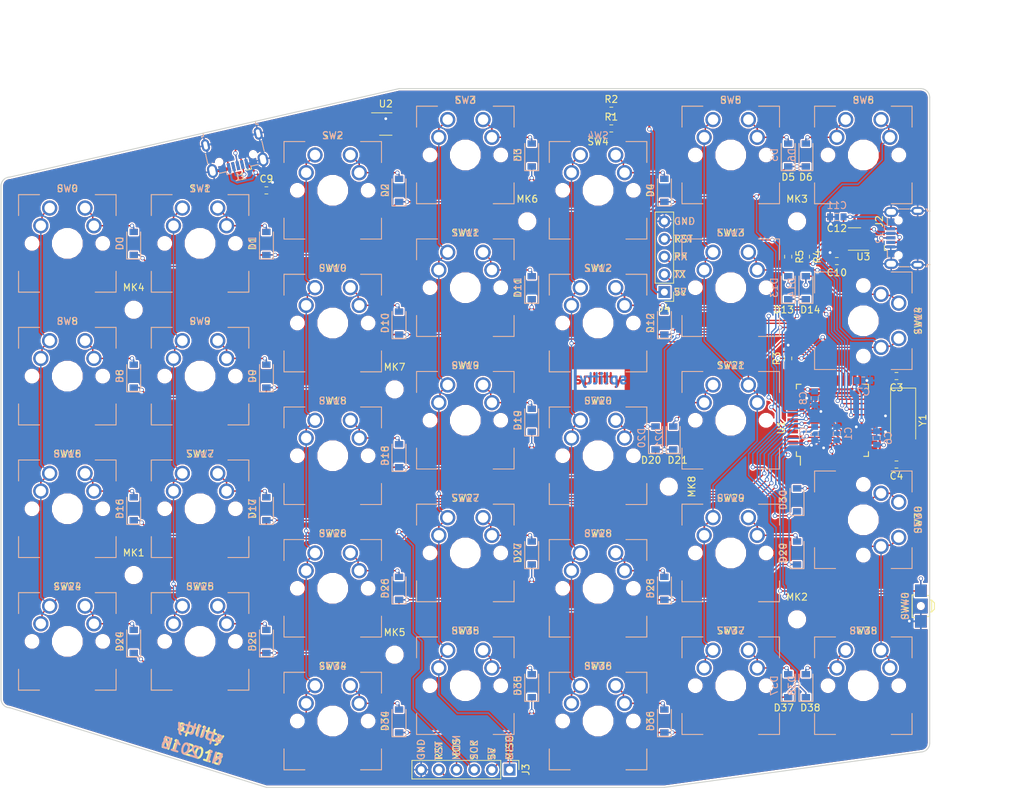
<source format=kicad_pcb>
(kicad_pcb (version 20171130) (host pcbnew 5.1.9+dfsg1-1~bpo10+1)
  (title_block (title "Splitty ergonomic keyboard") (date 2018-05-01) (rev 1) (comment 3 "License: MIT") (comment 4 "Copyright © 2018 Nicolas Schodet"))
  (layers (0 F.Cu signal) (31 B.Cu signal) (34 B.Paste user) (35 F.Paste user) (36 B.SilkS user) (37 F.SilkS user) (38 B.Mask user) (39 F.Mask user) (44 Edge.Cuts user))
  (net 0 "")
  (net 1 /row0)
  (net 2 /row1)
  (net 3 /row2)
  (net 4 /row3)
  (net 5 /row4)
  (net 6 GND)
  (net 7 +5V)
  (net 8 /col0)
  (net 9 /col1)
  (net 10 /col2)
  (net 11 /col3)
  (net 12 /col4)
  (net 13 /col5)
  (net 14 /col6)
  (net 15 /D-)
  (net 16 /D+)
  (net 17 /sw0d)
  (net 18 /sw1d)
  (net 19 /sw2d)
  (net 20 /sw3d)
  (net 21 /sw4d)
  (net 22 /sw5d)
  (net 23 /sw6d)
  (net 24 /sw8d)
  (net 25 /sw9d)
  (net 26 /sw10d)
  (net 27 /sw11d)
  (net 28 /sw12d)
  (net 29 /sw13d)
  (net 30 /sw14d)
  (net 31 /sw16d)
  (net 32 /sw17d)
  (net 33 /sw18d)
  (net 34 /sw19d)
  (net 35 /sw20d)
  (net 36 /sw21d)
  (net 37 /sw24d)
  (net 38 /sw25d)
  (net 39 /sw26d)
  (net 40 /sw27d)
  (net 41 /sw28d)
  (net 42 /sw29d)
  (net 43 /sw30d)
  (net 44 /sw34d)
  (net 45 /sw35d)
  (net 46 /sw36d)
  (net 47 /sw37d)
  (net 48 /sw38d)
  (net 49 /mcuD-)
  (net 50 /mcuD+)
  (net 51 /ucap)
  (net 52 /xtal1)
  (net 53 /xtal2)
  (net 54 /SDA)
  (net 55 /SCL)
  (net 56 /hwb)
  (net 57 /reset)
  (net 58 /cD-)
  (net 59 /cD+)
  (net 60 /cSDA)
  (net 61 /cSCL)
  (net 62 "Net-(J1-Pad4)")
  (net 63 "Net-(J2-Pad4)")
  (net 64 /rx)
  (net 65 /tx)
  (net 66 "Net-(U1-Pad39)")
  (net 67 "Net-(U1-Pad38)")
  (net 68 "Net-(U1-Pad37)")
  (net 69 "Net-(U1-Pad36)")
  (net 70 "Net-(U1-Pad32)")
  (net 71 "Net-(U1-Pad31)")
  (net 72 "Net-(U1-Pad27)")
  (net 73 "Net-(U1-Pad12)")
  (net 74 "Net-(U1-Pad1)")
  (module splitty:C_0603_1608Metric_Pad0.84x1.00mm_HandSolder (layer F.Cu) (at 167.64 46.99 180)
    (fp_text reference C12 (at 0 -1.65 180) (layer F.SilkS))
    (fp_text value 1u)
    (pad 2 smd rect (at 0.9625 0 180) (size 0.845 1) (layers F.Cu F.Paste F.Mask) (net 6 GND))
    (pad 1 smd rect (at -0.9625 0 180) (size 0.845 1) (layers F.Cu F.Paste F.Mask) (net 7 +5V))
  )
  (module splitty:C_0603_1608Metric_Pad0.84x1.00mm_HandSolder (layer B.Cu) (at 167.64 46.99 180)
    (fp_text reference C11 (at 0 1.65 180) (layer B.SilkS) (effects (justify mirror)))
    (fp_text value 1u)
    (pad 2 smd rect (at 0.9625 0 180) (size 0.845 1) (layers B.Cu B.Paste B.Mask) (net 6 GND))
    (pad 1 smd rect (at -0.9625 0 180) (size 0.845 1) (layers B.Cu B.Paste B.Mask) (net 7 +5V))
  )
  (module splitty:C_0603_1608Metric_Pad0.84x1.00mm_HandSolder (layer F.Cu) (at 167.64 53.34 180)
    (fp_text reference C10 (at 0 -1.65 180) (layer F.SilkS))
    (fp_text value 100n)
    (pad 2 smd rect (at 0.9625 0 180) (size 0.845 1) (layers F.Cu F.Paste F.Mask) (net 6 GND))
    (pad 1 smd rect (at -0.9625 0 180) (size 0.845 1) (layers F.Cu F.Paste F.Mask) (net 7 +5V))
  )
  (module splitty:C_0603_1608Metric_Pad0.84x1.00mm_HandSolder (layer F.Cu) (at 85.725 43.18)
    (fp_text reference C9 (at 0 -1.65) (layer F.SilkS))
    (fp_text value 100n)
    (pad 2 smd rect (at 0.9625 0) (size 0.845 1) (layers F.Cu F.Paste F.Mask) (net 6 GND))
    (pad 1 smd rect (at -0.9625 0) (size 0.845 1) (layers F.Cu F.Paste F.Mask) (net 7 +5V))
  )
  (module splitty:C_0603_1608Metric_Pad0.84x1.00mm_HandSolder (layer B.Cu) (at 164.465 73.025 270)
    (fp_text reference C8 (at 0 1.65 270) (layer B.SilkS) (effects (justify mirror)))
    (fp_text value 100n)
    (pad 2 smd rect (at 0.9625 0 270) (size 0.845 1) (layers B.Cu B.Paste B.Mask) (net 6 GND))
    (pad 1 smd rect (at -0.9625 0 270) (size 0.845 1) (layers B.Cu B.Paste B.Mask) (net 7 +5V))
  )
  (module splitty:C_0603_1608Metric_Pad0.84x1.00mm_HandSolder (layer B.Cu) (at 171.45 70.485)
    (fp_text reference C7 (at 0 1.65) (layer B.SilkS) (effects (justify mirror)))
    (fp_text value 100n)
    (pad 2 smd rect (at 0.9625 0) (size 0.845 1) (layers B.Cu B.Paste B.Mask) (net 6 GND))
    (pad 1 smd rect (at -0.9625 0) (size 0.845 1) (layers B.Cu B.Paste B.Mask) (net 7 +5V))
  )
  (module splitty:C_0603_1608Metric_Pad0.84x1.00mm_HandSolder (layer B.Cu) (at 173.355 78.74 90)
    (fp_text reference C6 (at 0 1.65 90) (layer B.SilkS) (effects (justify mirror)))
    (fp_text value 100n)
    (pad 2 smd rect (at 0.9625 0 90) (size 0.845 1) (layers B.Cu B.Paste B.Mask) (net 6 GND))
    (pad 1 smd rect (at -0.9625 0 90) (size 0.845 1) (layers B.Cu B.Paste B.Mask) (net 7 +5V))
  )
  (module splitty:C_0603_1608Metric_Pad0.84x1.00mm_HandSolder (layer B.Cu) (at 164.465 78.105 270)
    (fp_text reference C5 (at 0 1.65 270) (layer B.SilkS) (effects (justify mirror)))
    (fp_text value 100n)
    (pad 2 smd rect (at 0.9625 0 270) (size 0.845 1) (layers B.Cu B.Paste B.Mask) (net 6 GND))
    (pad 1 smd rect (at -0.9625 0 270) (size 0.845 1) (layers B.Cu B.Paste B.Mask) (net 7 +5V))
  )
  (module splitty:C_0603_1608Metric_Pad0.84x1.00mm_HandSolder (layer F.Cu) (at 176.2025 82.55 180)
    (fp_text reference C4 (at 0 -1.65 180) (layer F.SilkS))
    (fp_text value 10p)
    (pad 2 smd rect (at 0.9625 0 180) (size 0.845 1) (layers F.Cu F.Paste F.Mask) (net 6 GND))
    (pad 1 smd rect (at -0.9625 0 180) (size 0.845 1) (layers F.Cu F.Paste F.Mask) (net 53 /xtal2))
  )
  (module splitty:C_0603_1608Metric_Pad0.84x1.00mm_HandSolder (layer F.Cu) (at 176.2025 69.85 180)
    (fp_text reference C3 (at 0 -1.65 180) (layer F.SilkS))
    (fp_text value 10p)
    (pad 2 smd rect (at 0.9625 0 180) (size 0.845 1) (layers F.Cu F.Paste F.Mask) (net 6 GND))
    (pad 1 smd rect (at -0.9625 0 180) (size 0.845 1) (layers F.Cu F.Paste F.Mask) (net 52 /xtal1))
  )
  (module splitty:C_0603_1608Metric_Pad0.84x1.00mm_HandSolder (layer B.Cu) (at 167.64 78.105 90)
    (fp_text reference C1 (at 0 1.65 90) (layer B.SilkS) (effects (justify mirror)))
    (fp_text value 1u)
    (pad 2 smd rect (at 0.9625 0 90) (size 0.845 1) (layers B.Cu B.Paste B.Mask) (net 6 GND))
    (pad 1 smd rect (at -0.9625 0 90) (size 0.845 1) (layers B.Cu B.Paste B.Mask) (net 51 /ucap))
  )
  (module splitty:R_0603_1608Metric_Pad0.84x1.00mm_HandSolder (layer F.Cu) (at 135.255 34.29)
    (fp_text reference R1 (at 0 -1.65) (layer F.SilkS))
    (fp_text value 22)
    (pad 2 smd rect (at 0.9625 0) (size 0.845 1) (layers F.Cu F.Paste F.Mask) (net 50 /mcuD+))
    (pad 1 smd rect (at -0.9625 0) (size 0.845 1) (layers F.Cu F.Paste F.Mask) (net 16 /D+))
  )
  (module splitty:R_0603_1608Metric_Pad0.84x1.00mm_HandSolder (layer F.Cu) (at 160.655 67.31 90)
    (fp_text reference R3 (at 0 -1.65 90) (layer F.SilkS))
    (fp_text value 4k7)
    (pad 2 smd rect (at 0.9625 0 90) (size 0.845 1) (layers F.Cu F.Paste F.Mask) (net 6 GND))
    (pad 1 smd rect (at -0.9625 0 90) (size 0.845 1) (layers F.Cu F.Paste F.Mask) (net 56 /hwb))
  )
  (module splitty:R_0603_1608Metric_Pad0.84x1.00mm_HandSolder (layer F.Cu) (at 163.195 52.705 270)
    (fp_text reference R4 (at 0 -1.65 270) (layer F.SilkS))
    (fp_text value 4k7)
    (pad 2 smd rect (at 0.9625 0 270) (size 0.845 1) (layers F.Cu F.Paste F.Mask) (net 55 /SCL))
    (pad 1 smd rect (at -0.9625 0 270) (size 0.845 1) (layers F.Cu F.Paste F.Mask) (net 7 +5V))
  )
  (module splitty:R_0603_1608Metric_Pad0.84x1.00mm_HandSolder (layer F.Cu) (at 160.655 52.705 270)
    (fp_text reference R5 (at 0 -1.65 270) (layer F.SilkS))
    (fp_text value 4k7)
    (pad 2 smd rect (at 0.9625 0 270) (size 0.845 1) (layers F.Cu F.Paste F.Mask) (net 54 /SDA))
    (pad 1 smd rect (at -0.9625 0 270) (size 0.845 1) (layers F.Cu F.Paste F.Mask) (net 7 +5V))
  )
  (module splitty:R_0603_1608Metric_Pad0.84x1.00mm_HandSolder (layer F.Cu) (at 135.255 31.75)
    (fp_text reference R2 (at 0 -1.65) (layer F.SilkS))
    (fp_text value 22)
    (pad 2 smd rect (at 0.9625 0) (size 0.845 1) (layers F.Cu F.Paste F.Mask) (net 49 /mcuD-))
    (pad 1 smd rect (at -0.9625 0) (size 0.845 1) (layers F.Cu F.Paste F.Mask) (net 15 /D-))
  )
  (module splitty:SW_Cherry_MX1A_1.00u_PCB_BothSides (layer F.Cu) (at 152.4 57.15)
    (fp_text reference SW13 (at 0 -7.874) (layer F.SilkS))
    (fp_text value SW_Push)
    (fp_text user %R (at 0 -7.874) (layer B.SilkS) (effects (justify mirror)))
    (pad 2 thru_hole circle (at 3.81 -2.54) (size 2.2 2.2) (drill 1.5) (layers *.Cu *.Mask) (net 29 /sw13d))
    (pad 1 thru_hole circle (at -2.54 -5.08) (size 2.2 2.2) (drill 1.5) (layers *.Cu *.Mask) (net 13 /col5))
    (pad "" np_thru_hole circle (at 5.08 0) (size 1.7 1.7) (drill 1.7) (layers *.Cu *.Mask))
    (pad "" np_thru_hole circle (at -5.08 0) (size 1.7 1.7) (drill 1.7) (layers *.Cu *.Mask))
    (pad "" np_thru_hole circle (at 0 0) (size 4 4) (drill 4) (layers *.Cu *.Mask))
    (pad 1 thru_hole circle (at -3.81 -2.54) (size 2.2 2.2) (drill 1.5) (layers *.Cu *.Mask) (net 13 /col5))
    (pad 2 thru_hole circle (at 2.54 -5.08) (size 2.2 2.2) (drill 1.5) (layers *.Cu *.Mask) (net 29 /sw13d))
  )
  (module Connector_PinHeader_2.54mm:PinHeader_1x05_P2.54mm_Vertical (layer F.Cu) (at 142.875 57.785 180)
    (fp_text reference J4 (at 0 -2.33 180) (layer F.SilkS))
    (fp_text value Conn_01x05)
    (pad 5 thru_hole oval (at 0 10.16 180) (size 1.7 1.7) (drill 1) (layers *.Cu *.Mask) (net 6 GND))
    (pad 4 thru_hole oval (at 0 7.62 180) (size 1.7 1.7) (drill 1) (layers *.Cu *.Mask) (net 57 /reset))
    (pad 3 thru_hole oval (at 0 5.08 180) (size 1.7 1.7) (drill 1) (layers *.Cu *.Mask) (net 64 /rx))
    (pad 2 thru_hole oval (at 0 2.54 180) (size 1.7 1.7) (drill 1) (layers *.Cu *.Mask) (net 65 /tx))
    (pad 1 thru_hole rect (at 0 0 180) (size 1.7 1.7) (drill 1) (layers *.Cu *.Mask) (net 7 +5V))
  )
  (module Connector_PinHeader_2.54mm:PinHeader_1x06_P2.54mm_Vertical (layer F.Cu) (at 120.65 126.365 270)
    (fp_text reference J3 (at 0 -2.33 270) (layer F.SilkS))
    (fp_text value Conn_01x06)
    (pad 6 thru_hole oval (at 0 12.7 270) (size 1.7 1.7) (drill 1) (layers *.Cu *.Mask) (net 6 GND))
    (pad 5 thru_hole oval (at 0 10.16 270) (size 1.7 1.7) (drill 1) (layers *.Cu *.Mask) (net 57 /reset))
    (pad 4 thru_hole oval (at 0 7.62 270) (size 1.7 1.7) (drill 1) (layers *.Cu *.Mask) (net 10 /col2))
    (pad 3 thru_hole oval (at 0 5.08 270) (size 1.7 1.7) (drill 1) (layers *.Cu *.Mask) (net 9 /col1))
    (pad 2 thru_hole oval (at 0 2.54 270) (size 1.7 1.7) (drill 1) (layers *.Cu *.Mask) (net 7 +5V))
    (pad 1 thru_hole rect (at 0 0 270) (size 1.7 1.7) (drill 1) (layers *.Cu *.Mask) (net 11 /col3))
  )
  (module splitty:SW_Cherry_MX1A_1.00u_PCB_BothSides (layer F.Cu) (at 152.4 76.2)
    (fp_text reference SW21 (at 0 -7.874) (layer F.SilkS))
    (fp_text value SW_Push)
    (fp_text user %R (at 0 -7.874) (layer B.SilkS) (effects (justify mirror)))
    (pad 2 thru_hole circle (at 3.81 -2.54) (size 2.2 2.2) (drill 1.5) (layers *.Cu *.Mask) (net 13 /col5))
    (pad 1 thru_hole circle (at -2.54 -5.08) (size 2.2 2.2) (drill 1.5) (layers *.Cu *.Mask) (net 36 /sw21d))
    (pad "" np_thru_hole circle (at 5.08 0) (size 1.7 1.7) (drill 1.7) (layers *.Cu *.Mask))
    (pad "" np_thru_hole circle (at -5.08 0) (size 1.7 1.7) (drill 1.7) (layers *.Cu *.Mask))
    (pad "" np_thru_hole circle (at 0 0) (size 4 4) (drill 4) (layers *.Cu *.Mask))
    (pad 1 thru_hole circle (at -3.81 -2.54) (size 2.2 2.2) (drill 1.5) (layers *.Cu *.Mask) (net 36 /sw21d))
    (pad 2 thru_hole circle (at 2.54 -5.08) (size 2.2 2.2) (drill 1.5) (layers *.Cu *.Mask) (net 13 /col5))
  )
  (module splitty:SW_Cherry_MX1A_1.00u_PCB_BothSides (layer F.Cu) (at 95.25 43.18)
    (fp_text reference SW2 (at 0 -7.874) (layer F.SilkS))
    (fp_text value SW_Push)
    (fp_text user %R (at 0 -7.874) (layer B.SilkS) (effects (justify mirror)))
    (pad 2 thru_hole circle (at 3.81 -2.54) (size 2.2 2.2) (drill 1.5) (layers *.Cu *.Mask) (net 19 /sw2d))
    (pad 1 thru_hole circle (at -2.54 -5.08) (size 2.2 2.2) (drill 1.5) (layers *.Cu *.Mask) (net 10 /col2))
    (pad "" np_thru_hole circle (at 5.08 0) (size 1.7 1.7) (drill 1.7) (layers *.Cu *.Mask))
    (pad "" np_thru_hole circle (at -5.08 0) (size 1.7 1.7) (drill 1.7) (layers *.Cu *.Mask))
    (pad "" np_thru_hole circle (at 0 0) (size 4 4) (drill 4) (layers *.Cu *.Mask))
    (pad 1 thru_hole circle (at -3.81 -2.54) (size 2.2 2.2) (drill 1.5) (layers *.Cu *.Mask) (net 10 /col2))
    (pad 2 thru_hole circle (at 2.54 -5.08) (size 2.2 2.2) (drill 1.5) (layers *.Cu *.Mask) (net 19 /sw2d))
  )
  (module splitty:USB_Micro-B_Wuerth_629105150521_BothSides (layer F.Cu) (at 81.204888 37.771216 192.8)
    (fp_text reference J1 (at 0 -3.5 192.8) (layer F.SilkS))
    (fp_text value USB_B_Micro)
    (fp_text user %R (at 0 -3.5 192.8) (layer B.SilkS) (effects (justify mirror)))
    (pad 5 smd rect (at -1.3 -1.9 192.8) (size 0.45 1.3) (layers B.Cu B.Paste B.Mask) (net 6 GND))
    (pad 4 smd rect (at -0.65 -1.9 192.8) (size 0.45 1.3) (layers B.Cu B.Paste B.Mask) (net 62 "Net-(J1-Pad4)"))
    (pad 3 smd rect (at 0 -1.9 192.8) (size 0.45 1.3) (layers B.Cu B.Paste B.Mask) (net 59 /cD+))
    (pad 2 smd rect (at 0.65 -1.9 192.8) (size 0.45 1.3) (layers B.Cu B.Paste B.Mask) (net 58 /cD-))
    (pad 1 smd rect (at 1.3 -1.9 192.8) (size 0.45 1.3) (layers B.Cu B.Paste B.Mask) (net 7 +5V))
    (pad "" np_thru_hole oval (at 2.5 -0.8 192.8) (size 0.8 0.8) (drill 0.8) (layers *.Cu *.Mask))
    (pad "" np_thru_hole oval (at -2.5 -0.8 192.8) (size 0.8 0.8) (drill 0.8) (layers *.Cu *.Mask))
    (pad 6 thru_hole oval (at 3.875 1.95 192.8) (size 1.15 1.8) (drill oval 0.55 1.2) (layers *.Cu *.Mask) (net 6 GND))
    (pad 6 thru_hole oval (at -3.875 1.95 192.8) (size 1.15 1.8) (drill oval 0.55 1.2) (layers *.Cu *.Mask) (net 6 GND))
    (pad 6 thru_hole oval (at 3.725 -1.85 192.8) (size 1.45 2) (drill oval 0.85 1.4) (layers *.Cu *.Mask) (net 6 GND))
    (pad 6 thru_hole oval (at -3.725 -1.85 192.8) (size 1.45 2) (drill oval 0.85 1.4) (layers *.Cu *.Mask) (net 6 GND))
    (pad 5 smd rect (at 1.3 -1.9 192.8) (size 0.45 1.3) (layers F.Cu F.Paste F.Mask) (net 6 GND))
    (pad 4 smd rect (at 0.65 -1.9 192.8) (size 0.45 1.3) (layers F.Cu F.Paste F.Mask) (net 62 "Net-(J1-Pad4)"))
    (pad 3 smd rect (at 0 -1.9 192.8) (size 0.45 1.3) (layers F.Cu F.Paste F.Mask) (net 59 /cD+))
    (pad 2 smd rect (at -0.65 -1.9 192.8) (size 0.45 1.3) (layers F.Cu F.Paste F.Mask) (net 58 /cD-))
    (pad 1 smd rect (at -1.3 -1.9 192.8) (size 0.45 1.3) (layers F.Cu F.Paste F.Mask) (net 7 +5V))
  )
  (module Package_QFP:TQFP-44_10x10mm_P0.8mm (layer F.Cu) (at 167.005 76.2 90)
    (fp_text reference U1 (at -1.016 -7.366 90) (layer F.SilkS))
    (fp_text value ATmega32U4-AU)
    (pad 44 smd rect (at -4 -5.7 180) (size 1.5 0.55) (layers F.Cu F.Paste F.Mask) (net 7 +5V))
    (pad 43 smd rect (at -3.2 -5.7 180) (size 1.5 0.55) (layers F.Cu F.Paste F.Mask) (net 6 GND))
    (pad 42 smd rect (at -2.4 -5.7 180) (size 1.5 0.55) (layers F.Cu F.Paste F.Mask) (net 7 +5V))
    (pad 41 smd rect (at -1.6 -5.7 180) (size 1.5 0.55) (layers F.Cu F.Paste F.Mask) (net 1 /row0))
    (pad 40 smd rect (at -0.8 -5.7 180) (size 1.5 0.55) (layers F.Cu F.Paste F.Mask) (net 2 /row1))
    (pad 39 smd rect (at 0 -5.7 180) (size 1.5 0.55) (layers F.Cu F.Paste F.Mask) (net 66 "Net-(U1-Pad39)"))
    (pad 38 smd rect (at 0.8 -5.7 180) (size 1.5 0.55) (layers F.Cu F.Paste F.Mask) (net 67 "Net-(U1-Pad38)"))
    (pad 37 smd rect (at 1.6 -5.7 180) (size 1.5 0.55) (layers F.Cu F.Paste F.Mask) (net 68 "Net-(U1-Pad37)"))
    (pad 36 smd rect (at 2.4 -5.7 180) (size 1.5 0.55) (layers F.Cu F.Paste F.Mask) (net 69 "Net-(U1-Pad36)"))
    (pad 35 smd rect (at 3.2 -5.7 180) (size 1.5 0.55) (layers F.Cu F.Paste F.Mask) (net 6 GND))
    (pad 34 smd rect (at 4 -5.7 180) (size 1.5 0.55) (layers F.Cu F.Paste F.Mask) (net 7 +5V))
    (pad 33 smd rect (at 5.7 -4 90) (size 1.5 0.55) (layers F.Cu F.Paste F.Mask) (net 56 /hwb))
    (pad 32 smd rect (at 5.7 -3.2 90) (size 1.5 0.55) (layers F.Cu F.Paste F.Mask) (net 70 "Net-(U1-Pad32)"))
    (pad 31 smd rect (at 5.7 -2.4 90) (size 1.5 0.55) (layers F.Cu F.Paste F.Mask) (net 71 "Net-(U1-Pad31)"))
    (pad 30 smd rect (at 5.7 -1.6 90) (size 1.5 0.55) (layers F.Cu F.Paste F.Mask) (net 14 /col6))
    (pad 29 smd rect (at 5.7 -0.8 90) (size 1.5 0.55) (layers F.Cu F.Paste F.Mask) (net 13 /col5))
    (pad 28 smd rect (at 5.7 0 90) (size 1.5 0.55) (layers F.Cu F.Paste F.Mask) (net 12 /col4))
    (pad 27 smd rect (at 5.7 0.8 90) (size 1.5 0.55) (layers F.Cu F.Paste F.Mask) (net 72 "Net-(U1-Pad27)"))
    (pad 26 smd rect (at 5.7 1.6 90) (size 1.5 0.55) (layers F.Cu F.Paste F.Mask) (net 5 /row4))
    (pad 25 smd rect (at 5.7 2.4 90) (size 1.5 0.55) (layers F.Cu F.Paste F.Mask) (net 3 /row2))
    (pad 24 smd rect (at 5.7 3.2 90) (size 1.5 0.55) (layers F.Cu F.Paste F.Mask) (net 7 +5V))
    (pad 23 smd rect (at 5.7 4 90) (size 1.5 0.55) (layers F.Cu F.Paste F.Mask) (net 6 GND))
    (pad 22 smd rect (at 4 5.7 180) (size 1.5 0.55) (layers F.Cu F.Paste F.Mask) (net 4 /row3))
    (pad 21 smd rect (at 3.2 5.7 180) (size 1.5 0.55) (layers F.Cu F.Paste F.Mask) (net 65 /tx))
    (pad 20 smd rect (at 2.4 5.7 180) (size 1.5 0.55) (layers F.Cu F.Paste F.Mask) (net 64 /rx))
    (pad 19 smd rect (at 1.6 5.7 180) (size 1.5 0.55) (layers F.Cu F.Paste F.Mask) (net 54 /SDA))
    (pad 18 smd rect (at 0.8 5.7 180) (size 1.5 0.55) (layers F.Cu F.Paste F.Mask) (net 55 /SCL))
    (pad 17 smd rect (at 0 5.7 180) (size 1.5 0.55) (layers F.Cu F.Paste F.Mask) (net 52 /xtal1))
    (pad 16 smd rect (at -0.8 5.7 180) (size 1.5 0.55) (layers F.Cu F.Paste F.Mask) (net 53 /xtal2))
    (pad 15 smd rect (at -1.6 5.7 180) (size 1.5 0.55) (layers F.Cu F.Paste F.Mask) (net 6 GND))
    (pad 14 smd rect (at -2.4 5.7 180) (size 1.5 0.55) (layers F.Cu F.Paste F.Mask) (net 7 +5V))
    (pad 13 smd rect (at -3.2 5.7 180) (size 1.5 0.55) (layers F.Cu F.Paste F.Mask) (net 57 /reset))
    (pad 12 smd rect (at -4 5.7 180) (size 1.5 0.55) (layers F.Cu F.Paste F.Mask) (net 73 "Net-(U1-Pad12)"))
    (pad 11 smd rect (at -5.7 4 90) (size 1.5 0.55) (layers F.Cu F.Paste F.Mask) (net 11 /col3))
    (pad 10 smd rect (at -5.7 3.2 90) (size 1.5 0.55) (layers F.Cu F.Paste F.Mask) (net 10 /col2))
    (pad 9 smd rect (at -5.7 2.4 90) (size 1.5 0.55) (layers F.Cu F.Paste F.Mask) (net 9 /col1))
    (pad 8 smd rect (at -5.7 1.6 90) (size 1.5 0.55) (layers F.Cu F.Paste F.Mask) (net 8 /col0))
    (pad 7 smd rect (at -5.7 0.8 90) (size 1.5 0.55) (layers F.Cu F.Paste F.Mask) (net 7 +5V))
    (pad 6 smd rect (at -5.7 0 90) (size 1.5 0.55) (layers F.Cu F.Paste F.Mask) (net 51 /ucap))
    (pad 5 smd rect (at -5.7 -0.8 90) (size 1.5 0.55) (layers F.Cu F.Paste F.Mask) (net 6 GND))
    (pad 4 smd rect (at -5.7 -1.6 90) (size 1.5 0.55) (layers F.Cu F.Paste F.Mask) (net 50 /mcuD+))
    (pad 3 smd rect (at -5.7 -2.4 90) (size 1.5 0.55) (layers F.Cu F.Paste F.Mask) (net 49 /mcuD-))
    (pad 2 smd rect (at -5.7 -3.2 90) (size 1.5 0.55) (layers F.Cu F.Paste F.Mask) (net 7 +5V))
    (pad 1 smd rect (at -5.7 -4 90) (size 1.5 0.55) (layers F.Cu F.Paste F.Mask) (net 74 "Net-(U1-Pad1)"))
  )
  (module Package_TO_SOT_SMD:SOT-23-6_Handsoldering (layer F.Cu) (at 170.18 50.165 180)
    (fp_text reference U3 (at -1.27 -2.54 180) (layer F.SilkS))
    (fp_text value USBLC6-2)
    (pad 5 smd rect (at 1.35 0 180) (size 1.56 0.65) (layers F.Cu F.Paste F.Mask) (net 7 +5V))
    (pad 6 smd rect (at 1.35 -0.95 180) (size 1.56 0.65) (layers F.Cu F.Paste F.Mask) (net 55 /SCL))
    (pad 4 smd rect (at 1.35 0.95 180) (size 1.56 0.65) (layers F.Cu F.Paste F.Mask) (net 54 /SDA))
    (pad 3 smd rect (at -1.35 0.95 180) (size 1.56 0.65) (layers F.Cu F.Paste F.Mask) (net 60 /cSDA))
    (pad 2 smd rect (at -1.35 0 180) (size 1.56 0.65) (layers F.Cu F.Paste F.Mask) (net 6 GND))
    (pad 1 smd rect (at -1.35 -0.95 180) (size 1.56 0.65) (layers F.Cu F.Paste F.Mask) (net 61 /cSCL))
  )
  (module Package_TO_SOT_SMD:SOT-23-6_Handsoldering (layer F.Cu) (at 102.87 33.655)
    (fp_text reference U2 (at 0 -2.9) (layer F.SilkS))
    (fp_text value USBLC6-2)
    (pad 5 smd rect (at 1.35 0) (size 1.56 0.65) (layers F.Cu F.Paste F.Mask) (net 7 +5V))
    (pad 6 smd rect (at 1.35 -0.95) (size 1.56 0.65) (layers F.Cu F.Paste F.Mask) (net 16 /D+))
    (pad 4 smd rect (at 1.35 0.95) (size 1.56 0.65) (layers F.Cu F.Paste F.Mask) (net 15 /D-))
    (pad 3 smd rect (at -1.35 0.95) (size 1.56 0.65) (layers F.Cu F.Paste F.Mask) (net 58 /cD-))
    (pad 2 smd rect (at -1.35 0) (size 1.56 0.65) (layers F.Cu F.Paste F.Mask) (net 6 GND))
    (pad 1 smd rect (at -1.35 -0.95) (size 1.56 0.65) (layers F.Cu F.Paste F.Mask) (net 59 /cD+))
  )
  (module splitty:SW_Cherry_MX1A_1.00u_PCB_BothSides (layer F.Cu) (at 76.2 50.8)
    (fp_text reference SW1 (at 0 -7.874) (layer F.SilkS))
    (fp_text value SW_Push)
    (fp_text user %R (at 0 -7.874) (layer B.SilkS) (effects (justify mirror)))
    (pad 2 thru_hole circle (at 3.81 -2.54) (size 2.2 2.2) (drill 1.5) (layers *.Cu *.Mask) (net 18 /sw1d))
    (pad 1 thru_hole circle (at -2.54 -5.08) (size 2.2 2.2) (drill 1.5) (layers *.Cu *.Mask) (net 9 /col1))
    (pad "" np_thru_hole circle (at 5.08 0) (size 1.7 1.7) (drill 1.7) (layers *.Cu *.Mask))
    (pad "" np_thru_hole circle (at -5.08 0) (size 1.7 1.7) (drill 1.7) (layers *.Cu *.Mask))
    (pad "" np_thru_hole circle (at 0 0) (size 4 4) (drill 4) (layers *.Cu *.Mask))
    (pad 1 thru_hole circle (at -3.81 -2.54) (size 2.2 2.2) (drill 1.5) (layers *.Cu *.Mask) (net 9 /col1))
    (pad 2 thru_hole circle (at 2.54 -5.08) (size 2.2 2.2) (drill 1.5) (layers *.Cu *.Mask) (net 18 /sw1d))
  )
  (module splitty:SW_Cherry_MX1A_1.00u_PCB_BothSides (layer F.Cu) (at 133.35 43.18)
    (fp_text reference SW4 (at 0 -6.985) (layer F.SilkS))
    (fp_text value SW_Push)
    (fp_text user %R (at 0 -7.874) (layer B.SilkS) (effects (justify mirror)))
    (pad 2 thru_hole circle (at 3.81 -2.54) (size 2.2 2.2) (drill 1.5) (layers *.Cu *.Mask) (net 21 /sw4d))
    (pad 1 thru_hole circle (at -2.54 -5.08) (size 2.2 2.2) (drill 1.5) (layers *.Cu *.Mask) (net 12 /col4))
    (pad "" np_thru_hole circle (at 5.08 0) (size 1.7 1.7) (drill 1.7) (layers *.Cu *.Mask))
    (pad "" np_thru_hole circle (at -5.08 0) (size 1.7 1.7) (drill 1.7) (layers *.Cu *.Mask))
    (pad "" np_thru_hole circle (at 0 0) (size 4 4) (drill 4) (layers *.Cu *.Mask))
    (pad 1 thru_hole circle (at -3.81 -2.54) (size 2.2 2.2) (drill 1.5) (layers *.Cu *.Mask) (net 12 /col4))
    (pad 2 thru_hole circle (at 2.54 -5.08) (size 2.2 2.2) (drill 1.5) (layers *.Cu *.Mask) (net 21 /sw4d))
  )
  (module splitty:SW_Cherry_MX1A_1.00u_PCB_BothSides (layer F.Cu) (at 152.4 38.1)
    (fp_text reference SW5 (at 0 -7.874) (layer F.SilkS))
    (fp_text value SW_Push)
    (fp_text user %R (at 0 -7.874) (layer B.SilkS) (effects (justify mirror)))
    (pad 2 thru_hole circle (at 3.81 -2.54) (size 2.2 2.2) (drill 1.5) (layers *.Cu *.Mask) (net 22 /sw5d))
    (pad 1 thru_hole circle (at -2.54 -5.08) (size 2.2 2.2) (drill 1.5) (layers *.Cu *.Mask) (net 13 /col5))
    (pad "" np_thru_hole circle (at 5.08 0) (size 1.7 1.7) (drill 1.7) (layers *.Cu *.Mask))
    (pad "" np_thru_hole circle (at -5.08 0) (size 1.7 1.7) (drill 1.7) (layers *.Cu *.Mask))
    (pad "" np_thru_hole circle (at 0 0) (size 4 4) (drill 4) (layers *.Cu *.Mask))
    (pad 1 thru_hole circle (at -3.81 -2.54) (size 2.2 2.2) (drill 1.5) (layers *.Cu *.Mask) (net 13 /col5))
    (pad 2 thru_hole circle (at 2.54 -5.08) (size 2.2 2.2) (drill 1.5) (layers *.Cu *.Mask) (net 22 /sw5d))
  )
  (module splitty:SW_Cherry_MX1A_1.00u_PCB_BothSides (layer F.Cu) (at 171.45 38.1)
    (fp_text reference SW6 (at 0 -7.874) (layer F.SilkS))
    (fp_text value SW_Push)
    (fp_text user %R (at 0 -7.874) (layer B.SilkS) (effects (justify mirror)))
    (pad 2 thru_hole circle (at 3.81 -2.54) (size 2.2 2.2) (drill 1.5) (layers *.Cu *.Mask) (net 14 /col6))
    (pad 1 thru_hole circle (at -2.54 -5.08) (size 2.2 2.2) (drill 1.5) (layers *.Cu *.Mask) (net 23 /sw6d))
    (pad "" np_thru_hole circle (at 5.08 0) (size 1.7 1.7) (drill 1.7) (layers *.Cu *.Mask))
    (pad "" np_thru_hole circle (at -5.08 0) (size 1.7 1.7) (drill 1.7) (layers *.Cu *.Mask))
    (pad "" np_thru_hole circle (at 0 0) (size 4 4) (drill 4) (layers *.Cu *.Mask))
    (pad 1 thru_hole circle (at -3.81 -2.54) (size 2.2 2.2) (drill 1.5) (layers *.Cu *.Mask) (net 23 /sw6d))
    (pad 2 thru_hole circle (at 2.54 -5.08) (size 2.2 2.2) (drill 1.5) (layers *.Cu *.Mask) (net 14 /col6))
  )
  (module splitty:SW_Cherry_MX1A_1.00u_PCB_BothSides (layer F.Cu) (at 76.2 69.85)
    (fp_text reference SW9 (at 0 -7.874) (layer F.SilkS))
    (fp_text value SW_Push)
    (fp_text user %R (at 0 -7.874) (layer B.SilkS) (effects (justify mirror)))
    (pad 2 thru_hole circle (at 3.81 -2.54) (size 2.2 2.2) (drill 1.5) (layers *.Cu *.Mask) (net 25 /sw9d))
    (pad 1 thru_hole circle (at -2.54 -5.08) (size 2.2 2.2) (drill 1.5) (layers *.Cu *.Mask) (net 9 /col1))
    (pad "" np_thru_hole circle (at 5.08 0) (size 1.7 1.7) (drill 1.7) (layers *.Cu *.Mask))
    (pad "" np_thru_hole circle (at -5.08 0) (size 1.7 1.7) (drill 1.7) (layers *.Cu *.Mask))
    (pad "" np_thru_hole circle (at 0 0) (size 4 4) (drill 4) (layers *.Cu *.Mask))
    (pad 1 thru_hole circle (at -3.81 -2.54) (size 2.2 2.2) (drill 1.5) (layers *.Cu *.Mask) (net 9 /col1))
    (pad 2 thru_hole circle (at 2.54 -5.08) (size 2.2 2.2) (drill 1.5) (layers *.Cu *.Mask) (net 25 /sw9d))
  )
  (module splitty:SW_Cherry_MX1A_1.00u_PCB_BothSides (layer F.Cu) (at 95.25 62.23)
    (fp_text reference SW10 (at 0 -7.874) (layer F.SilkS))
    (fp_text value SW_Push)
    (fp_text user %R (at 0 -7.874) (layer B.SilkS) (effects (justify mirror)))
    (pad 2 thru_hole circle (at 3.81 -2.54) (size 2.2 2.2) (drill 1.5) (layers *.Cu *.Mask) (net 26 /sw10d))
    (pad 1 thru_hole circle (at -2.54 -5.08) (size 2.2 2.2) (drill 1.5) (layers *.Cu *.Mask) (net 10 /col2))
    (pad "" np_thru_hole circle (at 5.08 0) (size 1.7 1.7) (drill 1.7) (layers *.Cu *.Mask))
    (pad "" np_thru_hole circle (at -5.08 0) (size 1.7 1.7) (drill 1.7) (layers *.Cu *.Mask))
    (pad "" np_thru_hole circle (at 0 0) (size 4 4) (drill 4) (layers *.Cu *.Mask))
    (pad 1 thru_hole circle (at -3.81 -2.54) (size 2.2 2.2) (drill 1.5) (layers *.Cu *.Mask) (net 10 /col2))
    (pad 2 thru_hole circle (at 2.54 -5.08) (size 2.2 2.2) (drill 1.5) (layers *.Cu *.Mask) (net 26 /sw10d))
  )
  (module splitty:SW_Cherry_MX1A_1.00u_PCB_BothSides (layer F.Cu) (at 114.3 57.15)
    (fp_text reference SW11 (at 0 -7.874) (layer F.SilkS))
    (fp_text value SW_Push)
    (fp_text user %R (at 0 -7.874) (layer B.SilkS) (effects (justify mirror)))
    (pad 2 thru_hole circle (at 3.81 -2.54) (size 2.2 2.2) (drill 1.5) (layers *.Cu *.Mask) (net 27 /sw11d))
    (pad 1 thru_hole circle (at -2.54 -5.08) (size 2.2 2.2) (drill 1.5) (layers *.Cu *.Mask) (net 11 /col3))
    (pad "" np_thru_hole circle (at 5.08 0) (size 1.7 1.7) (drill 1.7) (layers *.Cu *.Mask))
    (pad "" np_thru_hole circle (at -5.08 0) (size 1.7 1.7) (drill 1.7) (layers *.Cu *.Mask))
    (pad "" np_thru_hole circle (at 0 0) (size 4 4) (drill 4) (layers *.Cu *.Mask))
    (pad 1 thru_hole circle (at -3.81 -2.54) (size 2.2 2.2) (drill 1.5) (layers *.Cu *.Mask) (net 11 /col3))
    (pad 2 thru_hole circle (at 2.54 -5.08) (size 2.2 2.2) (drill 1.5) (layers *.Cu *.Mask) (net 27 /sw11d))
  )
  (module splitty:SW_Cherry_MX1A_1.00u_PCB_BothSides (layer F.Cu) (at 133.35 62.23)
    (fp_text reference SW12 (at 0 -7.874) (layer F.SilkS))
    (fp_text value SW_Push)
    (fp_text user %R (at 0 -7.874) (layer B.SilkS) (effects (justify mirror)))
    (pad 2 thru_hole circle (at 3.81 -2.54) (size 2.2 2.2) (drill 1.5) (layers *.Cu *.Mask) (net 28 /sw12d))
    (pad 1 thru_hole circle (at -2.54 -5.08) (size 2.2 2.2) (drill 1.5) (layers *.Cu *.Mask) (net 12 /col4))
    (pad "" np_thru_hole circle (at 5.08 0) (size 1.7 1.7) (drill 1.7) (layers *.Cu *.Mask))
    (pad "" np_thru_hole circle (at -5.08 0) (size 1.7 1.7) (drill 1.7) (layers *.Cu *.Mask))
    (pad "" np_thru_hole circle (at 0 0) (size 4 4) (drill 4) (layers *.Cu *.Mask))
    (pad 1 thru_hole circle (at -3.81 -2.54) (size 2.2 2.2) (drill 1.5) (layers *.Cu *.Mask) (net 12 /col4))
    (pad 2 thru_hole circle (at 2.54 -5.08) (size 2.2 2.2) (drill 1.5) (layers *.Cu *.Mask) (net 28 /sw12d))
  )
  (module splitty:SW_Cherry_MX1A_1.00u_PCB_BothSides (layer F.Cu) (at 76.2 88.9)
    (fp_text reference SW17 (at 0 -7.874) (layer F.SilkS))
    (fp_text value SW_Push)
    (fp_text user %R (at 0 -7.874) (layer B.SilkS) (effects (justify mirror)))
    (pad 2 thru_hole circle (at 3.81 -2.54) (size 2.2 2.2) (drill 1.5) (layers *.Cu *.Mask) (net 32 /sw17d))
    (pad 1 thru_hole circle (at -2.54 -5.08) (size 2.2 2.2) (drill 1.5) (layers *.Cu *.Mask) (net 9 /col1))
    (pad "" np_thru_hole circle (at 5.08 0) (size 1.7 1.7) (drill 1.7) (layers *.Cu *.Mask))
    (pad "" np_thru_hole circle (at -5.08 0) (size 1.7 1.7) (drill 1.7) (layers *.Cu *.Mask))
    (pad "" np_thru_hole circle (at 0 0) (size 4 4) (drill 4) (layers *.Cu *.Mask))
    (pad 1 thru_hole circle (at -3.81 -2.54) (size 2.2 2.2) (drill 1.5) (layers *.Cu *.Mask) (net 9 /col1))
    (pad 2 thru_hole circle (at 2.54 -5.08) (size 2.2 2.2) (drill 1.5) (layers *.Cu *.Mask) (net 32 /sw17d))
  )
  (module splitty:SW_Cherry_MX1A_1.00u_PCB_BothSides (layer F.Cu) (at 95.25 81.28)
    (fp_text reference SW18 (at 0 -7.874) (layer F.SilkS))
    (fp_text value SW_Push)
    (fp_text user %R (at 0 -7.874) (layer B.SilkS) (effects (justify mirror)))
    (pad 2 thru_hole circle (at 3.81 -2.54) (size 2.2 2.2) (drill 1.5) (layers *.Cu *.Mask) (net 33 /sw18d))
    (pad 1 thru_hole circle (at -2.54 -5.08) (size 2.2 2.2) (drill 1.5) (layers *.Cu *.Mask) (net 10 /col2))
    (pad "" np_thru_hole circle (at 5.08 0) (size 1.7 1.7) (drill 1.7) (layers *.Cu *.Mask))
    (pad "" np_thru_hole circle (at -5.08 0) (size 1.7 1.7) (drill 1.7) (layers *.Cu *.Mask))
    (pad "" np_thru_hole circle (at 0 0) (size 4 4) (drill 4) (layers *.Cu *.Mask))
    (pad 1 thru_hole circle (at -3.81 -2.54) (size 2.2 2.2) (drill 1.5) (layers *.Cu *.Mask) (net 10 /col2))
    (pad 2 thru_hole circle (at 2.54 -5.08) (size 2.2 2.2) (drill 1.5) (layers *.Cu *.Mask) (net 33 /sw18d))
  )
  (module splitty:SW_Cherry_MX1A_1.00u_PCB_BothSides (layer F.Cu) (at 114.3 76.2)
    (fp_text reference SW19 (at 0 -7.874) (layer F.SilkS))
    (fp_text value SW_Push)
    (fp_text user %R (at 0 -7.874) (layer B.SilkS) (effects (justify mirror)))
    (pad 2 thru_hole circle (at 3.81 -2.54) (size 2.2 2.2) (drill 1.5) (layers *.Cu *.Mask) (net 34 /sw19d))
    (pad 1 thru_hole circle (at -2.54 -5.08) (size 2.2 2.2) (drill 1.5) (layers *.Cu *.Mask) (net 11 /col3))
    (pad "" np_thru_hole circle (at 5.08 0) (size 1.7 1.7) (drill 1.7) (layers *.Cu *.Mask))
    (pad "" np_thru_hole circle (at -5.08 0) (size 1.7 1.7) (drill 1.7) (layers *.Cu *.Mask))
    (pad "" np_thru_hole circle (at 0 0) (size 4 4) (drill 4) (layers *.Cu *.Mask))
    (pad 1 thru_hole circle (at -3.81 -2.54) (size 2.2 2.2) (drill 1.5) (layers *.Cu *.Mask) (net 11 /col3))
    (pad 2 thru_hole circle (at 2.54 -5.08) (size 2.2 2.2) (drill 1.5) (layers *.Cu *.Mask) (net 34 /sw19d))
  )
  (module splitty:SW_Cherry_MX1A_1.00u_PCB_BothSides (layer F.Cu) (at 133.35 81.28)
    (fp_text reference SW20 (at 0 -7.874) (layer F.SilkS))
    (fp_text value SW_Push)
    (fp_text user %R (at 0 -7.874) (layer B.SilkS) (effects (justify mirror)))
    (pad 2 thru_hole circle (at 3.81 -2.54) (size 2.2 2.2) (drill 1.5) (layers *.Cu *.Mask) (net 35 /sw20d))
    (pad 1 thru_hole circle (at -2.54 -5.08) (size 2.2 2.2) (drill 1.5) (layers *.Cu *.Mask) (net 12 /col4))
    (pad "" np_thru_hole circle (at 5.08 0) (size 1.7 1.7) (drill 1.7) (layers *.Cu *.Mask))
    (pad "" np_thru_hole circle (at -5.08 0) (size 1.7 1.7) (drill 1.7) (layers *.Cu *.Mask))
    (pad "" np_thru_hole circle (at 0 0) (size 4 4) (drill 4) (layers *.Cu *.Mask))
    (pad 1 thru_hole circle (at -3.81 -2.54) (size 2.2 2.2) (drill 1.5) (layers *.Cu *.Mask) (net 12 /col4))
    (pad 2 thru_hole circle (at 2.54 -5.08) (size 2.2 2.2) (drill 1.5) (layers *.Cu *.Mask) (net 35 /sw20d))
  )
  (module splitty:SW_Cherry_MX1A_1.00u_PCB_BothSides (layer F.Cu) (at 76.2 107.95)
    (fp_text reference SW25 (at 0 -7.874) (layer F.SilkS))
    (fp_text value SW_Push)
    (fp_text user %R (at 0 -7.874) (layer B.SilkS) (effects (justify mirror)))
    (pad 2 thru_hole circle (at 3.81 -2.54) (size 2.2 2.2) (drill 1.5) (layers *.Cu *.Mask) (net 38 /sw25d))
    (pad 1 thru_hole circle (at -2.54 -5.08) (size 2.2 2.2) (drill 1.5) (layers *.Cu *.Mask) (net 9 /col1))
    (pad "" np_thru_hole circle (at 5.08 0) (size 1.7 1.7) (drill 1.7) (layers *.Cu *.Mask))
    (pad "" np_thru_hole circle (at -5.08 0) (size 1.7 1.7) (drill 1.7) (layers *.Cu *.Mask))
    (pad "" np_thru_hole circle (at 0 0) (size 4 4) (drill 4) (layers *.Cu *.Mask))
    (pad 1 thru_hole circle (at -3.81 -2.54) (size 2.2 2.2) (drill 1.5) (layers *.Cu *.Mask) (net 9 /col1))
    (pad 2 thru_hole circle (at 2.54 -5.08) (size 2.2 2.2) (drill 1.5) (layers *.Cu *.Mask) (net 38 /sw25d))
  )
  (module splitty:SW_Cherry_MX1A_1.00u_PCB_BothSides (layer F.Cu) (at 95.25 100.33)
    (fp_text reference SW26 (at 0 -7.874) (layer F.SilkS))
    (fp_text value SW_Push)
    (fp_text user %R (at 0 -7.874) (layer B.SilkS) (effects (justify mirror)))
    (pad 2 thru_hole circle (at 3.81 -2.54) (size 2.2 2.2) (drill 1.5) (layers *.Cu *.Mask) (net 39 /sw26d))
    (pad 1 thru_hole circle (at -2.54 -5.08) (size 2.2 2.2) (drill 1.5) (layers *.Cu *.Mask) (net 10 /col2))
    (pad "" np_thru_hole circle (at 5.08 0) (size 1.7 1.7) (drill 1.7) (layers *.Cu *.Mask))
    (pad "" np_thru_hole circle (at -5.08 0) (size 1.7 1.7) (drill 1.7) (layers *.Cu *.Mask))
    (pad "" np_thru_hole circle (at 0 0) (size 4 4) (drill 4) (layers *.Cu *.Mask))
    (pad 1 thru_hole circle (at -3.81 -2.54) (size 2.2 2.2) (drill 1.5) (layers *.Cu *.Mask) (net 10 /col2))
    (pad 2 thru_hole circle (at 2.54 -5.08) (size 2.2 2.2) (drill 1.5) (layers *.Cu *.Mask) (net 39 /sw26d))
  )
  (module splitty:SW_Cherry_MX1A_1.00u_PCB_BothSides (layer F.Cu) (at 114.3 95.25)
    (fp_text reference SW27 (at 0 -7.874) (layer F.SilkS))
    (fp_text value SW_Push)
    (fp_text user %R (at 0 -7.874) (layer B.SilkS) (effects (justify mirror)))
    (pad 2 thru_hole circle (at 3.81 -2.54) (size 2.2 2.2) (drill 1.5) (layers *.Cu *.Mask) (net 40 /sw27d))
    (pad 1 thru_hole circle (at -2.54 -5.08) (size 2.2 2.2) (drill 1.5) (layers *.Cu *.Mask) (net 11 /col3))
    (pad "" np_thru_hole circle (at 5.08 0) (size 1.7 1.7) (drill 1.7) (layers *.Cu *.Mask))
    (pad "" np_thru_hole circle (at -5.08 0) (size 1.7 1.7) (drill 1.7) (layers *.Cu *.Mask))
    (pad "" np_thru_hole circle (at 0 0) (size 4 4) (drill 4) (layers *.Cu *.Mask))
    (pad 1 thru_hole circle (at -3.81 -2.54) (size 2.2 2.2) (drill 1.5) (layers *.Cu *.Mask) (net 11 /col3))
    (pad 2 thru_hole circle (at 2.54 -5.08) (size 2.2 2.2) (drill 1.5) (layers *.Cu *.Mask) (net 40 /sw27d))
  )
  (module splitty:SW_Cherry_MX1A_1.00u_PCB_BothSides (layer F.Cu) (at 133.35 100.33)
    (fp_text reference SW28 (at 0 -7.874) (layer F.SilkS))
    (fp_text value SW_Push)
    (fp_text user %R (at 0 -7.874) (layer B.SilkS) (effects (justify mirror)))
    (pad 2 thru_hole circle (at 3.81 -2.54) (size 2.2 2.2) (drill 1.5) (layers *.Cu *.Mask) (net 41 /sw28d))
    (pad 1 thru_hole circle (at -2.54 -5.08) (size 2.2 2.2) (drill 1.5) (layers *.Cu *.Mask) (net 12 /col4))
    (pad "" np_thru_hole circle (at 5.08 0) (size 1.7 1.7) (drill 1.7) (layers *.Cu *.Mask))
    (pad "" np_thru_hole circle (at -5.08 0) (size 1.7 1.7) (drill 1.7) (layers *.Cu *.Mask))
    (pad "" np_thru_hole circle (at 0 0) (size 4 4) (drill 4) (layers *.Cu *.Mask))
    (pad 1 thru_hole circle (at -3.81 -2.54) (size 2.2 2.2) (drill 1.5) (layers *.Cu *.Mask) (net 12 /col4))
    (pad 2 thru_hole circle (at 2.54 -5.08) (size 2.2 2.2) (drill 1.5) (layers *.Cu *.Mask) (net 41 /sw28d))
  )
  (module splitty:SW_Cherry_MX1A_1.00u_PCB_BothSides (layer F.Cu) (at 152.4 95.25)
    (fp_text reference SW29 (at 0 -7.874) (layer F.SilkS))
    (fp_text value SW_Push)
    (fp_text user %R (at 0 -7.874) (layer B.SilkS) (effects (justify mirror)))
    (pad 2 thru_hole circle (at 3.81 -2.54) (size 2.2 2.2) (drill 1.5) (layers *.Cu *.Mask) (net 42 /sw29d))
    (pad 1 thru_hole circle (at -2.54 -5.08) (size 2.2 2.2) (drill 1.5) (layers *.Cu *.Mask) (net 13 /col5))
    (pad "" np_thru_hole circle (at 5.08 0) (size 1.7 1.7) (drill 1.7) (layers *.Cu *.Mask))
    (pad "" np_thru_hole circle (at -5.08 0) (size 1.7 1.7) (drill 1.7) (layers *.Cu *.Mask))
    (pad "" np_thru_hole circle (at 0 0) (size 4 4) (drill 4) (layers *.Cu *.Mask))
    (pad 1 thru_hole circle (at -3.81 -2.54) (size 2.2 2.2) (drill 1.5) (layers *.Cu *.Mask) (net 13 /col5))
    (pad 2 thru_hole circle (at 2.54 -5.08) (size 2.2 2.2) (drill 1.5) (layers *.Cu *.Mask) (net 42 /sw29d))
  )
  (module splitty:SW_Cherry_MX1A_1.00u_PCB_BothSides (layer F.Cu) (at 95.25 119.38)
    (fp_text reference SW34 (at 0 -7.874) (layer F.SilkS))
    (fp_text value SW_Push)
    (fp_text user %R (at 0 -7.874) (layer B.SilkS) (effects (justify mirror)))
    (pad 2 thru_hole circle (at 3.81 -2.54) (size 2.2 2.2) (drill 1.5) (layers *.Cu *.Mask) (net 44 /sw34d))
    (pad 1 thru_hole circle (at -2.54 -5.08) (size 2.2 2.2) (drill 1.5) (layers *.Cu *.Mask) (net 10 /col2))
    (pad "" np_thru_hole circle (at 5.08 0) (size 1.7 1.7) (drill 1.7) (layers *.Cu *.Mask))
    (pad "" np_thru_hole circle (at -5.08 0) (size 1.7 1.7) (drill 1.7) (layers *.Cu *.Mask))
    (pad "" np_thru_hole circle (at 0 0) (size 4 4) (drill 4) (layers *.Cu *.Mask))
    (pad 1 thru_hole circle (at -3.81 -2.54) (size 2.2 2.2) (drill 1.5) (layers *.Cu *.Mask) (net 10 /col2))
    (pad 2 thru_hole circle (at 2.54 -5.08) (size 2.2 2.2) (drill 1.5) (layers *.Cu *.Mask) (net 44 /sw34d))
  )
  (module splitty:SW_Cherry_MX1A_1.00u_PCB_BothSides (layer F.Cu) (at 114.3 114.3)
    (fp_text reference SW35 (at 0 -7.874) (layer F.SilkS))
    (fp_text value SW_Push)
    (fp_text user %R (at 0 -7.874) (layer B.SilkS) (effects (justify mirror)))
    (pad 2 thru_hole circle (at 3.81 -2.54) (size 2.2 2.2) (drill 1.5) (layers *.Cu *.Mask) (net 45 /sw35d))
    (pad 1 thru_hole circle (at -2.54 -5.08) (size 2.2 2.2) (drill 1.5) (layers *.Cu *.Mask) (net 11 /col3))
    (pad "" np_thru_hole circle (at 5.08 0) (size 1.7 1.7) (drill 1.7) (layers *.Cu *.Mask))
    (pad "" np_thru_hole circle (at -5.08 0) (size 1.7 1.7) (drill 1.7) (layers *.Cu *.Mask))
    (pad "" np_thru_hole circle (at 0 0) (size 4 4) (drill 4) (layers *.Cu *.Mask))
    (pad 1 thru_hole circle (at -3.81 -2.54) (size 2.2 2.2) (drill 1.5) (layers *.Cu *.Mask) (net 11 /col3))
    (pad 2 thru_hole circle (at 2.54 -5.08) (size 2.2 2.2) (drill 1.5) (layers *.Cu *.Mask) (net 45 /sw35d))
  )
  (module splitty:SW_Cherry_MX1A_1.00u_PCB_BothSides (layer F.Cu) (at 133.35 119.38)
    (fp_text reference SW36 (at 0 -7.874) (layer F.SilkS))
    (fp_text value SW_Push)
    (fp_text user %R (at 0 -7.874) (layer B.SilkS) (effects (justify mirror)))
    (pad 2 thru_hole circle (at 3.81 -2.54) (size 2.2 2.2) (drill 1.5) (layers *.Cu *.Mask) (net 46 /sw36d))
    (pad 1 thru_hole circle (at -2.54 -5.08) (size 2.2 2.2) (drill 1.5) (layers *.Cu *.Mask) (net 12 /col4))
    (pad "" np_thru_hole circle (at 5.08 0) (size 1.7 1.7) (drill 1.7) (layers *.Cu *.Mask))
    (pad "" np_thru_hole circle (at -5.08 0) (size 1.7 1.7) (drill 1.7) (layers *.Cu *.Mask))
    (pad "" np_thru_hole circle (at 0 0) (size 4 4) (drill 4) (layers *.Cu *.Mask))
    (pad 1 thru_hole circle (at -3.81 -2.54) (size 2.2 2.2) (drill 1.5) (layers *.Cu *.Mask) (net 12 /col4))
    (pad 2 thru_hole circle (at 2.54 -5.08) (size 2.2 2.2) (drill 1.5) (layers *.Cu *.Mask) (net 46 /sw36d))
  )
  (module splitty:SW_Cherry_MX1A_1.00u_PCB_BothSides (layer F.Cu) (at 152.4 114.3)
    (fp_text reference SW37 (at 0 -7.874) (layer F.SilkS))
    (fp_text value SW_Push)
    (fp_text user %R (at 0 -7.874) (layer B.SilkS) (effects (justify mirror)))
    (pad 2 thru_hole circle (at 3.81 -2.54) (size 2.2 2.2) (drill 1.5) (layers *.Cu *.Mask) (net 47 /sw37d))
    (pad 1 thru_hole circle (at -2.54 -5.08) (size 2.2 2.2) (drill 1.5) (layers *.Cu *.Mask) (net 13 /col5))
    (pad "" np_thru_hole circle (at 5.08 0) (size 1.7 1.7) (drill 1.7) (layers *.Cu *.Mask))
    (pad "" np_thru_hole circle (at -5.08 0) (size 1.7 1.7) (drill 1.7) (layers *.Cu *.Mask))
    (pad "" np_thru_hole circle (at 0 0) (size 4 4) (drill 4) (layers *.Cu *.Mask))
    (pad 1 thru_hole circle (at -3.81 -2.54) (size 2.2 2.2) (drill 1.5) (layers *.Cu *.Mask) (net 13 /col5))
    (pad 2 thru_hole circle (at 2.54 -5.08) (size 2.2 2.2) (drill 1.5) (layers *.Cu *.Mask) (net 47 /sw37d))
  )
  (module splitty:SW_Cherry_MX1A_1.00u_PCB_BothSides (layer F.Cu) (at 171.45 114.3)
    (fp_text reference SW38 (at 0 -7.874) (layer F.SilkS))
    (fp_text value SW_Push)
    (fp_text user %R (at 0 -7.874) (layer B.SilkS) (effects (justify mirror)))
    (pad 2 thru_hole circle (at 3.81 -2.54) (size 2.2 2.2) (drill 1.5) (layers *.Cu *.Mask) (net 14 /col6))
    (pad 1 thru_hole circle (at -2.54 -5.08) (size 2.2 2.2) (drill 1.5) (layers *.Cu *.Mask) (net 48 /sw38d))
    (pad "" np_thru_hole circle (at 5.08 0) (size 1.7 1.7) (drill 1.7) (layers *.Cu *.Mask))
    (pad "" np_thru_hole circle (at -5.08 0) (size 1.7 1.7) (drill 1.7) (layers *.Cu *.Mask))
    (pad "" np_thru_hole circle (at 0 0) (size 4 4) (drill 4) (layers *.Cu *.Mask))
    (pad 1 thru_hole circle (at -3.81 -2.54) (size 2.2 2.2) (drill 1.5) (layers *.Cu *.Mask) (net 48 /sw38d))
    (pad 2 thru_hole circle (at 2.54 -5.08) (size 2.2 2.2) (drill 1.5) (layers *.Cu *.Mask) (net 14 /col6))
  )
  (module splitty:SW_Cherry_MX1A_1.00u_PCB_BothSides (layer F.Cu) (at 57.15 50.8)
    (fp_text reference SW0 (at 0 -7.874) (layer F.SilkS))
    (fp_text value SW_Push)
    (fp_text user %R (at 0 -7.874) (layer B.SilkS) (effects (justify mirror)))
    (pad 2 thru_hole circle (at 3.81 -2.54) (size 2.2 2.2) (drill 1.5) (layers *.Cu *.Mask) (net 17 /sw0d))
    (pad 1 thru_hole circle (at -2.54 -5.08) (size 2.2 2.2) (drill 1.5) (layers *.Cu *.Mask) (net 8 /col0))
    (pad "" np_thru_hole circle (at 5.08 0) (size 1.7 1.7) (drill 1.7) (layers *.Cu *.Mask))
    (pad "" np_thru_hole circle (at -5.08 0) (size 1.7 1.7) (drill 1.7) (layers *.Cu *.Mask))
    (pad "" np_thru_hole circle (at 0 0) (size 4 4) (drill 4) (layers *.Cu *.Mask))
    (pad 1 thru_hole circle (at -3.81 -2.54) (size 2.2 2.2) (drill 1.5) (layers *.Cu *.Mask) (net 8 /col0))
    (pad 2 thru_hole circle (at 2.54 -5.08) (size 2.2 2.2) (drill 1.5) (layers *.Cu *.Mask) (net 17 /sw0d))
  )
  (module splitty:SW_Cherry_MX1A_1.00u_PCB_BothSides (layer F.Cu) (at 57.15 69.85)
    (fp_text reference SW8 (at 0 -7.874) (layer F.SilkS))
    (fp_text value SW_Push)
    (fp_text user %R (at 0 -7.874) (layer B.SilkS) (effects (justify mirror)))
    (pad 2 thru_hole circle (at 3.81 -2.54) (size 2.2 2.2) (drill 1.5) (layers *.Cu *.Mask) (net 24 /sw8d))
    (pad 1 thru_hole circle (at -2.54 -5.08) (size 2.2 2.2) (drill 1.5) (layers *.Cu *.Mask) (net 8 /col0))
    (pad "" np_thru_hole circle (at 5.08 0) (size 1.7 1.7) (drill 1.7) (layers *.Cu *.Mask))
    (pad "" np_thru_hole circle (at -5.08 0) (size 1.7 1.7) (drill 1.7) (layers *.Cu *.Mask))
    (pad "" np_thru_hole circle (at 0 0) (size 4 4) (drill 4) (layers *.Cu *.Mask))
    (pad 1 thru_hole circle (at -3.81 -2.54) (size 2.2 2.2) (drill 1.5) (layers *.Cu *.Mask) (net 8 /col0))
    (pad 2 thru_hole circle (at 2.54 -5.08) (size 2.2 2.2) (drill 1.5) (layers *.Cu *.Mask) (net 24 /sw8d))
  )
  (module splitty:SW_Cherry_MX1A_1.00u_PCB_BothSides (layer F.Cu) (at 57.15 88.9)
    (fp_text reference SW16 (at 0 -7.874) (layer F.SilkS))
    (fp_text value SW_Push)
    (fp_text user %R (at 0 -7.874) (layer B.SilkS) (effects (justify mirror)))
    (pad 2 thru_hole circle (at 3.81 -2.54) (size 2.2 2.2) (drill 1.5) (layers *.Cu *.Mask) (net 31 /sw16d))
    (pad 1 thru_hole circle (at -2.54 -5.08) (size 2.2 2.2) (drill 1.5) (layers *.Cu *.Mask) (net 8 /col0))
    (pad "" np_thru_hole circle (at 5.08 0) (size 1.7 1.7) (drill 1.7) (layers *.Cu *.Mask))
    (pad "" np_thru_hole circle (at -5.08 0) (size 1.7 1.7) (drill 1.7) (layers *.Cu *.Mask))
    (pad "" np_thru_hole circle (at 0 0) (size 4 4) (drill 4) (layers *.Cu *.Mask))
    (pad 1 thru_hole circle (at -3.81 -2.54) (size 2.2 2.2) (drill 1.5) (layers *.Cu *.Mask) (net 8 /col0))
    (pad 2 thru_hole circle (at 2.54 -5.08) (size 2.2 2.2) (drill 1.5) (layers *.Cu *.Mask) (net 31 /sw16d))
  )
  (module splitty:SW_Cherry_MX1A_1.00u_PCB_BothSides (layer F.Cu) (at 57.15 107.95)
    (fp_text reference SW24 (at 0 -7.874) (layer F.SilkS))
    (fp_text value SW_Push)
    (fp_text user %R (at 0 -7.874) (layer B.SilkS) (effects (justify mirror)))
    (pad 2 thru_hole circle (at 3.81 -2.54) (size 2.2 2.2) (drill 1.5) (layers *.Cu *.Mask) (net 37 /sw24d))
    (pad 1 thru_hole circle (at -2.54 -5.08) (size 2.2 2.2) (drill 1.5) (layers *.Cu *.Mask) (net 8 /col0))
    (pad "" np_thru_hole circle (at 5.08 0) (size 1.7 1.7) (drill 1.7) (layers *.Cu *.Mask))
    (pad "" np_thru_hole circle (at -5.08 0) (size 1.7 1.7) (drill 1.7) (layers *.Cu *.Mask))
    (pad "" np_thru_hole circle (at 0 0) (size 4 4) (drill 4) (layers *.Cu *.Mask))
    (pad 1 thru_hole circle (at -3.81 -2.54) (size 2.2 2.2) (drill 1.5) (layers *.Cu *.Mask) (net 8 /col0))
    (pad 2 thru_hole circle (at 2.54 -5.08) (size 2.2 2.2) (drill 1.5) (layers *.Cu *.Mask) (net 37 /sw24d))
  )
  (module splitty:SW_Cherry_MX1A_1.00u_PCB_BothSides (layer F.Cu) (at 114.3 38.1)
    (fp_text reference SW3 (at 0 -7.874) (layer F.SilkS))
    (fp_text value SW_Push)
    (fp_text user %R (at 0 -7.874) (layer B.SilkS) (effects (justify mirror)))
    (pad 2 thru_hole circle (at 3.81 -2.54) (size 2.2 2.2) (drill 1.5) (layers *.Cu *.Mask) (net 20 /sw3d))
    (pad 1 thru_hole circle (at -2.54 -5.08) (size 2.2 2.2) (drill 1.5) (layers *.Cu *.Mask) (net 11 /col3))
    (pad "" np_thru_hole circle (at 5.08 0) (size 1.7 1.7) (drill 1.7) (layers *.Cu *.Mask))
    (pad "" np_thru_hole circle (at -5.08 0) (size 1.7 1.7) (drill 1.7) (layers *.Cu *.Mask))
    (pad "" np_thru_hole circle (at 0 0) (size 4 4) (drill 4) (layers *.Cu *.Mask))
    (pad 1 thru_hole circle (at -3.81 -2.54) (size 2.2 2.2) (drill 1.5) (layers *.Cu *.Mask) (net 11 /col3))
    (pad 2 thru_hole circle (at 2.54 -5.08) (size 2.2 2.2) (drill 1.5) (layers *.Cu *.Mask) (net 20 /sw3d))
  )
  (module Crystal:Crystal_SMD_Abracon_ABM3-2Pin_5.0x3.2mm_HandSoldering (layer F.Cu) (at 177.165 76.2 270)
    (fp_text reference Y1 (at 0 -2.8 270) (layer F.SilkS))
    (fp_text value 16M)
    (pad 2 smd rect (at 2.7625 0 270) (size 3.325 2.4) (layers F.Cu F.Paste F.Mask) (net 53 /xtal2))
    (pad 1 smd rect (at -2.7625 0 270) (size 3.325 2.4) (layers F.Cu F.Paste F.Mask) (net 52 /xtal1))
  )
  (module splitty:USB_Micro-B_Wuerth_629105150521_BothSides (layer F.Cu) (at 177.292 50 90)
    (fp_text reference J2 (at 2.375 -3.556 270) (layer F.SilkS))
    (fp_text value USB_B_Micro)
    (fp_text user %R (at 0 -3.5 90) (layer B.SilkS) (effects (justify mirror)))
    (pad 5 smd rect (at -1.3 -1.9 90) (size 0.45 1.3) (layers B.Cu B.Paste B.Mask) (net 6 GND))
    (pad 4 smd rect (at -0.65 -1.9 90) (size 0.45 1.3) (layers B.Cu B.Paste B.Mask) (net 63 "Net-(J2-Pad4)"))
    (pad 3 smd rect (at 0 -1.9 90) (size 0.45 1.3) (layers B.Cu B.Paste B.Mask) (net 61 /cSCL))
    (pad 2 smd rect (at 0.65 -1.9 90) (size 0.45 1.3) (layers B.Cu B.Paste B.Mask) (net 60 /cSDA))
    (pad 1 smd rect (at 1.3 -1.9 90) (size 0.45 1.3) (layers B.Cu B.Paste B.Mask) (net 7 +5V))
    (pad "" np_thru_hole oval (at 2.5 -0.8 90) (size 0.8 0.8) (drill 0.8) (layers *.Cu *.Mask))
    (pad "" np_thru_hole oval (at -2.5 -0.8 90) (size 0.8 0.8) (drill 0.8) (layers *.Cu *.Mask))
    (pad 6 thru_hole oval (at 3.875 1.95 90) (size 1.15 1.8) (drill oval 0.55 1.2) (layers *.Cu *.Mask) (net 6 GND))
    (pad 6 thru_hole oval (at -3.875 1.95 90) (size 1.15 1.8) (drill oval 0.55 1.2) (layers *.Cu *.Mask) (net 6 GND))
    (pad 6 thru_hole oval (at 3.725 -1.85 90) (size 1.45 2) (drill oval 0.85 1.4) (layers *.Cu *.Mask) (net 6 GND))
    (pad 6 thru_hole oval (at -3.725 -1.85 90) (size 1.45 2) (drill oval 0.85 1.4) (layers *.Cu *.Mask) (net 6 GND))
    (pad 5 smd rect (at 1.3 -1.9 90) (size 0.45 1.3) (layers F.Cu F.Paste F.Mask) (net 6 GND))
    (pad 4 smd rect (at 0.65 -1.9 90) (size 0.45 1.3) (layers F.Cu F.Paste F.Mask) (net 63 "Net-(J2-Pad4)"))
    (pad 3 smd rect (at 0 -1.9 90) (size 0.45 1.3) (layers F.Cu F.Paste F.Mask) (net 61 /cSCL))
    (pad 2 smd rect (at -0.65 -1.9 90) (size 0.45 1.3) (layers F.Cu F.Paste F.Mask) (net 60 /cSDA))
    (pad 1 smd rect (at -1.3 -1.9 90) (size 0.45 1.3) (layers F.Cu F.Paste F.Mask) (net 7 +5V))
  )
  (module MountingHole:MountingHole_2.2mm_M2 (layer F.Cu) (at 66.675 98.425)
    (fp_text reference MK1 (at 0 -3.2) (layer F.SilkS))
    (fp_text value Mounting_Hole)
    (pad 1 np_thru_hole circle (at 0 0) (size 2.2 2.2) (drill 2.2) (layers *.Cu *.Mask))
  )
  (module MountingHole:MountingHole_2.2mm_M2 (layer F.Cu) (at 161.925 104.775)
    (fp_text reference MK2 (at 0 -3.2) (layer F.SilkS))
    (fp_text value Mounting_Hole)
    (pad 1 np_thru_hole circle (at 0 0) (size 2.2 2.2) (drill 2.2) (layers *.Cu *.Mask))
  )
  (module MountingHole:MountingHole_2.2mm_M2 (layer F.Cu) (at 161.925 47.625)
    (fp_text reference MK3 (at 0 -3.2) (layer F.SilkS))
    (fp_text value Mounting_Hole)
    (pad 1 np_thru_hole circle (at 0 0) (size 2.2 2.2) (drill 2.2) (layers *.Cu *.Mask))
  )
  (module MountingHole:MountingHole_2.2mm_M2 (layer F.Cu) (at 66.675 60.325)
    (fp_text reference MK4 (at 0 -3.2) (layer F.SilkS))
    (fp_text value Mounting_Hole)
    (pad 1 np_thru_hole circle (at 0 0) (size 2.2 2.2) (drill 2.2) (layers *.Cu *.Mask))
  )
  (module MountingHole:MountingHole_2.2mm_M2 (layer F.Cu) (at 104.14 109.855)
    (fp_text reference MK5 (at 0 -3.2) (layer F.SilkS))
    (fp_text value Mounting_Hole)
    (pad 1 np_thru_hole circle (at 0 0) (size 2.2 2.2) (drill 2.2) (layers *.Cu *.Mask))
  )
  (module MountingHole:MountingHole_2.2mm_M2 (layer F.Cu) (at 123.19 47.625)
    (fp_text reference MK6 (at 0 -3.2) (layer F.SilkS))
    (fp_text value Mounting_Hole)
    (pad 1 np_thru_hole circle (at 0 0) (size 2.2 2.2) (drill 2.2) (layers *.Cu *.Mask))
  )
  (module MountingHole:MountingHole_2.2mm_M2 (layer F.Cu) (at 104.14 71.755)
    (fp_text reference MK7 (at 0 -3.2) (layer F.SilkS))
    (fp_text value Mounting_Hole)
    (pad 1 np_thru_hole circle (at 0 0) (size 2.2 2.2) (drill 2.2) (layers *.Cu *.Mask))
  )
  (module MountingHole:MountingHole_2.2mm_M2 (layer F.Cu) (at 143.51 85.725)
    (fp_text reference MK8 (at 3.302 0 270) (layer F.SilkS))
    (fp_text value Mounting_Hole)
    (pad 1 np_thru_hole circle (at 0 0) (size 2.2 2.2) (drill 2.2) (layers *.Cu *.Mask))
  )
  (module splitty:Tact_Switch_Side_Boss_B3U-3000P-B_BothSides_HandSolder (layer F.Cu) (at 179.705 102.87)
    (fp_text reference SW40 (at -2.25 0 90) (layer F.SilkS))
    (fp_text value SW_Push)
    (fp_text user %R (at -2.25 0 90) (layer B.SilkS) (effects (justify mirror)))
    (pad 2 smd rect (at 0 2.2 270) (size 1.8 1.7) (layers B.Cu B.Paste B.Mask) (net 6 GND))
    (pad 1 smd rect (at 0 -2.2 270) (size 1.8 1.7) (layers B.Cu B.Paste B.Mask) (net 57 /reset))
    (pad "" np_thru_hole circle (at 0 0 270) (size 0.75 0.75) (drill 0.75) (layers *.Cu))
    (pad 2 smd rect (at 0 2.2 270) (size 1.8 1.7) (layers F.Cu F.Paste F.Mask) (net 6 GND))
    (pad 1 smd rect (at 0 -2.2 270) (size 1.8 1.7) (layers F.Cu F.Paste F.Mask) (net 57 /reset))
  )
  (module splitty:SW_Cherry_MX1A_1.50u_PCB_BothSides (layer F.Cu) (at 171.45 61.9125 270)
    (fp_text reference SW14 (at 0 -7.874 270) (layer F.SilkS))
    (fp_text value SW_Push)
    (fp_text user %R (at 0 -7.874 270) (layer B.SilkS) (effects (justify mirror)))
    (pad 2 thru_hole circle (at 3.81 -2.54 270) (size 2.2 2.2) (drill 1.5) (layers *.Cu *.Mask) (net 14 /col6))
    (pad 1 thru_hole circle (at -2.54 -5.08 270) (size 2.2 2.2) (drill 1.5) (layers *.Cu *.Mask) (net 30 /sw14d))
    (pad "" np_thru_hole circle (at 5.08 0 270) (size 1.7 1.7) (drill 1.7) (layers *.Cu *.Mask))
    (pad "" np_thru_hole circle (at -5.08 0 270) (size 1.7 1.7) (drill 1.7) (layers *.Cu *.Mask))
    (pad "" np_thru_hole circle (at 0 0 270) (size 4 4) (drill 4) (layers *.Cu *.Mask))
    (pad 1 thru_hole circle (at -3.81 -2.54 270) (size 2.2 2.2) (drill 1.5) (layers *.Cu *.Mask) (net 30 /sw14d))
    (pad 2 thru_hole circle (at 2.54 -5.08 270) (size 2.2 2.2) (drill 1.5) (layers *.Cu *.Mask) (net 14 /col6))
  )
  (module splitty:SW_Cherry_MX1A_1.50u_PCB_BothSides (layer F.Cu) (at 171.45 90.4875 270)
    (fp_text reference SW30 (at 0 -7.874 270) (layer F.SilkS))
    (fp_text value SW_Push)
    (fp_text user %R (at 0 -7.874 270) (layer B.SilkS) (effects (justify mirror)))
    (pad 2 thru_hole circle (at 3.81 -2.54 270) (size 2.2 2.2) (drill 1.5) (layers *.Cu *.Mask) (net 14 /col6))
    (pad 1 thru_hole circle (at -2.54 -5.08 270) (size 2.2 2.2) (drill 1.5) (layers *.Cu *.Mask) (net 43 /sw30d))
    (pad "" np_thru_hole circle (at 5.08 0 270) (size 1.7 1.7) (drill 1.7) (layers *.Cu *.Mask))
    (pad "" np_thru_hole circle (at -5.08 0 270) (size 1.7 1.7) (drill 1.7) (layers *.Cu *.Mask))
    (pad "" np_thru_hole circle (at 0 0 270) (size 4 4) (drill 4) (layers *.Cu *.Mask))
    (pad 1 thru_hole circle (at -3.81 -2.54 270) (size 2.2 2.2) (drill 1.5) (layers *.Cu *.Mask) (net 43 /sw30d))
    (pad 2 thru_hole circle (at 2.54 -5.08 270) (size 2.2 2.2) (drill 1.5) (layers *.Cu *.Mask) (net 14 /col6))
  )
  (module splitty:D_SOD-123_BothSides (layer F.Cu) (at 66.675 50.8 90)
    (fp_text reference D0 (at 0 -2 90) (layer F.SilkS))
    (fp_text value D)
    (fp_text user %R (at 0 -2 90) (layer B.SilkS) (effects (justify mirror)))
    (pad 2 smd rect (at 1.65 0 90) (size 0.9 1.2) (layers B.Cu B.Paste B.Mask) (net 17 /sw0d))
    (pad 1 smd rect (at -1.65 0 90) (size 0.9 1.2) (layers B.Cu B.Paste B.Mask) (net 1 /row0))
    (pad 2 smd rect (at 1.65 0 90) (size 0.9 1.2) (layers F.Cu F.Paste F.Mask) (net 17 /sw0d))
    (pad 1 smd rect (at -1.65 0 90) (size 0.9 1.2) (layers F.Cu F.Paste F.Mask) (net 1 /row0))
  )
  (module splitty:D_SOD-123_BothSides (layer F.Cu) (at 85.725 50.8 90)
    (fp_text reference D1 (at 0 -2 90) (layer F.SilkS))
    (fp_text value D)
    (fp_text user %R (at 0 -2 90) (layer B.SilkS) (effects (justify mirror)))
    (pad 2 smd rect (at 1.65 0 90) (size 0.9 1.2) (layers B.Cu B.Paste B.Mask) (net 18 /sw1d))
    (pad 1 smd rect (at -1.65 0 90) (size 0.9 1.2) (layers B.Cu B.Paste B.Mask) (net 1 /row0))
    (pad 2 smd rect (at 1.65 0 90) (size 0.9 1.2) (layers F.Cu F.Paste F.Mask) (net 18 /sw1d))
    (pad 1 smd rect (at -1.65 0 90) (size 0.9 1.2) (layers F.Cu F.Paste F.Mask) (net 1 /row0))
  )
  (module splitty:D_SOD-123_BothSides (layer F.Cu) (at 104.775 43.18 90)
    (fp_text reference D2 (at 0 -2 90) (layer F.SilkS))
    (fp_text value D)
    (fp_text user %R (at 0 -2 90) (layer B.SilkS) (effects (justify mirror)))
    (pad 2 smd rect (at 1.65 0 90) (size 0.9 1.2) (layers B.Cu B.Paste B.Mask) (net 19 /sw2d))
    (pad 1 smd rect (at -1.65 0 90) (size 0.9 1.2) (layers B.Cu B.Paste B.Mask) (net 1 /row0))
    (pad 2 smd rect (at 1.65 0 90) (size 0.9 1.2) (layers F.Cu F.Paste F.Mask) (net 19 /sw2d))
    (pad 1 smd rect (at -1.65 0 90) (size 0.9 1.2) (layers F.Cu F.Paste F.Mask) (net 1 /row0))
  )
  (module splitty:D_SOD-123_BothSides (layer F.Cu) (at 123.825 38.1 90)
    (fp_text reference D3 (at 0 -2 90) (layer F.SilkS))
    (fp_text value D)
    (fp_text user %R (at 0 -2 90) (layer B.SilkS) (effects (justify mirror)))
    (pad 2 smd rect (at 1.65 0 90) (size 0.9 1.2) (layers B.Cu B.Paste B.Mask) (net 20 /sw3d))
    (pad 1 smd rect (at -1.65 0 90) (size 0.9 1.2) (layers B.Cu B.Paste B.Mask) (net 1 /row0))
    (pad 2 smd rect (at 1.65 0 90) (size 0.9 1.2) (layers F.Cu F.Paste F.Mask) (net 20 /sw3d))
    (pad 1 smd rect (at -1.65 0 90) (size 0.9 1.2) (layers F.Cu F.Paste F.Mask) (net 1 /row0))
  )
  (module splitty:D_SOD-123_BothSides (layer F.Cu) (at 142.875 43.18 90)
    (fp_text reference D4 (at 0 -2 90) (layer F.SilkS))
    (fp_text value D)
    (fp_text user %R (at 0 -2 90) (layer B.SilkS) (effects (justify mirror)))
    (pad 2 smd rect (at 1.65 0 90) (size 0.9 1.2) (layers B.Cu B.Paste B.Mask) (net 21 /sw4d))
    (pad 1 smd rect (at -1.65 0 90) (size 0.9 1.2) (layers B.Cu B.Paste B.Mask) (net 1 /row0))
    (pad 2 smd rect (at 1.65 0 90) (size 0.9 1.2) (layers F.Cu F.Paste F.Mask) (net 21 /sw4d))
    (pad 1 smd rect (at -1.65 0 90) (size 0.9 1.2) (layers F.Cu F.Paste F.Mask) (net 1 /row0))
  )
  (module splitty:D_SOD-123_BothSides (layer F.Cu) (at 160.655 38.1 90)
    (fp_text reference D5 (at -3.175 0 180) (layer F.SilkS))
    (fp_text value D)
    (fp_text user %R (at 0 -2 90) (layer B.SilkS) (effects (justify mirror)))
    (pad 2 smd rect (at 1.65 0 90) (size 0.9 1.2) (layers B.Cu B.Paste B.Mask) (net 22 /sw5d))
    (pad 1 smd rect (at -1.65 0 90) (size 0.9 1.2) (layers B.Cu B.Paste B.Mask) (net 1 /row0))
    (pad 2 smd rect (at 1.65 0 90) (size 0.9 1.2) (layers F.Cu F.Paste F.Mask) (net 22 /sw5d))
    (pad 1 smd rect (at -1.65 0 90) (size 0.9 1.2) (layers F.Cu F.Paste F.Mask) (net 1 /row0))
  )
  (module splitty:D_SOD-123_BothSides (layer F.Cu) (at 163.195 38.1 90)
    (fp_text reference D6 (at -3.175 0 180) (layer F.SilkS))
    (fp_text value D)
    (fp_text user %R (at 0 -2 90) (layer B.SilkS) (effects (justify mirror)))
    (pad 2 smd rect (at 1.65 0 90) (size 0.9 1.2) (layers B.Cu B.Paste B.Mask) (net 23 /sw6d))
    (pad 1 smd rect (at -1.65 0 90) (size 0.9 1.2) (layers B.Cu B.Paste B.Mask) (net 1 /row0))
    (pad 2 smd rect (at 1.65 0 90) (size 0.9 1.2) (layers F.Cu F.Paste F.Mask) (net 23 /sw6d))
    (pad 1 smd rect (at -1.65 0 90) (size 0.9 1.2) (layers F.Cu F.Paste F.Mask) (net 1 /row0))
  )
  (module splitty:D_SOD-123_BothSides (layer F.Cu) (at 66.675 69.85 90)
    (fp_text reference D8 (at 0 -2 90) (layer F.SilkS))
    (fp_text value D)
    (fp_text user %R (at 0 -2 90) (layer B.SilkS) (effects (justify mirror)))
    (pad 2 smd rect (at 1.65 0 90) (size 0.9 1.2) (layers B.Cu B.Paste B.Mask) (net 24 /sw8d))
    (pad 1 smd rect (at -1.65 0 90) (size 0.9 1.2) (layers B.Cu B.Paste B.Mask) (net 2 /row1))
    (pad 2 smd rect (at 1.65 0 90) (size 0.9 1.2) (layers F.Cu F.Paste F.Mask) (net 24 /sw8d))
    (pad 1 smd rect (at -1.65 0 90) (size 0.9 1.2) (layers F.Cu F.Paste F.Mask) (net 2 /row1))
  )
  (module splitty:D_SOD-123_BothSides (layer F.Cu) (at 85.725 69.85 90)
    (fp_text reference D9 (at 0 -2 90) (layer F.SilkS))
    (fp_text value D)
    (fp_text user %R (at 0 -2 90) (layer B.SilkS) (effects (justify mirror)))
    (pad 2 smd rect (at 1.65 0 90) (size 0.9 1.2) (layers B.Cu B.Paste B.Mask) (net 25 /sw9d))
    (pad 1 smd rect (at -1.65 0 90) (size 0.9 1.2) (layers B.Cu B.Paste B.Mask) (net 2 /row1))
    (pad 2 smd rect (at 1.65 0 90) (size 0.9 1.2) (layers F.Cu F.Paste F.Mask) (net 25 /sw9d))
    (pad 1 smd rect (at -1.65 0 90) (size 0.9 1.2) (layers F.Cu F.Paste F.Mask) (net 2 /row1))
  )
  (module splitty:D_SOD-123_BothSides (layer F.Cu) (at 104.775 62.23 90)
    (fp_text reference D10 (at 0 -2 90) (layer F.SilkS))
    (fp_text value D)
    (fp_text user %R (at 0 -2 90) (layer B.SilkS) (effects (justify mirror)))
    (pad 2 smd rect (at 1.65 0 90) (size 0.9 1.2) (layers B.Cu B.Paste B.Mask) (net 26 /sw10d))
    (pad 1 smd rect (at -1.65 0 90) (size 0.9 1.2) (layers B.Cu B.Paste B.Mask) (net 2 /row1))
    (pad 2 smd rect (at 1.65 0 90) (size 0.9 1.2) (layers F.Cu F.Paste F.Mask) (net 26 /sw10d))
    (pad 1 smd rect (at -1.65 0 90) (size 0.9 1.2) (layers F.Cu F.Paste F.Mask) (net 2 /row1))
  )
  (module splitty:D_SOD-123_BothSides (layer F.Cu) (at 123.825 57.15 90)
    (fp_text reference D11 (at 0 -2 90) (layer F.SilkS))
    (fp_text value D)
    (fp_text user %R (at 0 -2 90) (layer B.SilkS) (effects (justify mirror)))
    (pad 2 smd rect (at 1.65 0 90) (size 0.9 1.2) (layers B.Cu B.Paste B.Mask) (net 27 /sw11d))
    (pad 1 smd rect (at -1.65 0 90) (size 0.9 1.2) (layers B.Cu B.Paste B.Mask) (net 2 /row1))
    (pad 2 smd rect (at 1.65 0 90) (size 0.9 1.2) (layers F.Cu F.Paste F.Mask) (net 27 /sw11d))
    (pad 1 smd rect (at -1.65 0 90) (size 0.9 1.2) (layers F.Cu F.Paste F.Mask) (net 2 /row1))
  )
  (module splitty:D_SOD-123_BothSides (layer F.Cu) (at 142.875 62.23 90)
    (fp_text reference D12 (at 0 -2 90) (layer F.SilkS))
    (fp_text value D)
    (fp_text user %R (at 0 -2 90) (layer B.SilkS) (effects (justify mirror)))
    (pad 2 smd rect (at 1.65 0 90) (size 0.9 1.2) (layers B.Cu B.Paste B.Mask) (net 28 /sw12d))
    (pad 1 smd rect (at -1.65 0 90) (size 0.9 1.2) (layers B.Cu B.Paste B.Mask) (net 2 /row1))
    (pad 2 smd rect (at 1.65 0 90) (size 0.9 1.2) (layers F.Cu F.Paste F.Mask) (net 28 /sw12d))
    (pad 1 smd rect (at -1.65 0 90) (size 0.9 1.2) (layers F.Cu F.Paste F.Mask) (net 2 /row1))
  )
  (module splitty:D_SOD-123_BothSides (layer F.Cu) (at 160.655 57.15 90)
    (fp_text reference D13 (at -3.175 -0.635 180) (layer F.SilkS))
    (fp_text value D)
    (fp_text user %R (at 0 -2 90) (layer B.SilkS) (effects (justify mirror)))
    (pad 2 smd rect (at 1.65 0 90) (size 0.9 1.2) (layers B.Cu B.Paste B.Mask) (net 29 /sw13d))
    (pad 1 smd rect (at -1.65 0 90) (size 0.9 1.2) (layers B.Cu B.Paste B.Mask) (net 2 /row1))
    (pad 2 smd rect (at 1.65 0 90) (size 0.9 1.2) (layers F.Cu F.Paste F.Mask) (net 29 /sw13d))
    (pad 1 smd rect (at -1.65 0 90) (size 0.9 1.2) (layers F.Cu F.Paste F.Mask) (net 2 /row1))
  )
  (module splitty:D_SOD-123_BothSides (layer F.Cu) (at 163.195 57.15 90)
    (fp_text reference D14 (at -3.175 0.635 180) (layer F.SilkS))
    (fp_text value D)
    (fp_text user %R (at 0 -2 90) (layer B.SilkS) (effects (justify mirror)))
    (pad 2 smd rect (at 1.65 0 90) (size 0.9 1.2) (layers B.Cu B.Paste B.Mask) (net 30 /sw14d))
    (pad 1 smd rect (at -1.65 0 90) (size 0.9 1.2) (layers B.Cu B.Paste B.Mask) (net 2 /row1))
    (pad 2 smd rect (at 1.65 0 90) (size 0.9 1.2) (layers F.Cu F.Paste F.Mask) (net 30 /sw14d))
    (pad 1 smd rect (at -1.65 0 90) (size 0.9 1.2) (layers F.Cu F.Paste F.Mask) (net 2 /row1))
  )
  (module splitty:D_SOD-123_BothSides (layer F.Cu) (at 66.675 88.9 90)
    (fp_text reference D16 (at 0 -2 90) (layer F.SilkS))
    (fp_text value D)
    (fp_text user %R (at 0 -2 90) (layer B.SilkS) (effects (justify mirror)))
    (pad 2 smd rect (at 1.65 0 90) (size 0.9 1.2) (layers B.Cu B.Paste B.Mask) (net 31 /sw16d))
    (pad 1 smd rect (at -1.65 0 90) (size 0.9 1.2) (layers B.Cu B.Paste B.Mask) (net 3 /row2))
    (pad 2 smd rect (at 1.65 0 90) (size 0.9 1.2) (layers F.Cu F.Paste F.Mask) (net 31 /sw16d))
    (pad 1 smd rect (at -1.65 0 90) (size 0.9 1.2) (layers F.Cu F.Paste F.Mask) (net 3 /row2))
  )
  (module splitty:D_SOD-123_BothSides (layer F.Cu) (at 85.725 88.9 90)
    (fp_text reference D17 (at 0 -2 90) (layer F.SilkS))
    (fp_text value D)
    (fp_text user %R (at 0 -2 90) (layer B.SilkS) (effects (justify mirror)))
    (pad 2 smd rect (at 1.65 0 90) (size 0.9 1.2) (layers B.Cu B.Paste B.Mask) (net 32 /sw17d))
    (pad 1 smd rect (at -1.65 0 90) (size 0.9 1.2) (layers B.Cu B.Paste B.Mask) (net 3 /row2))
    (pad 2 smd rect (at 1.65 0 90) (size 0.9 1.2) (layers F.Cu F.Paste F.Mask) (net 32 /sw17d))
    (pad 1 smd rect (at -1.65 0 90) (size 0.9 1.2) (layers F.Cu F.Paste F.Mask) (net 3 /row2))
  )
  (module splitty:D_SOD-123_BothSides (layer F.Cu) (at 104.775 81.28 90)
    (fp_text reference D18 (at 0 -2 90) (layer F.SilkS))
    (fp_text value D)
    (fp_text user %R (at 0 -2 90) (layer B.SilkS) (effects (justify mirror)))
    (pad 2 smd rect (at 1.65 0 90) (size 0.9 1.2) (layers B.Cu B.Paste B.Mask) (net 33 /sw18d))
    (pad 1 smd rect (at -1.65 0 90) (size 0.9 1.2) (layers B.Cu B.Paste B.Mask) (net 3 /row2))
    (pad 2 smd rect (at 1.65 0 90) (size 0.9 1.2) (layers F.Cu F.Paste F.Mask) (net 33 /sw18d))
    (pad 1 smd rect (at -1.65 0 90) (size 0.9 1.2) (layers F.Cu F.Paste F.Mask) (net 3 /row2))
  )
  (module splitty:D_SOD-123_BothSides (layer F.Cu) (at 123.825 76.2 90)
    (fp_text reference D19 (at 0 -2 90) (layer F.SilkS))
    (fp_text value D)
    (fp_text user %R (at 0 -2 90) (layer B.SilkS) (effects (justify mirror)))
    (pad 2 smd rect (at 1.65 0 90) (size 0.9 1.2) (layers B.Cu B.Paste B.Mask) (net 34 /sw19d))
    (pad 1 smd rect (at -1.65 0 90) (size 0.9 1.2) (layers B.Cu B.Paste B.Mask) (net 3 /row2))
    (pad 2 smd rect (at 1.65 0 90) (size 0.9 1.2) (layers F.Cu F.Paste F.Mask) (net 34 /sw19d))
    (pad 1 smd rect (at -1.65 0 90) (size 0.9 1.2) (layers F.Cu F.Paste F.Mask) (net 3 /row2))
  )
  (module splitty:D_SOD-123_BothSides (layer F.Cu) (at 141.605 78.74 90)
    (fp_text reference D20 (at -3.175 -0.635 180) (layer F.SilkS))
    (fp_text value D)
    (fp_text user %R (at 0 -2 90) (layer B.SilkS) (effects (justify mirror)))
    (pad 2 smd rect (at 1.65 0 90) (size 0.9 1.2) (layers B.Cu B.Paste B.Mask) (net 35 /sw20d))
    (pad 1 smd rect (at -1.65 0 90) (size 0.9 1.2) (layers B.Cu B.Paste B.Mask) (net 3 /row2))
    (pad 2 smd rect (at 1.65 0 90) (size 0.9 1.2) (layers F.Cu F.Paste F.Mask) (net 35 /sw20d))
    (pad 1 smd rect (at -1.65 0 90) (size 0.9 1.2) (layers F.Cu F.Paste F.Mask) (net 3 /row2))
  )
  (module splitty:D_SOD-123_BothSides (layer F.Cu) (at 144.145 78.74 90)
    (fp_text reference D21 (at -3.175 0.635 180) (layer F.SilkS))
    (fp_text value D)
    (fp_text user %R (at 0 -2 90) (layer B.SilkS) (effects (justify mirror)))
    (pad 2 smd rect (at 1.65 0 90) (size 0.9 1.2) (layers B.Cu B.Paste B.Mask) (net 36 /sw21d))
    (pad 1 smd rect (at -1.65 0 90) (size 0.9 1.2) (layers B.Cu B.Paste B.Mask) (net 3 /row2))
    (pad 2 smd rect (at 1.65 0 90) (size 0.9 1.2) (layers F.Cu F.Paste F.Mask) (net 36 /sw21d))
    (pad 1 smd rect (at -1.65 0 90) (size 0.9 1.2) (layers F.Cu F.Paste F.Mask) (net 3 /row2))
  )
  (module splitty:D_SOD-123_BothSides (layer F.Cu) (at 66.675 107.95 90)
    (fp_text reference D24 (at 0 -2 90) (layer F.SilkS))
    (fp_text value D)
    (fp_text user %R (at 0 -2 90) (layer B.SilkS) (effects (justify mirror)))
    (pad 2 smd rect (at 1.65 0 90) (size 0.9 1.2) (layers B.Cu B.Paste B.Mask) (net 37 /sw24d))
    (pad 1 smd rect (at -1.65 0 90) (size 0.9 1.2) (layers B.Cu B.Paste B.Mask) (net 4 /row3))
    (pad 2 smd rect (at 1.65 0 90) (size 0.9 1.2) (layers F.Cu F.Paste F.Mask) (net 37 /sw24d))
    (pad 1 smd rect (at -1.65 0 90) (size 0.9 1.2) (layers F.Cu F.Paste F.Mask) (net 4 /row3))
  )
  (module splitty:D_SOD-123_BothSides (layer F.Cu) (at 85.725 107.95 90)
    (fp_text reference D25 (at 0 -2 90) (layer F.SilkS))
    (fp_text value D)
    (fp_text user %R (at 0 -2 90) (layer B.SilkS) (effects (justify mirror)))
    (pad 2 smd rect (at 1.65 0 90) (size 0.9 1.2) (layers B.Cu B.Paste B.Mask) (net 38 /sw25d))
    (pad 1 smd rect (at -1.65 0 90) (size 0.9 1.2) (layers B.Cu B.Paste B.Mask) (net 4 /row3))
    (pad 2 smd rect (at 1.65 0 90) (size 0.9 1.2) (layers F.Cu F.Paste F.Mask) (net 38 /sw25d))
    (pad 1 smd rect (at -1.65 0 90) (size 0.9 1.2) (layers F.Cu F.Paste F.Mask) (net 4 /row3))
  )
  (module splitty:D_SOD-123_BothSides (layer F.Cu) (at 104.775 100.33 90)
    (fp_text reference D26 (at 0 -2 90) (layer F.SilkS))
    (fp_text value D)
    (fp_text user %R (at 0 -2 90) (layer B.SilkS) (effects (justify mirror)))
    (pad 2 smd rect (at 1.65 0 90) (size 0.9 1.2) (layers B.Cu B.Paste B.Mask) (net 39 /sw26d))
    (pad 1 smd rect (at -1.65 0 90) (size 0.9 1.2) (layers B.Cu B.Paste B.Mask) (net 4 /row3))
    (pad 2 smd rect (at 1.65 0 90) (size 0.9 1.2) (layers F.Cu F.Paste F.Mask) (net 39 /sw26d))
    (pad 1 smd rect (at -1.65 0 90) (size 0.9 1.2) (layers F.Cu F.Paste F.Mask) (net 4 /row3))
  )
  (module splitty:D_SOD-123_BothSides (layer F.Cu) (at 123.825 95.25 90)
    (fp_text reference D27 (at 0 -2 90) (layer F.SilkS))
    (fp_text value D)
    (fp_text user %R (at 0 -2 90) (layer B.SilkS) (effects (justify mirror)))
    (pad 2 smd rect (at 1.65 0 90) (size 0.9 1.2) (layers B.Cu B.Paste B.Mask) (net 40 /sw27d))
    (pad 1 smd rect (at -1.65 0 90) (size 0.9 1.2) (layers B.Cu B.Paste B.Mask) (net 4 /row3))
    (pad 2 smd rect (at 1.65 0 90) (size 0.9 1.2) (layers F.Cu F.Paste F.Mask) (net 40 /sw27d))
    (pad 1 smd rect (at -1.65 0 90) (size 0.9 1.2) (layers F.Cu F.Paste F.Mask) (net 4 /row3))
  )
  (module splitty:D_SOD-123_BothSides (layer F.Cu) (at 142.875 100.33 90)
    (fp_text reference D28 (at 0 -2 90) (layer F.SilkS))
    (fp_text value D)
    (fp_text user %R (at 0 -2 90) (layer B.SilkS) (effects (justify mirror)))
    (pad 2 smd rect (at 1.65 0 90) (size 0.9 1.2) (layers B.Cu B.Paste B.Mask) (net 41 /sw28d))
    (pad 1 smd rect (at -1.65 0 90) (size 0.9 1.2) (layers B.Cu B.Paste B.Mask) (net 4 /row3))
    (pad 2 smd rect (at 1.65 0 90) (size 0.9 1.2) (layers F.Cu F.Paste F.Mask) (net 41 /sw28d))
    (pad 1 smd rect (at -1.65 0 90) (size 0.9 1.2) (layers F.Cu F.Paste F.Mask) (net 4 /row3))
  )
  (module splitty:D_SOD-123_BothSides (layer F.Cu) (at 161.925 95.25 90)
    (fp_text reference D29 (at 0 -2 90) (layer F.SilkS))
    (fp_text value D)
    (fp_text user %R (at 0 -2 90) (layer B.SilkS) (effects (justify mirror)))
    (pad 2 smd rect (at 1.65 0 90) (size 0.9 1.2) (layers B.Cu B.Paste B.Mask) (net 42 /sw29d))
    (pad 1 smd rect (at -1.65 0 90) (size 0.9 1.2) (layers B.Cu B.Paste B.Mask) (net 4 /row3))
    (pad 2 smd rect (at 1.65 0 90) (size 0.9 1.2) (layers F.Cu F.Paste F.Mask) (net 42 /sw29d))
    (pad 1 smd rect (at -1.65 0 90) (size 0.9 1.2) (layers F.Cu F.Paste F.Mask) (net 4 /row3))
  )
  (module splitty:D_SOD-123_BothSides (layer F.Cu) (at 161.925 87.63 90)
    (fp_text reference D30 (at 0 -2 90) (layer F.SilkS))
    (fp_text value D)
    (fp_text user %R (at 0 -2 90) (layer B.SilkS) (effects (justify mirror)))
    (pad 2 smd rect (at 1.65 0 90) (size 0.9 1.2) (layers B.Cu B.Paste B.Mask) (net 43 /sw30d))
    (pad 1 smd rect (at -1.65 0 90) (size 0.9 1.2) (layers B.Cu B.Paste B.Mask) (net 4 /row3))
    (pad 2 smd rect (at 1.65 0 90) (size 0.9 1.2) (layers F.Cu F.Paste F.Mask) (net 43 /sw30d))
    (pad 1 smd rect (at -1.65 0 90) (size 0.9 1.2) (layers F.Cu F.Paste F.Mask) (net 4 /row3))
  )
  (module splitty:D_SOD-123_BothSides (layer F.Cu) (at 104.775 119.38 90)
    (fp_text reference D34 (at 0 -2 90) (layer F.SilkS))
    (fp_text value D)
    (fp_text user %R (at 0 -2 90) (layer B.SilkS) (effects (justify mirror)))
    (pad 2 smd rect (at 1.65 0 90) (size 0.9 1.2) (layers B.Cu B.Paste B.Mask) (net 44 /sw34d))
    (pad 1 smd rect (at -1.65 0 90) (size 0.9 1.2) (layers B.Cu B.Paste B.Mask) (net 5 /row4))
    (pad 2 smd rect (at 1.65 0 90) (size 0.9 1.2) (layers F.Cu F.Paste F.Mask) (net 44 /sw34d))
    (pad 1 smd rect (at -1.65 0 90) (size 0.9 1.2) (layers F.Cu F.Paste F.Mask) (net 5 /row4))
  )
  (module splitty:D_SOD-123_BothSides (layer F.Cu) (at 123.825 114.3 90)
    (fp_text reference D35 (at 0 -2 90) (layer F.SilkS))
    (fp_text value D)
    (fp_text user %R (at 0 -2 90) (layer B.SilkS) (effects (justify mirror)))
    (pad 2 smd rect (at 1.65 0 90) (size 0.9 1.2) (layers B.Cu B.Paste B.Mask) (net 45 /sw35d))
    (pad 1 smd rect (at -1.65 0 90) (size 0.9 1.2) (layers B.Cu B.Paste B.Mask) (net 5 /row4))
    (pad 2 smd rect (at 1.65 0 90) (size 0.9 1.2) (layers F.Cu F.Paste F.Mask) (net 45 /sw35d))
    (pad 1 smd rect (at -1.65 0 90) (size 0.9 1.2) (layers F.Cu F.Paste F.Mask) (net 5 /row4))
  )
  (module splitty:D_SOD-123_BothSides (layer F.Cu) (at 142.875 119.38 90)
    (fp_text reference D36 (at 0 -2 90) (layer F.SilkS))
    (fp_text value D)
    (fp_text user %R (at 0 -2 90) (layer B.SilkS) (effects (justify mirror)))
    (pad 2 smd rect (at 1.65 0 90) (size 0.9 1.2) (layers B.Cu B.Paste B.Mask) (net 46 /sw36d))
    (pad 1 smd rect (at -1.65 0 90) (size 0.9 1.2) (layers B.Cu B.Paste B.Mask) (net 5 /row4))
    (pad 2 smd rect (at 1.65 0 90) (size 0.9 1.2) (layers F.Cu F.Paste F.Mask) (net 46 /sw36d))
    (pad 1 smd rect (at -1.65 0 90) (size 0.9 1.2) (layers F.Cu F.Paste F.Mask) (net 5 /row4))
  )
  (module splitty:D_SOD-123_BothSides (layer F.Cu) (at 160.655 114.3 90)
    (fp_text reference D37 (at -3.175 -0.635 180) (layer F.SilkS))
    (fp_text value D)
    (fp_text user %R (at 0 -2 90) (layer B.SilkS) (effects (justify mirror)))
    (pad 2 smd rect (at 1.65 0 90) (size 0.9 1.2) (layers B.Cu B.Paste B.Mask) (net 47 /sw37d))
    (pad 1 smd rect (at -1.65 0 90) (size 0.9 1.2) (layers B.Cu B.Paste B.Mask) (net 5 /row4))
    (pad 2 smd rect (at 1.65 0 90) (size 0.9 1.2) (layers F.Cu F.Paste F.Mask) (net 47 /sw37d))
    (pad 1 smd rect (at -1.65 0 90) (size 0.9 1.2) (layers F.Cu F.Paste F.Mask) (net 5 /row4))
  )
  (module splitty:D_SOD-123_BothSides (layer F.Cu) (at 163.195 114.3 90)
    (fp_text reference D38 (at -3.175 0.635 180) (layer F.SilkS))
    (fp_text value D)
    (fp_text user %R (at 0 -2 90) (layer B.SilkS) (effects (justify mirror)))
    (pad 2 smd rect (at 1.65 0 90) (size 0.9 1.2) (layers B.Cu B.Paste B.Mask) (net 48 /sw38d))
    (pad 1 smd rect (at -1.65 0 90) (size 0.9 1.2) (layers B.Cu B.Paste B.Mask) (net 5 /row4))
    (pad 2 smd rect (at 1.65 0 90) (size 0.9 1.2) (layers F.Cu F.Paste F.Mask) (net 48 /sw38d))
    (pad 1 smd rect (at -1.65 0 90) (size 0.9 1.2) (layers F.Cu F.Paste F.Mask) (net 5 /row4))
  )
  (gr_text 5V (at 144.145 57.785) (layer B.SilkS) (effects (font (size 1 1)) (justify right mirror)))
  (gr_text TX (at 144.145 55.245) (layer B.SilkS) (effects (font (size 1 1)) (justify right mirror)))
  (gr_text RX (at 144.145 52.705) (layer B.SilkS) (effects (font (size 1 1)) (justify right mirror)))
  (gr_text RST (at 144.145 50.165) (layer B.SilkS) (effects (font (size 1 1)) (justify right mirror)))
  (gr_text GND (at 144.145 47.625) (layer B.SilkS) (effects (font (size 1 1)) (justify right mirror)))
  (gr_text 5V (at 144.145 57.785) (layer F.SilkS) (effects (font (size 1 1)) (justify left)))
  (gr_text TX (at 144.145 55.245) (layer F.SilkS) (effects (font (size 1 1)) (justify left)))
  (gr_text RX (at 144.145 52.705) (layer F.SilkS) (effects (font (size 1 1)) (justify left)))
  (gr_text RST (at 144.145 50.165) (layer F.SilkS) (effects (font (size 1 1)) (justify left)))
  (gr_text GND (at 144.145 47.625) (layer F.SilkS) (effects (font (size 1 1)) (justify left)))
  (gr_text MISO (at 120.65 125.095 90) (layer B.SilkS) (effects (font (size 1 1)) (justify right mirror)))
  (gr_text 5V (at 118.11 125.095 90) (layer B.SilkS) (effects (font (size 1 1)) (justify right mirror)))
  (gr_text SCK (at 115.57 125.095 90) (layer B.SilkS) (effects (font (size 1 1)) (justify right mirror)))
  (gr_text MOSI (at 113.03 125.095 90) (layer B.SilkS) (effects (font (size 1 1)) (justify right mirror)))
  (gr_text RST (at 110.49 125.095 90) (layer B.SilkS) (effects (font (size 1 1)) (justify right mirror)))
  (gr_text GND (at 107.95 125.095 90) (layer B.SilkS) (effects (font (size 1 1)) (justify right mirror)))
  (gr_text MISO (at 120.65 125.095 90) (layer F.SilkS) (effects (font (size 1 1)) (justify left)))
  (gr_text 5V (at 118.11 125.095 90) (layer F.SilkS) (effects (font (size 1 1)) (justify left)))
  (gr_text SCK (at 115.57 125.095 90) (layer F.SilkS) (effects (font (size 1 1)) (justify left)))
  (gr_text MOSI (at 113.03 125.095 90) (layer F.SilkS) (effects (font (size 1 1)) (justify left)))
  (gr_text RST (at 110.49 125.095 90) (layer F.SilkS) (effects (font (size 1 1)) (justify left)))
  (gr_text GND (at 107.95 125.095 90) (layer F.SilkS) (effects (font (size 1 1)) (justify left)))
  (gr_text splitty (at 134.112 70.231) (layer B.Cu) (effects (font (size 1.5 1.5) (thickness 0.3)) (justify mirror)))
  (gr_text splitty (at 133.35 70.231) (layer F.Cu) (effects (font (size 1.5 1.5) (thickness 0.3))))
  (gr_text "Ni 2018" (at 75.057 123.698 342.8) (layer F.SilkS) (effects (font (size 1.5 1.5) (thickness 0.3))))
  (gr_text splitty (at 76.327 120.904 342.8) (layer F.SilkS) (effects (font (size 1.5 1.5) (thickness 0.3))))
  (gr_text "Ni 2018" (at 75.057 123.698 342.8) (layer B.SilkS) (effects (font (size 1.5 1.5) (thickness 0.3)) (justify mirror)))
  (gr_text splitty (at 76.2 120.904 342.8) (layer B.SilkS) (effects (font (size 1.5 1.5) (thickness 0.3)) (justify mirror)))
  (gr_line (start 48.895 117.475) (end 85.725 128.905) (layer Edge.Cuts) (width 0.15))
  (gr_arc (start 48.895 116.205) (end 48.895 117.475) (angle 90) (layer Edge.Cuts) (width 0.15))
  (gr_line (start 47.625 42.545) (end 47.625 116.205) (layer Edge.Cuts) (width 0.15))
  (gr_line (start 48.895 41.275) (end 104.775 28.575) (layer Edge.Cuts) (width 0.15))
  (gr_arc (start 48.895 42.545) (end 47.625 42.545) (angle 90) (layer Edge.Cuts) (width 0.15))
  (gr_line (start 142.875 128.905) (end 85.725 128.905) (layer Edge.Cuts) (width 0.15))
  (gr_line (start 179.705 123.825) (end 142.875 128.905) (layer Edge.Cuts) (width 0.15))
  (gr_arc (start 179.705 122.555) (end 180.975 122.555) (angle 90) (layer Edge.Cuts) (width 0.15))
  (gr_line (start 180.975 29.845) (end 180.975 122.555) (layer Edge.Cuts) (width 0.15))
  (gr_line (start 104.775 28.575) (end 179.705 28.575) (angle 90) (layer Edge.Cuts) (width 0.15))
  (gr_arc (start 179.705 29.845) (end 179.705 28.575) (angle 90) (layer Edge.Cuts) (width 0.15))
  (segment (start 105.918 44.83) (end 120.397 44.83) (width 0.2) (layer F.Cu) (net 1))
  (segment (start 120.397 44.83) (end 123.825 41.402) (width 0.2) (layer F.Cu) (net 1))
  (segment (start 146.686 44.83) (end 144.018 44.83) (width 0.2) (layer F.Cu) (net 1))
  (segment (start 144.018 44.83) (end 142.875 44.83) (width 0.2) (layer F.Cu) (net 1))
  (segment (start 142.875 44.83) (end 144.018 44.83) (width 0.2) (layer B.Cu) (net 1))
  (via (at 144.018 44.83) (size 0.6) (drill 0.4) (layers F.Cu B.Cu) (net 1))
  (segment (start 123.825 39.75) (end 123.825 41.402) (width 0.2) (layer B.Cu) (net 1))
  (via (at 123.825 41.402) (size 0.6) (drill 0.4) (layers F.Cu B.Cu) (net 1))
  (segment (start 105.918 44.83) (end 105.575 44.83) (width 0.2) (layer F.Cu) (net 1))
  (segment (start 104.775 44.83) (end 105.918 44.83) (width 0.2) (layer B.Cu) (net 1))
  (via (at 105.918 44.83) (size 0.6) (drill 0.4) (layers F.Cu B.Cu) (net 1))
  (segment (start 97.005 52.45) (end 86.995 52.45) (width 0.2) (layer F.Cu) (net 1))
  (segment (start 86.995 52.45) (end 86.525 52.45) (width 0.2) (layer F.Cu) (net 1))
  (segment (start 85.725 52.45) (end 86.995 52.45) (width 0.2) (layer B.Cu) (net 1))
  (via (at 86.995 52.45) (size 0.6) (drill 0.4) (layers F.Cu B.Cu) (net 1))
  (segment (start 69.127 54.102) (end 67.945 52.92) (width 0.2) (layer F.Cu) (net 1))
  (segment (start 66.675 52.45) (end 67.475 52.45) (width 0.2) (layer B.Cu) (net 1))
  (segment (start 67.945 52.92) (end 67.475 52.45) (width 0.2) (layer F.Cu) (net 1))
  (segment (start 67.475 52.45) (end 67.945 52.92) (width 0.2) (layer B.Cu) (net 1))
  (via (at 67.945 52.92) (size 0.6) (drill 0.4) (layers F.Cu B.Cu) (net 1))
  (segment (start 83.273 54.102) (end 69.127 54.102) (width 0.2) (layer F.Cu) (net 1))
  (segment (start 67.475 52.45) (end 66.675 52.45) (width 0.2) (layer F.Cu) (net 1))
  (segment (start 85.725 52.45) (end 84.925 52.45) (width 0.2) (layer F.Cu) (net 1))
  (segment (start 84.925 52.45) (end 83.273 54.102) (width 0.2) (layer F.Cu) (net 1))
  (segment (start 104.775 44.83) (end 104.625 44.83) (width 0.2) (layer F.Cu) (net 1))
  (segment (start 104.625 44.83) (end 97.005 52.45) (width 0.2) (layer F.Cu) (net 1))
  (segment (start 86.525 52.45) (end 85.725 52.45) (width 0.2) (layer F.Cu) (net 1))
  (segment (start 123.825 39.75) (end 123.825 40.4) (width 0.2) (layer F.Cu) (net 1))
  (segment (start 105.575 44.83) (end 104.775 44.83) (width 0.2) (layer F.Cu) (net 1))
  (segment (start 128.397 45.974) (end 123.825 41.402) (width 0.2) (layer F.Cu) (net 1))
  (segment (start 123.825 41.402) (end 123.825 39.75) (width 0.2) (layer F.Cu) (net 1))
  (segment (start 140.931 45.974) (end 128.397 45.974) (width 0.2) (layer F.Cu) (net 1))
  (segment (start 142.875 44.83) (end 142.075 44.83) (width 0.2) (layer F.Cu) (net 1))
  (segment (start 142.075 44.83) (end 140.931 45.974) (width 0.2) (layer F.Cu) (net 1))
  (segment (start 147.461 44.055) (end 146.686 44.83) (width 0.2) (layer F.Cu) (net 1))
  (segment (start 156.11 44.055) (end 147.461 44.055) (width 0.2) (layer F.Cu) (net 1))
  (segment (start 160.655 39.75) (end 160.505 39.75) (width 0.2) (layer F.Cu) (net 1))
  (segment (start 160.505 39.75) (end 156.2 44.055) (width 0.2) (layer F.Cu) (net 1))
  (segment (start 156.2 44.055) (end 156.11 44.055) (width 0.2) (layer F.Cu) (net 1))
  (via (at 156.11 44.055) (size 0.6) (drill 0.4) (layers F.Cu B.Cu) (net 1))
  (segment (start 160.655 39.75) (end 161.925 39.75) (width 0.2) (layer B.Cu) (net 1))
  (segment (start 162.395 39.75) (end 161.925 39.75) (width 0.2) (layer F.Cu) (net 1))
  (segment (start 161.925 39.75) (end 160.655 39.75) (width 0.2) (layer F.Cu) (net 1))
  (segment (start 163.195 39.75) (end 161.925 39.75) (width 0.2) (layer B.Cu) (net 1))
  (via (at 161.925 39.75) (size 0.6) (drill 0.4) (layers F.Cu B.Cu) (net 1))
  (segment (start 163.195 39.75) (end 162.395 39.75) (width 0.2) (layer F.Cu) (net 1))
  (segment (start 158.242 74.295) (end 158.58498 73.95202) (width 0.2) (layer B.Cu) (net 1))
  (segment (start 158.58498 73.95202) (end 158.58498 68.726678) (width 0.2) (layer B.Cu) (net 1))
  (segment (start 158.58498 68.726678) (end 158.257989 68.399688) (width 0.2) (layer B.Cu) (net 1))
  (segment (start 158.257989 68.399688) (end 158.257989 63.553312) (width 0.2) (layer B.Cu) (net 1))
  (segment (start 158.257989 63.553312) (end 158.877 62.934302) (width 0.2) (layer B.Cu) (net 1))
  (segment (start 156.11 49.176) (end 156.11 44.055) (width 0.2) (layer B.Cu) (net 1))
  (segment (start 158.877 62.934302) (end 158.877 51.943) (width 0.2) (layer B.Cu) (net 1))
  (segment (start 158.877 51.943) (end 156.11 49.176) (width 0.2) (layer B.Cu) (net 1))
  (segment (start 159.004 76.449) (end 159.004 75.057) (width 0.2) (layer F.Cu) (net 1))
  (via (at 158.242 74.295) (size 0.6) (drill 0.4) (layers F.Cu B.Cu) (net 1))
  (segment (start 159.004 75.057) (end 158.242 74.295) (width 0.2) (layer F.Cu) (net 1))
  (segment (start 161.305 77.8) (end 160.355 77.8) (width 0.2) (layer F.Cu) (net 1))
  (segment (start 160.355 77.8) (end 159.004 76.449) (width 0.2) (layer F.Cu) (net 1))
  (segment (start 161.274011 61.864989) (end 157.861 61.864989) (width 0.2) (layer F.Cu) (net 2))
  (segment (start 157.861 61.864989) (end 157.35001 61.864989) (width 0.2) (layer F.Cu) (net 2))
  (segment (start 157.857979 61.217021) (end 157.857979 61.861968) (width 0.2) (layer F.Cu) (net 2))
  (segment (start 157.857979 61.861968) (end 157.861 61.864989) (width 0.2) (layer F.Cu) (net 2))
  (via (at 157.857979 61.217021) (size 0.6) (drill 0.4) (layers F.Cu B.Cu) (net 2))
  (segment (start 144.45 63.105) (end 144.055 63.5) (width 0.2) (layer F.Cu) (net 2))
  (segment (start 144.055 63.5) (end 143.675 63.88) (width 0.2) (layer F.Cu) (net 2))
  (segment (start 142.875 63.88) (end 143.675 63.88) (width 0.2) (layer B.Cu) (net 2))
  (segment (start 143.675 63.88) (end 144.055 63.5) (width 0.2) (layer B.Cu) (net 2))
  (via (at 144.055 63.5) (size 0.6) (drill 0.4) (layers F.Cu B.Cu) (net 2))
  (segment (start 123.825 58.8) (end 123.825 59.944) (width 0.2) (layer B.Cu) (net 2))
  (via (at 123.825 59.944) (size 0.6) (drill 0.4) (layers F.Cu B.Cu) (net 2))
  (segment (start 119.889 63.88) (end 105.918 63.88) (width 0.2) (layer F.Cu) (net 2))
  (segment (start 105.918 63.88) (end 104.775 63.88) (width 0.2) (layer F.Cu) (net 2))
  (segment (start 104.775 63.88) (end 105.918 63.88) (width 0.2) (layer B.Cu) (net 2))
  (via (at 105.918 63.88) (size 0.6) (drill 0.4) (layers F.Cu B.Cu) (net 2))
  (segment (start 96.355 71.5) (end 86.868 71.5) (width 0.2) (layer F.Cu) (net 2))
  (segment (start 86.868 71.5) (end 86.525 71.5) (width 0.2) (layer F.Cu) (net 2))
  (segment (start 85.725 71.5) (end 86.868 71.5) (width 0.2) (layer B.Cu) (net 2))
  (via (at 86.868 71.5) (size 0.6) (drill 0.4) (layers F.Cu B.Cu) (net 2))
  (segment (start 68.873 72.898) (end 67.818 71.843) (width 0.2) (layer F.Cu) (net 2))
  (segment (start 67.818 71.843) (end 67.475 71.5) (width 0.2) (layer F.Cu) (net 2))
  (via (at 67.818 71.843) (size 0.6) (drill 0.4) (layers F.Cu B.Cu) (net 2))
  (segment (start 66.675 71.5) (end 67.475 71.5) (width 0.2) (layer B.Cu) (net 2))
  (segment (start 67.475 71.5) (end 67.818 71.843) (width 0.2) (layer B.Cu) (net 2))
  (segment (start 84.977 72.898) (end 68.873 72.898) (width 0.2) (layer F.Cu) (net 2))
  (segment (start 67.475 71.5) (end 66.675 71.5) (width 0.2) (layer F.Cu) (net 2))
  (segment (start 85.725 71.5) (end 85.725 72.15) (width 0.2) (layer F.Cu) (net 2))
  (segment (start 85.725 72.15) (end 84.977 72.898) (width 0.2) (layer F.Cu) (net 2))
  (segment (start 104.775 63.88) (end 103.975 63.88) (width 0.2) (layer F.Cu) (net 2))
  (segment (start 103.975 63.88) (end 96.355 71.5) (width 0.2) (layer F.Cu) (net 2))
  (segment (start 86.525 71.5) (end 85.725 71.5) (width 0.2) (layer F.Cu) (net 2))
  (segment (start 123.825 59.944) (end 119.889 63.88) (width 0.2) (layer F.Cu) (net 2))
  (segment (start 128.411001 64.530001) (end 123.825 59.944) (width 0.2) (layer F.Cu) (net 2))
  (segment (start 123.825 59.944) (end 123.825 58.8) (width 0.2) (layer F.Cu) (net 2))
  (segment (start 141.747001 63.88) (end 141.097 64.530001) (width 0.2) (layer F.Cu) (net 2))
  (segment (start 141.097 64.530001) (end 128.411001 64.530001) (width 0.2) (layer F.Cu) (net 2))
  (segment (start 142.875 63.88) (end 141.747001 63.88) (width 0.2) (layer F.Cu) (net 2))
  (segment (start 161.925 61.214) (end 161.274011 61.864989) (width 0.2) (layer F.Cu) (net 2))
  (segment (start 157.35001 61.864989) (end 156.349999 62.865) (width 0.2) (layer F.Cu) (net 2))
  (segment (start 156.349999 62.865) (end 156.337 62.865) (width 0.2) (layer F.Cu) (net 2))
  (segment (start 156.337 62.865) (end 156.097 63.105) (width 0.2) (layer F.Cu) (net 2))
  (segment (start 156.097 63.105) (end 144.45 63.105) (width 0.2) (layer F.Cu) (net 2))
  (segment (start 143.675 63.88) (end 142.875 63.88) (width 0.2) (layer F.Cu) (net 2))
  (segment (start 161.925 58.8) (end 161.925 61.214) (width 0.2) (layer B.Cu) (net 2))
  (via (at 161.925 61.214) (size 0.6) (drill 0.4) (layers F.Cu B.Cu) (net 2))
  (segment (start 163.195 58.8) (end 161.925 58.8) (width 0.2) (layer F.Cu) (net 2))
  (segment (start 163.195 58.8) (end 161.925 58.8) (width 0.2) (layer B.Cu) (net 2))
  (segment (start 161.925 58.8) (end 160.655 58.8) (width 0.2) (layer B.Cu) (net 2))
  (segment (start 160.655 58.8) (end 161.925 58.8) (width 0.2) (layer F.Cu) (net 2))
  (via (at 161.925 58.8) (size 0.6) (drill 0.4) (layers F.Cu B.Cu) (net 2))
  (segment (start 157.857979 68.565377) (end 157.857979 61.217021) (width 0.2) (layer B.Cu) (net 2))
  (segment (start 157.857979 61.217021) (end 157.861 61.214) (width 0.2) (layer B.Cu) (net 2))
  (segment (start 157.861 72.898) (end 157.861 68.568398) (width 0.2) (layer B.Cu) (net 2))
  (segment (start 157.861 68.568398) (end 157.857979 68.565377) (width 0.2) (layer B.Cu) (net 2))
  (segment (start 159.40401 76.04901) (end 159.40401 74.44101) (width 0.2) (layer F.Cu) (net 2))
  (segment (start 159.40401 74.44101) (end 157.861 72.898) (width 0.2) (layer F.Cu) (net 2))
  (via (at 157.861 72.898) (size 0.6) (drill 0.4) (layers F.Cu B.Cu) (net 2))
  (segment (start 161.305 77) (end 160.355 77) (width 0.2) (layer F.Cu) (net 2))
  (segment (start 160.355 77) (end 159.40401 76.04901) (width 0.2) (layer F.Cu) (net 2))
  (segment (start 142.875 80.39) (end 144.145 80.39) (width 0.2) (layer F.Cu) (net 3))
  (segment (start 141.605 80.39) (end 142.875 80.39) (width 0.2) (layer F.Cu) (net 3))
  (segment (start 142.875 80.39) (end 141.605 80.39) (width 0.2) (layer B.Cu) (net 3))
  (segment (start 142.875 80.39) (end 142.875 66.04) (width 0.2) (layer B.Cu) (net 3))
  (segment (start 144.145 80.39) (end 142.875 80.39) (width 0.2) (layer B.Cu) (net 3))
  (via (at 142.875 80.39) (size 0.6) (drill 0.4) (layers F.Cu B.Cu) (net 3))
  (segment (start 139.065 84.201) (end 141.605 81.661) (width 0.2) (layer F.Cu) (net 3))
  (segment (start 141.605 81.661) (end 141.605 80.39) (width 0.2) (layer F.Cu) (net 3))
  (segment (start 128.27 84.201) (end 139.065 84.201) (width 0.2) (layer F.Cu) (net 3))
  (segment (start 169.405 70.5) (end 169.405 69.55) (width 0.2) (layer F.Cu) (net 3))
  (segment (start 169.405 69.55) (end 168.54299 68.68799) (width 0.2) (layer F.Cu) (net 3))
  (segment (start 168.54299 68.68799) (end 167.274386 68.68799) (width 0.2) (layer F.Cu) (net 3))
  (segment (start 167.274386 68.68799) (end 160.851395 62.264999) (width 0.2) (layer F.Cu) (net 3))
  (segment (start 160.851395 62.264999) (end 157.515699 62.264999) (width 0.2) (layer F.Cu) (net 3))
  (segment (start 157.515699 62.264999) (end 156.275689 63.50501) (width 0.2) (layer F.Cu) (net 3))
  (segment (start 156.275689 63.50501) (end 145.40999 63.50501) (width 0.2) (layer F.Cu) (net 3))
  (segment (start 145.40999 63.50501) (end 144.78 64.135) (width 0.2) (layer F.Cu) (net 3))
  (segment (start 120.65 82.93) (end 105.791 82.93) (width 0.2) (layer F.Cu) (net 3))
  (segment (start 123.825 79.756) (end 123.525001 80.055999) (width 0.2) (layer F.Cu) (net 3))
  (segment (start 123.525001 80.055999) (end 123.524001 80.055999) (width 0.2) (layer F.Cu) (net 3))
  (segment (start 123.524001 80.055999) (end 120.65 82.93) (width 0.2) (layer F.Cu) (net 3))
  (segment (start 123.825 79.756) (end 123.825 77.85) (width 0.2) (layer B.Cu) (net 3))
  (via (at 123.825 79.756) (size 0.6) (drill 0.4) (layers F.Cu B.Cu) (net 3))
  (segment (start 123.825 79.756) (end 123.825 77.85) (width 0.2) (layer F.Cu) (net 3))
  (segment (start 128.27 84.201) (end 123.825 79.756) (width 0.2) (layer F.Cu) (net 3))
  (segment (start 105.791 82.93) (end 104.775 82.93) (width 0.2) (layer F.Cu) (net 3))
  (segment (start 104.775 82.93) (end 105.791 82.93) (width 0.2) (layer B.Cu) (net 3))
  (via (at 105.791 82.93) (size 0.6) (drill 0.4) (layers F.Cu B.Cu) (net 3))
  (segment (start 96.355 90.55) (end 86.868 90.55) (width 0.2) (layer F.Cu) (net 3))
  (segment (start 86.868 90.55) (end 86.525 90.55) (width 0.2) (layer F.Cu) (net 3))
  (segment (start 85.725 90.55) (end 86.868 90.55) (width 0.2) (layer B.Cu) (net 3))
  (via (at 86.868 90.55) (size 0.6) (drill 0.4) (layers F.Cu B.Cu) (net 3))
  (segment (start 69.635 92.71) (end 67.818 90.893) (width 0.2) (layer F.Cu) (net 3))
  (segment (start 67.475 90.55) (end 67.818 90.893) (width 0.2) (layer B.Cu) (net 3))
  (segment (start 67.818 90.893) (end 67.475 90.55) (width 0.2) (layer F.Cu) (net 3))
  (segment (start 66.675 90.55) (end 67.475 90.55) (width 0.2) (layer B.Cu) (net 3))
  (via (at 67.818 90.893) (size 0.6) (drill 0.4) (layers F.Cu B.Cu) (net 3))
  (segment (start 84.215 92.71) (end 69.635 92.71) (width 0.2) (layer F.Cu) (net 3))
  (segment (start 67.475 90.55) (end 66.675 90.55) (width 0.2) (layer F.Cu) (net 3))
  (segment (start 85.725 90.55) (end 85.725 91.2) (width 0.2) (layer F.Cu) (net 3))
  (segment (start 85.725 91.2) (end 84.215 92.71) (width 0.2) (layer F.Cu) (net 3))
  (segment (start 104.775 82.93) (end 103.975 82.93) (width 0.2) (layer F.Cu) (net 3))
  (segment (start 103.975 82.93) (end 96.355 90.55) (width 0.2) (layer F.Cu) (net 3))
  (segment (start 86.525 90.55) (end 85.725 90.55) (width 0.2) (layer F.Cu) (net 3))
  (segment (start 142.875 66.04) (end 144.78 64.135) (width 0.2) (layer B.Cu) (net 3))
  (via (at 144.78 64.135) (size 0.6) (drill 0.4) (layers F.Cu B.Cu) (net 3))
  (segment (start 105.918 101.98) (end 120.905 101.98) (width 0.2) (layer F.Cu) (net 4))
  (segment (start 120.905 101.98) (end 123.825 99.06) (width 0.2) (layer F.Cu) (net 4))
  (segment (start 123.825 96.9) (end 123.825 99.06) (width 0.2) (layer B.Cu) (net 4))
  (via (at 123.825 99.06) (size 0.6) (drill 0.4) (layers F.Cu B.Cu) (net 4))
  (segment (start 123.825 99.06) (end 123.825 96.9) (width 0.2) (layer F.Cu) (net 4))
  (segment (start 128.27 103.505) (end 140.55 103.505) (width 0.2) (layer F.Cu) (net 4))
  (segment (start 128.27 103.505) (end 123.825 99.06) (width 0.2) (layer F.Cu) (net 4))
  (segment (start 66.825 109.6) (end 67.715 110.49) (width 0.2) (layer F.Cu) (net 4))
  (segment (start 67.715 110.49) (end 68.35 111.125) (width 0.2) (layer F.Cu) (net 4))
  (segment (start 66.801 109.6) (end 67.691 110.49) (width 0.2) (layer B.Cu) (net 4))
  (segment (start 67.691 110.49) (end 67.715 110.49) (width 0.2) (layer B.Cu) (net 4))
  (via (at 67.715 110.49) (size 0.6) (drill 0.4) (layers F.Cu B.Cu) (net 4))
  (segment (start 66.675 109.6) (end 66.801 109.6) (width 0.2) (layer B.Cu) (net 4))
  (segment (start 85.725 109.6) (end 86.868 109.6) (width 0.2) (layer F.Cu) (net 4))
  (segment (start 86.868 109.6) (end 97.805 109.6) (width 0.2) (layer F.Cu) (net 4))
  (segment (start 85.725 109.6) (end 86.868 109.6) (width 0.2) (layer B.Cu) (net 4))
  (via (at 86.868 109.6) (size 0.6) (drill 0.4) (layers F.Cu B.Cu) (net 4))
  (segment (start 104.775 101.98) (end 105.918 101.98) (width 0.2) (layer F.Cu) (net 4))
  (segment (start 104.775 101.98) (end 105.918 101.98) (width 0.2) (layer B.Cu) (net 4))
  (via (at 105.918 101.98) (size 0.6) (drill 0.4) (layers F.Cu B.Cu) (net 4))
  (segment (start 142.875 101.98) (end 144.018 101.98) (width 0.2) (layer F.Cu) (net 4))
  (via (at 144.018 101.98) (size 0.6) (drill 0.4) (layers F.Cu B.Cu) (net 4))
  (segment (start 144.018 101.98) (end 154.306 101.98) (width 0.2) (layer F.Cu) (net 4))
  (segment (start 142.875 101.98) (end 144.018 101.98) (width 0.2) (layer B.Cu) (net 4))
  (segment (start 161.925 96.9) (end 160.782 96.9) (width 0.2) (layer B.Cu) (net 4))
  (segment (start 159.386 96.9) (end 160.782 96.9) (width 0.2) (layer F.Cu) (net 4))
  (segment (start 160.782 96.9) (end 161.925 96.9) (width 0.2) (layer F.Cu) (net 4))
  (segment (start 160.782 89.916) (end 160.782 96.9) (width 0.2) (layer B.Cu) (net 4))
  (via (at 160.782 96.9) (size 0.6) (drill 0.4) (layers F.Cu B.Cu) (net 4))
  (segment (start 161.163 89.916) (end 160.782 89.916) (width 0.2) (layer F.Cu) (net 4))
  (segment (start 161.799 89.28) (end 161.163 89.916) (width 0.2) (layer B.Cu) (net 4))
  (segment (start 160.782 89.916) (end 158.75 89.916) (width 0.2) (layer F.Cu) (net 4))
  (segment (start 161.163 89.916) (end 160.782 89.916) (width 0.2) (layer B.Cu) (net 4))
  (via (at 160.782 89.916) (size 0.6) (drill 0.4) (layers F.Cu B.Cu) (net 4))
  (segment (start 161.925 89.28) (end 161.799 89.28) (width 0.2) (layer B.Cu) (net 4))
  (segment (start 161.799 89.28) (end 161.163 89.916) (width 0.2) (layer F.Cu) (net 4))
  (segment (start 161.925 89.28) (end 161.799 89.28) (width 0.2) (layer F.Cu) (net 4))
  (segment (start 154.306 101.98) (end 159.386 96.9) (width 0.2) (layer F.Cu) (net 4))
  (segment (start 140.55 103.505) (end 142.075 101.98) (width 0.2) (layer F.Cu) (net 4))
  (segment (start 142.075 101.98) (end 142.875 101.98) (width 0.2) (layer F.Cu) (net 4))
  (segment (start 97.805 109.6) (end 104.775 102.63) (width 0.2) (layer F.Cu) (net 4))
  (segment (start 104.775 102.63) (end 104.775 101.98) (width 0.2) (layer F.Cu) (net 4))
  (segment (start 68.35 111.125) (end 83.4 111.125) (width 0.2) (layer F.Cu) (net 4))
  (segment (start 83.4 111.125) (end 84.925 109.6) (width 0.2) (layer F.Cu) (net 4))
  (segment (start 84.925 109.6) (end 85.725 109.6) (width 0.2) (layer F.Cu) (net 4))
  (segment (start 66.675 109.6) (end 66.825 109.6) (width 0.2) (layer F.Cu) (net 4))
  (segment (start 171.755 72.2) (end 171.184 72.771) (width 0.2) (layer F.Cu) (net 4))
  (segment (start 165.304886 72.771) (end 162.914556 75.16133) (width 0.2) (layer F.Cu) (net 4))
  (segment (start 172.705 72.2) (end 171.755 72.2) (width 0.2) (layer F.Cu) (net 4))
  (segment (start 171.184 72.771) (end 165.304886 72.771) (width 0.2) (layer F.Cu) (net 4))
  (segment (start 156.224594 80.896009) (end 161.659274 75.461329) (width 0.2) (layer B.Cu) (net 4))
  (segment (start 162.190293 75.461329) (end 162.614557 75.461329) (width 0.2) (layer B.Cu) (net 4))
  (segment (start 156.224594 84.780294) (end 156.224594 80.896009) (width 0.2) (layer B.Cu) (net 4))
  (segment (start 158.75 87.3057) (end 156.224594 84.780294) (width 0.2) (layer B.Cu) (net 4))
  (via (at 162.614557 75.461329) (size 0.6) (drill 0.4) (layers F.Cu B.Cu) (net 4))
  (segment (start 158.75 89.916) (end 158.75 87.3057) (width 0.2) (layer B.Cu) (net 4))
  (segment (start 161.659274 75.461329) (end 162.190293 75.461329) (width 0.2) (layer B.Cu) (net 4))
  (segment (start 162.914556 75.16133) (end 162.614557 75.461329) (width 0.2) (layer F.Cu) (net 4))
  (via (at 158.75 89.916) (size 0.6) (drill 0.4) (layers F.Cu B.Cu) (net 4))
  (segment (start 142.875 121.03) (end 144.018 121.03) (width 0.2) (layer F.Cu) (net 5))
  (segment (start 144.018 121.03) (end 145.935603 121.03) (width 0.2) (layer F.Cu) (net 5))
  (segment (start 142.875 121.03) (end 144.018 121.03) (width 0.2) (layer B.Cu) (net 5))
  (via (at 144.018 121.03) (size 0.6) (drill 0.4) (layers F.Cu B.Cu) (net 5))
  (segment (start 146.607622 120.35798) (end 155.44702 120.35798) (width 0.2) (layer F.Cu) (net 5))
  (segment (start 155.44702 120.35798) (end 159.855 115.95) (width 0.2) (layer F.Cu) (net 5))
  (segment (start 159.855 115.95) (end 160.655 115.95) (width 0.2) (layer F.Cu) (net 5))
  (segment (start 145.935603 121.03) (end 146.607622 120.35798) (width 0.2) (layer F.Cu) (net 5))
  (segment (start 104.775 121.03) (end 105.918 121.03) (width 0.2) (layer F.Cu) (net 5))
  (segment (start 105.918 121.03) (end 120.778 121.03) (width 0.2) (layer F.Cu) (net 5))
  (segment (start 104.775 121.03) (end 105.918 121.03) (width 0.2) (layer B.Cu) (net 5))
  (via (at 105.918 121.03) (size 0.6) (drill 0.4) (layers F.Cu B.Cu) (net 5))
  (segment (start 123.825 115.95) (end 123.825 117.983) (width 0.2) (layer B.Cu) (net 5))
  (via (at 123.825 117.983) (size 0.6) (drill 0.4) (layers F.Cu B.Cu) (net 5))
  (segment (start 120.778 121.03) (end 123.825 117.983) (width 0.2) (layer F.Cu) (net 5))
  (segment (start 128.397 122.555) (end 123.825 117.983) (width 0.2) (layer F.Cu) (net 5))
  (segment (start 123.825 117.983) (end 123.825 115.95) (width 0.2) (layer F.Cu) (net 5))
  (segment (start 140.55 122.555) (end 128.397 122.555) (width 0.2) (layer F.Cu) (net 5))
  (segment (start 142.875 121.03) (end 142.075 121.03) (width 0.2) (layer F.Cu) (net 5))
  (segment (start 142.075 121.03) (end 140.55 122.555) (width 0.2) (layer F.Cu) (net 5))
  (segment (start 160.655 115.95) (end 160.655 115.3) (width 0.2) (layer F.Cu) (net 5))
  (segment (start 160.655 115.3) (end 161.925 114.03) (width 0.2) (layer F.Cu) (net 5))
  (segment (start 163.195 115.95) (end 163.195 115.3) (width 0.2) (layer F.Cu) (net 5))
  (segment (start 163.195 115.3) (end 161.925 114.03) (width 0.2) (layer F.Cu) (net 5))
  (via (at 161.925 114.03) (size 0.6) (drill 0.4) (layers F.Cu B.Cu) (net 5))
  (segment (start 161.925 114.03) (end 163.195 115.3) (width 0.2) (layer B.Cu) (net 5))
  (segment (start 163.195 115.3) (end 163.195 115.95) (width 0.2) (layer B.Cu) (net 5))
  (segment (start 161.925 114.03) (end 160.655 115.3) (width 0.2) (layer B.Cu) (net 5))
  (segment (start 160.655 115.3) (end 160.655 115.95) (width 0.2) (layer B.Cu) (net 5))
  (segment (start 161.925 112.268) (end 161.925 114.03) (width 0.2) (layer B.Cu) (net 5))
  (segment (start 161.925 112.268) (end 158.911999 109.254999) (width 0.2) (layer B.Cu) (net 5))
  (segment (start 155.702 80.264) (end 158.98499 76.98101) (width 0.2) (layer B.Cu) (net 5))
  (segment (start 158.911999 109.254999) (end 158.911999 91.601999) (width 0.2) (layer B.Cu) (net 5))
  (segment (start 158.911999 91.601999) (end 158.115 90.805) (width 0.2) (layer B.Cu) (net 5))
  (segment (start 158.115 90.805) (end 158.115 87.236398) (width 0.2) (layer B.Cu) (net 5))
  (segment (start 158.115 87.236398) (end 154.974999 84.096397) (width 0.2) (layer B.Cu) (net 5))
  (segment (start 154.974999 84.096397) (end 154.974999 81.014208) (width 0.2) (layer B.Cu) (net 5))
  (segment (start 158.98499 76.98101) (end 158.98499 68.56099) (width 0.2) (layer B.Cu) (net 5))
  (segment (start 158.657999 68.233999) (end 158.657999 63.719001) (width 0.2) (layer B.Cu) (net 5))
  (segment (start 154.974999 81.014208) (end 155.702 80.287207) (width 0.2) (layer B.Cu) (net 5))
  (segment (start 155.702 80.287207) (end 155.702 80.264) (width 0.2) (layer B.Cu) (net 5))
  (segment (start 158.98499 68.56099) (end 158.657999 68.233999) (width 0.2) (layer B.Cu) (net 5))
  (segment (start 158.657999 63.719001) (end 159.512 62.865) (width 0.2) (layer B.Cu) (net 5))
  (segment (start 160.885698 62.865) (end 159.512 62.865) (width 0.2) (layer F.Cu) (net 5))
  (via (at 159.512 62.865) (size 0.6) (drill 0.4) (layers F.Cu B.Cu) (net 5))
  (segment (start 167.108698 69.088) (end 160.885698 62.865) (width 0.2) (layer F.Cu) (net 5))
  (segment (start 168.605 70.5) (end 168.605 69.55) (width 0.2) (layer F.Cu) (net 5))
  (segment (start 168.605 69.55) (end 168.143 69.088) (width 0.2) (layer F.Cu) (net 5))
  (segment (start 168.143 69.088) (end 167.108698 69.088) (width 0.2) (layer F.Cu) (net 5))
  (segment (start 167.64 77.1425) (end 170.434 77.1425) (width 0.3) (layer B.Cu) (net 6))
  (segment (start 170.434 77.1425) (end 172.72 77.1425) (width 0.3) (layer B.Cu) (net 6))
  (segment (start 165.35 74.93) (end 168.2215 74.93) (width 0.3) (layer F.Cu) (net 6))
  (segment (start 168.2215 74.93) (end 170.434 77.1425) (width 0.3) (layer F.Cu) (net 6))
  (via (at 170.434 77.1425) (size 0.6) (drill 0.4) (layers F.Cu B.Cu) (net 6))
  (segment (start 165.35 74.93) (end 164.465 74.045) (width 0.3) (layer B.Cu) (net 6))
  (segment (start 167.5625 77.1425) (end 165.35 74.93) (width 0.3) (layer B.Cu) (net 6))
  (via (at 165.35 74.93) (size 0.6) (drill 0.4) (layers F.Cu B.Cu) (net 6))
  (segment (start 164.465 79.315566) (end 164.290782 79.489784) (width 0.3) (layer B.Cu) (net 6))
  (segment (start 164.290782 79.489784) (end 163.990783 79.789783) (width 0.3) (layer B.Cu) (net 6))
  (segment (start 162.262399 79.4) (end 163.030271 80.167872) (width 0.3) (layer F.Cu) (net 6))
  (via (at 163.990783 79.789783) (size 0.6) (drill 0.4) (layers F.Cu B.Cu) (net 6))
  (segment (start 163.612694 80.167872) (end 163.690784 80.089782) (width 0.3) (layer F.Cu) (net 6))
  (segment (start 163.030271 80.167872) (end 163.612694 80.167872) (width 0.3) (layer F.Cu) (net 6))
  (segment (start 161.305 79.4) (end 162.262399 79.4) (width 0.3) (layer F.Cu) (net 6))
  (segment (start 164.465 79.0675) (end 164.465 79.315566) (width 0.3) (layer B.Cu) (net 6))
  (segment (start 163.690784 80.089782) (end 163.990783 79.789783) (width 0.3) (layer F.Cu) (net 6))
  (segment (start 137.922 33.02) (end 141.732 33.02) (width 0.3) (layer B.Cu) (net 6))
  (segment (start 141.732 33.02) (end 144.907 33.02) (width 0.3) (layer B.Cu) (net 6))
  (segment (start 142.875 47.625) (end 141.716999 46.466999) (width 0.3) (layer B.Cu) (net 6))
  (segment (start 141.716999 46.466999) (end 141.716999 33.035001) (width 0.3) (layer B.Cu) (net 6))
  (segment (start 141.716999 33.035001) (end 141.732 33.02) (width 0.3) (layer B.Cu) (net 6))
  (segment (start 144.907 33.02) (end 146.05 33.02) (width 0.3) (layer B.Cu) (net 6))
  (segment (start 140.208 127.889) (end 109.474 127.889) (width 0.2) (layer B.Cu) (net 6))
  (segment (start 109.474 127.889) (end 107.95 126.365) (width 0.2) (layer B.Cu) (net 6))
  (segment (start 146.939 121.158) (end 140.208 127.889) (width 0.2) (layer B.Cu) (net 6))
  (segment (start 177.546 121.158) (end 146.939 121.158) (width 0.2) (layer B.Cu) (net 6))
  (segment (start 179.705 118.999) (end 177.546 121.158) (width 0.2) (layer B.Cu) (net 6))
  (segment (start 179.705 105.07) (end 179.705 118.999) (width 0.2) (layer B.Cu) (net 6))
  (segment (start 164.026011 72.320989) (end 163.621999 72.725001) (width 0.3) (layer F.Cu) (net 6))
  (segment (start 170.546275 72.320989) (end 164.026011 72.320989) (width 0.3) (layer F.Cu) (net 6))
  (segment (start 171.958 70.909264) (end 170.546275 72.320989) (width 0.3) (layer F.Cu) (net 6))
  (segment (start 171.958 70.485) (end 171.958 70.909264) (width 0.3) (layer F.Cu) (net 6))
  (segment (start 163.621999 72.725001) (end 163.322 73.025) (width 0.3) (layer F.Cu) (net 6))
  (segment (start 178.054 105.029) (end 179.664 105.029) (width 0.2) (layer B.Cu) (net 6))
  (segment (start 179.664 105.029) (end 179.705 105.07) (width 0.2) (layer B.Cu) (net 6))
  (segment (start 86.614 42.037) (end 85.247184 40.670184) (width 0.3) (layer B.Cu) (net 6))
  (segment (start 85.247184 40.670184) (end 85.247184 38.749974) (width 0.3) (layer B.Cu) (net 6))
  (segment (start 86.6875 43.18) (end 86.6875 42.1105) (width 0.3) (layer F.Cu) (net 6))
  (segment (start 86.6875 42.1105) (end 86.614 42.037) (width 0.3) (layer F.Cu) (net 6))
  (via (at 86.614 42.037) (size 0.6) (drill 0.4) (layers F.Cu B.Cu) (net 6))
  (segment (start 178.054 105.029) (end 178.054 92.479498) (width 0.2) (layer B.Cu) (net 6))
  (segment (start 178.054 92.479498) (end 178.435 92.098498) (width 0.2) (layer B.Cu) (net 6))
  (segment (start 178.435 92.098498) (end 178.435 84.836) (width 0.2) (layer B.Cu) (net 6))
  (segment (start 179.705 105.07) (end 178.095 105.07) (width 0.2) (layer F.Cu) (net 6))
  (segment (start 178.095 105.07) (end 178.054 105.029) (width 0.2) (layer F.Cu) (net 6))
  (via (at 178.054 105.029) (size 0.6) (drill 0.4) (layers F.Cu B.Cu) (net 6))
  (segment (start 160.655 65.405) (end 160.655 70.358) (width 0.2) (layer B.Cu) (net 6))
  (segment (start 160.655 70.358) (end 163.322 73.025) (width 0.2) (layer B.Cu) (net 6))
  (segment (start 160.655 66.3475) (end 160.655 65.405) (width 0.2) (layer F.Cu) (net 6))
  (via (at 160.655 65.405) (size 0.6) (drill 0.4) (layers F.Cu B.Cu) (net 6))
  (segment (start 166.6775 46.99) (end 166.6775 47.9325) (width 0.3) (layer B.Cu) (net 6))
  (segment (start 166.6775 47.9325) (end 166.751 48.006) (width 0.3) (layer B.Cu) (net 6))
  (segment (start 166.667265 52.113265) (end 166.967264 51.813266) (width 0.3) (layer B.Cu) (net 6))
  (segment (start 166.967264 51.813266) (end 167.261734 51.813266) (width 0.3) (layer B.Cu) (net 6))
  (segment (start 167.261734 51.813266) (end 168.91 50.165) (width 0.3) (layer B.Cu) (net 6))
  (segment (start 166.6775 53.34) (end 166.6775 52.1235) (width 0.3) (layer F.Cu) (net 6))
  (segment (start 166.6775 52.1235) (end 166.667265 52.113265) (width 0.3) (layer F.Cu) (net 6))
  (via (at 166.667265 52.113265) (size 0.6) (drill 0.4) (layers F.Cu B.Cu) (net 6))
  (segment (start 166.751 48.006) (end 168.91 50.165) (width 0.3) (layer B.Cu) (net 6))
  (segment (start 168.91 50.165) (end 173.228 50.165) (width 0.3) (layer B.Cu) (net 6))
  (segment (start 166.6775 46.99) (end 166.6775 47.9325) (width 0.3) (layer F.Cu) (net 6))
  (segment (start 166.6775 47.9325) (end 166.751 48.006) (width 0.3) (layer F.Cu) (net 6))
  (via (at 166.751 48.006) (size 0.6) (drill 0.4) (layers F.Cu B.Cu) (net 6))
  (segment (start 163.322 73.025) (end 163.5025 73.025) (width 0.3) (layer B.Cu) (net 6))
  (segment (start 163.5025 73.025) (end 164.465 73.9875) (width 0.3) (layer B.Cu) (net 6))
  (segment (start 161.305 73) (end 163.297 73) (width 0.3) (layer F.Cu) (net 6))
  (segment (start 163.297 73) (end 163.322 73.025) (width 0.3) (layer F.Cu) (net 6))
  (via (at 163.322 73.025) (size 0.6) (drill 0.4) (layers F.Cu B.Cu) (net 6))
  (segment (start 174.625 75.565) (end 174.625 77.851) (width 0.2) (layer B.Cu) (net 6))
  (segment (start 175.24 69.85) (end 175.24 74.95) (width 0.2) (layer F.Cu) (net 6))
  (segment (start 175.24 74.95) (end 174.625 75.565) (width 0.2) (layer F.Cu) (net 6))
  (via (at 174.625 75.565) (size 0.6) (drill 0.4) (layers F.Cu B.Cu) (net 6))
  (segment (start 174.625 77.851) (end 174.625 79.047998) (width 0.2) (layer F.Cu) (net 6))
  (segment (start 175.24 81.75) (end 175.24 82.55) (width 0.2) (layer F.Cu) (net 6))
  (segment (start 175.24 79.662998) (end 175.24 81.75) (width 0.2) (layer F.Cu) (net 6))
  (segment (start 174.625 79.047998) (end 175.24 79.662998) (width 0.2) (layer F.Cu) (net 6))
  (segment (start 174.625 77.851) (end 173.4285 77.851) (width 0.3) (layer B.Cu) (net 6))
  (segment (start 173.4285 77.851) (end 173.355 77.7775) (width 0.3) (layer B.Cu) (net 6))
  (segment (start 172.705 77.8) (end 174.574 77.8) (width 0.3) (layer F.Cu) (net 6))
  (segment (start 174.574 77.8) (end 174.625 77.851) (width 0.3) (layer F.Cu) (net 6))
  (via (at 174.625 77.851) (size 0.6) (drill 0.4) (layers F.Cu B.Cu) (net 6))
  (segment (start 172.4125 70.485) (end 173.135 70.485) (width 0.3) (layer B.Cu) (net 6))
  (segment (start 173.135 70.485) (end 173.355 70.705) (width 0.3) (layer B.Cu) (net 6))
  (segment (start 173.355 70.705) (end 173.355 77.055) (width 0.3) (layer B.Cu) (net 6))
  (segment (start 173.355 77.055) (end 173.355 77.7775) (width 0.3) (layer B.Cu) (net 6))
  (segment (start 172.72 77.1425) (end 173.355 77.7775) (width 0.3) (layer B.Cu) (net 6))
  (segment (start 167.64 77.1425) (end 167.5625 77.1425) (width 0.3) (layer B.Cu) (net 6))
  (segment (start 164.465 74.045) (end 164.465 73.9875) (width 0.3) (layer B.Cu) (net 6))
  (segment (start 165.742379 80.159875) (end 166.042378 79.859876) (width 0.3) (layer B.Cu) (net 6))
  (segment (start 166.042378 79.859876) (end 166.042378 78.662622) (width 0.3) (layer B.Cu) (net 6))
  (segment (start 166.042378 78.662622) (end 167.5625 77.1425) (width 0.3) (layer B.Cu) (net 6))
  (segment (start 164.465 79.0675) (end 164.650004 79.0675) (width 0.3) (layer B.Cu) (net 6))
  (segment (start 164.650004 79.0675) (end 165.742379 80.159875) (width 0.3) (layer B.Cu) (net 6))
  (segment (start 165.608 83.693) (end 165.44238 83.52738) (width 0.3) (layer B.Cu) (net 6))
  (via (at 165.742379 80.159875) (size 0.6) (drill 0.4) (layers F.Cu B.Cu) (net 6))
  (segment (start 178.943 65.278) (end 179.324 65.659) (width 0.3) (layer B.Cu) (net 6))
  (segment (start 173.228 83.693) (end 165.608 83.693) (width 0.3) (layer B.Cu) (net 6))
  (segment (start 165.44238 80.459874) (end 165.742379 80.159875) (width 0.3) (layer B.Cu) (net 6))
  (segment (start 174.371 84.836) (end 173.228 83.693) (width 0.3) (layer B.Cu) (net 6))
  (segment (start 179.324 83.947) (end 178.435 84.836) (width 0.3) (layer B.Cu) (net 6))
  (segment (start 179.324 65.659) (end 179.324 83.947) (width 0.3) (layer B.Cu) (net 6))
  (segment (start 178.435 84.836) (end 174.371 84.836) (width 0.3) (layer B.Cu) (net 6))
  (segment (start 165.44238 83.52738) (end 165.44238 80.459874) (width 0.3) (layer B.Cu) (net 6))
  (segment (start 166.205 81.9) (end 166.205 80.622496) (width 0.3) (layer F.Cu) (net 6))
  (segment (start 166.042378 80.459874) (end 165.742379 80.159875) (width 0.3) (layer F.Cu) (net 6))
  (segment (start 166.205 80.622496) (end 166.042378 80.459874) (width 0.3) (layer F.Cu) (net 6))
  (segment (start 175.392 48.7) (end 174.185 48.7) (width 0.3) (layer F.Cu) (net 6))
  (segment (start 174.185 48.7) (end 173.228 49.657) (width 0.3) (layer F.Cu) (net 6))
  (segment (start 173.228 49.657) (end 173.228 50.165) (width 0.3) (layer F.Cu) (net 6))
  (segment (start 177.546 46.101) (end 177.546 51.308) (width 0.3) (layer B.Cu) (net 6))
  (segment (start 177.546 51.308) (end 177.546 53.848) (width 0.3) (layer B.Cu) (net 6))
  (segment (start 175.392 51.3) (end 176.342 51.3) (width 0.3) (layer B.Cu) (net 6))
  (segment (start 176.342 51.3) (end 176.35 51.308) (width 0.3) (layer B.Cu) (net 6))
  (segment (start 176.35 51.308) (end 177.546 51.308) (width 0.3) (layer B.Cu) (net 6))
  (segment (start 173.946736 51.308) (end 173.954736 51.3) (width 0.3) (layer B.Cu) (net 6))
  (segment (start 173.954736 51.3) (end 175.392 51.3) (width 0.3) (layer B.Cu) (net 6))
  (segment (start 173.228 50.165) (end 173.228 50.589264) (width 0.3) (layer B.Cu) (net 6))
  (segment (start 173.228 50.589264) (end 173.946736 51.308) (width 0.3) (layer B.Cu) (net 6))
  (segment (start 171.53 50.165) (end 173.228 50.165) (width 0.3) (layer F.Cu) (net 6))
  (via (at 173.228 50.165) (size 0.6) (drill 0.4) (layers F.Cu B.Cu) (net 6))
  (segment (start 178.943 65.278) (end 178.562 65.278) (width 0.3) (layer B.Cu) (net 6))
  (segment (start 178.562 65.278) (end 176.149 67.691) (width 0.3) (layer B.Cu) (net 6))
  (segment (start 176.149 67.691) (end 173.609 67.691) (width 0.3) (layer B.Cu) (net 6))
  (segment (start 173.609 67.691) (end 171.958 69.342) (width 0.3) (layer B.Cu) (net 6))
  (segment (start 171.958 69.342) (end 171.958 70.485) (width 0.3) (layer B.Cu) (net 6))
  (segment (start 177.546 53.848) (end 175.565 53.848) (width 0.3) (layer B.Cu) (net 6))
  (segment (start 175.565 53.848) (end 175.442 53.725) (width 0.3) (layer B.Cu) (net 6))
  (segment (start 177.546 53.848) (end 179.215 53.848) (width 0.3) (layer B.Cu) (net 6))
  (segment (start 179.215 53.848) (end 179.242 53.875) (width 0.3) (layer B.Cu) (net 6))
  (segment (start 177.546 46.101) (end 175.616 46.101) (width 0.3) (layer B.Cu) (net 6))
  (segment (start 175.616 46.101) (end 175.442 46.275) (width 0.3) (layer B.Cu) (net 6))
  (segment (start 177.546 46.101) (end 179.242 46.125) (width 0.3) (layer B.Cu) (net 6))
  (segment (start 76.994165 36.728175) (end 84.551572 35.011174) (width 0.3) (layer B.Cu) (net 6))
  (segment (start 76.994165 36.728175) (end 77.982321 40.40051) (width 0.3) (layer B.Cu) (net 6))
  (segment (start 171.958 70.485) (end 171.02 70.485) (width 0.3) (layer F.Cu) (net 6))
  (segment (start 171.02 70.485) (end 171.005 70.5) (width 0.3) (layer F.Cu) (net 6))
  (via (at 171.958 70.485) (size 0.6) (drill 0.4) (layers F.Cu B.Cu) (net 6))
  (segment (start 178.943 58.166) (end 178.943 65.278) (width 0.3) (layer B.Cu) (net 6))
  (segment (start 177.546 56.769) (end 178.943 58.166) (width 0.3) (layer B.Cu) (net 6))
  (segment (start 177.546 45.466) (end 177.546 46.101) (width 0.3) (layer B.Cu) (net 6))
  (segment (start 177.546 53.848) (end 177.546 56.769) (width 0.3) (layer B.Cu) (net 6))
  (segment (start 178.816 44.196) (end 177.546 45.466) (width 0.3) (layer B.Cu) (net 6))
  (segment (start 178.816 34.163) (end 178.816 44.196) (width 0.3) (layer B.Cu) (net 6))
  (segment (start 175.26 30.607) (end 178.816 34.163) (width 0.3) (layer B.Cu) (net 6))
  (segment (start 148.463 30.607) (end 175.26 30.607) (width 0.3) (layer B.Cu) (net 6))
  (segment (start 146.05 33.02) (end 148.463 30.607) (width 0.3) (layer B.Cu) (net 6))
  (segment (start 136.398 34.544) (end 137.922 33.02) (width 0.3) (layer B.Cu) (net 6))
  (segment (start 136.271 34.544) (end 136.398 34.544) (width 0.3) (layer B.Cu) (net 6))
  (segment (start 125.222 34.544) (end 136.271 34.544) (width 0.3) (layer B.Cu) (net 6))
  (segment (start 121.412 30.734) (end 125.222 34.544) (width 0.3) (layer B.Cu) (net 6))
  (segment (start 110.998 30.734) (end 121.412 30.734) (width 0.3) (layer B.Cu) (net 6))
  (segment (start 108.077 33.655) (end 110.998 30.734) (width 0.3) (layer B.Cu) (net 6))
  (segment (start 103.632 33.655) (end 108.077 33.655) (width 0.3) (layer B.Cu) (net 6))
  (segment (start 103.169999 33.192999) (end 103.632 33.655) (width 0.3) (layer B.Cu) (net 6))
  (segment (start 102.87 32.893) (end 103.169999 33.192999) (width 0.3) (layer B.Cu) (net 6))
  (segment (start 102.87 32.893) (end 102.87 33.090002) (width 0.3) (layer F.Cu) (net 6))
  (segment (start 102.305002 33.655) (end 101.52 33.655) (width 0.3) (layer F.Cu) (net 6))
  (segment (start 102.87 33.090002) (end 102.305002 33.655) (width 0.3) (layer F.Cu) (net 6))
  (segment (start 101.854 33.655) (end 102.108 33.655) (width 0.3) (layer B.Cu) (net 6))
  (segment (start 102.108 33.655) (end 102.87 32.893) (width 0.3) (layer B.Cu) (net 6))
  (via (at 102.87 32.893) (size 0.6) (drill 0.4) (layers F.Cu B.Cu) (net 6))
  (segment (start 92.837 33.655) (end 101.854 33.655) (width 0.3) (layer B.Cu) (net 6))
  (segment (start 89.789 36.703) (end 92.837 33.655) (width 0.3) (layer B.Cu) (net 6))
  (segment (start 85.247184 36.703) (end 85.247184 35.706786) (width 0.3) (layer B.Cu) (net 6))
  (segment (start 85.247184 35.706786) (end 84.551572 35.011174) (width 0.3) (layer B.Cu) (net 6))
  (segment (start 85.247184 38.749974) (end 85.247184 36.703) (width 0.3) (layer B.Cu) (net 6))
  (segment (start 85.247184 36.703) (end 89.789 36.703) (width 0.3) (layer B.Cu) (net 6))
  (segment (start 80.09826 40.17074) (end 79.86849 40.40051) (width 0.3) (layer F.Cu) (net 6))
  (segment (start 80.099409 40.17074) (end 80.09826 40.17074) (width 0.3) (layer F.Cu) (net 6))
  (segment (start 80.358136 39.912013) (end 80.099409 40.17074) (width 0.3) (layer F.Cu) (net 6))
  (segment (start 79.86849 40.40051) (end 77.982321 40.40051) (width 0.3) (layer F.Cu) (net 6))
  (segment (start 82.893524 39.335987) (end 84.661171 39.335987) (width 0.3) (layer B.Cu) (net 6))
  (segment (start 84.661171 39.335987) (end 85.247184 38.749974) (width 0.3) (layer B.Cu) (net 6))
  (via (at 162.610785 78.119678) (size 0.6) (drill 0.4) (layers F.Cu B.Cu) (net 7))
  (segment (start 162.894464 77.835999) (end 162.610785 78.119678) (width 0.3) (layer B.Cu) (net 7))
  (segment (start 164.465 77.1425) (end 163.771501 77.835999) (width 0.3) (layer B.Cu) (net 7))
  (segment (start 162.610785 78.344215) (end 162.610785 78.119678) (width 0.3) (layer F.Cu) (net 7))
  (segment (start 162.355 78.6) (end 162.610785 78.344215) (width 0.3) (layer F.Cu) (net 7))
  (segment (start 161.305 78.6) (end 162.355 78.6) (width 0.3) (layer F.Cu) (net 7))
  (segment (start 163.771501 77.835999) (end 162.894464 77.835999) (width 0.3) (layer B.Cu) (net 7))
  (segment (start 167.805 81.9) (end 167.805 80.429) (width 0.3) (layer F.Cu) (net 7))
  (segment (start 162.955278 80.799999) (end 163.754999 80.799999) (width 0.3) (layer F.Cu) (net 7))
  (segment (start 162.355279 80.2) (end 162.955278 80.799999) (width 0.3) (layer F.Cu) (net 7))
  (segment (start 163.849819 80.85) (end 163.805 80.85) (width 0.3) (layer F.Cu) (net 7))
  (segment (start 167.805 80.429) (end 166.878 79.502) (width 0.3) (layer F.Cu) (net 7))
  (segment (start 166.878 79.502) (end 165.197819 79.502) (width 0.3) (layer F.Cu) (net 7))
  (segment (start 165.197819 79.502) (end 163.849819 80.85) (width 0.3) (layer F.Cu) (net 7))
  (segment (start 161.305 80.2) (end 162.355279 80.2) (width 0.3) (layer F.Cu) (net 7))
  (segment (start 163.754999 80.799999) (end 163.805 80.85) (width 0.3) (layer F.Cu) (net 7))
  (segment (start 146.28399 33.67501) (end 140.716 33.67501) (width 0.3) (layer F.Cu) (net 7))
  (segment (start 140.716 33.67501) (end 138.66399 33.67501) (width 0.3) (layer F.Cu) (net 7))
  (segment (start 140.716 34.417) (end 140.716 33.67501) (width 0.3) (layer F.Cu) (net 7))
  (segment (start 141.216989 46.674109) (end 141.216989 34.917989) (width 0.3) (layer B.Cu) (net 7))
  (segment (start 141.216989 34.917989) (end 140.716 34.417) (width 0.3) (layer B.Cu) (net 7))
  (via (at 140.716 34.417) (size 0.6) (drill 0.4) (layers F.Cu B.Cu) (net 7))
  (segment (start 142.875 57.785) (end 141.725 57.785) (width 0.3) (layer B.Cu) (net 7))
  (segment (start 141.725 57.785) (end 141.216989 57.276989) (width 0.3) (layer B.Cu) (net 7))
  (segment (start 141.216989 57.276989) (end 141.216989 46.674109) (width 0.3) (layer B.Cu) (net 7))
  (segment (start 160.655 81.153) (end 160.204999 80.702999) (width 0.2) (layer F.Cu) (net 7))
  (segment (start 160.204999 80.702999) (end 160.204999 80.149999) (width 0.2) (layer F.Cu) (net 7))
  (segment (start 159.91201 81.76899) (end 160.528 81.153) (width 0.2) (layer B.Cu) (net 7))
  (segment (start 160.528 81.153) (end 160.655 81.153) (width 0.2) (layer B.Cu) (net 7))
  (via (at 160.655 81.153) (size 0.6) (drill 0.4) (layers F.Cu B.Cu) (net 7))
  (segment (start 159.91201 99.822) (end 159.91201 81.76899) (width 0.2) (layer B.Cu) (net 7))
  (segment (start 160.147 100.05699) (end 159.91201 99.822) (width 0.2) (layer B.Cu) (net 7))
  (segment (start 160.147 101.473) (end 160.147 100.05699) (width 0.2) (layer B.Cu) (net 7))
  (segment (start 175.15201 101.11101) (end 160.50899 101.11101) (width 0.2) (layer F.Cu) (net 7))
  (segment (start 160.50899 101.11101) (end 160.147 101.473) (width 0.2) (layer F.Cu) (net 7))
  (via (at 160.147 101.473) (size 0.6) (drill 0.4) (layers F.Cu B.Cu) (net 7))
  (segment (start 177.053989 103.012989) (end 175.15201 101.11101) (width 0.2) (layer F.Cu) (net 7))
  (segment (start 177.053989 103.108011) (end 177.053989 103.012989) (width 0.2) (layer F.Cu) (net 7))
  (segment (start 179.30499 118.833312) (end 179.30499 109.258688) (width 0.2) (layer F.Cu) (net 7))
  (segment (start 179.30499 109.258688) (end 177.053989 107.007688) (width 0.2) (layer F.Cu) (net 7))
  (segment (start 177.053989 107.007688) (end 177.053989 103.108011) (width 0.2) (layer F.Cu) (net 7))
  (segment (start 177.380312 120.75799) (end 179.30499 118.833312) (width 0.2) (layer F.Cu) (net 7))
  (segment (start 146.773311 120.75799) (end 177.380312 120.75799) (width 0.2) (layer F.Cu) (net 7))
  (segment (start 140.042312 127.48899) (end 146.773311 120.75799) (width 0.2) (layer F.Cu) (net 7))
  (segment (start 124.013992 127.48899) (end 140.042312 127.48899) (width 0.2) (layer F.Cu) (net 7))
  (segment (start 118.11 126.365) (end 119.260001 125.214999) (width 0.2) (layer F.Cu) (net 7))
  (segment (start 119.260001 125.214999) (end 121.740001 125.214999) (width 0.2) (layer F.Cu) (net 7))
  (segment (start 121.740001 125.214999) (end 124.013992 127.48899) (width 0.2) (layer F.Cu) (net 7))
  (segment (start 175.392 48.7) (end 174.967 48.7) (width 0.3) (layer B.Cu) (net 7))
  (segment (start 174.967 48.7) (end 173.257 46.99) (width 0.3) (layer B.Cu) (net 7))
  (segment (start 173.257 46.99) (end 169.969264 46.99) (width 0.3) (layer B.Cu) (net 7))
  (segment (start 169.969264 46.99) (end 169.545 46.99) (width 0.3) (layer B.Cu) (net 7))
  (segment (start 170.18 50.165) (end 170.18 51.943) (width 0.3) (layer F.Cu) (net 7))
  (segment (start 170.18 51.943) (end 170.18 52.578) (width 0.3) (layer F.Cu) (net 7))
  (segment (start 173.799 51.943) (end 170.18 51.943) (width 0.3) (layer F.Cu) (net 7))
  (segment (start 175.392 51.3) (end 174.442 51.3) (width 0.3) (layer F.Cu) (net 7))
  (segment (start 174.442 51.3) (end 173.799 51.943) (width 0.3) (layer F.Cu) (net 7))
  (segment (start 171.196 76.2) (end 171.196 72.461676) (width 0.3) (layer B.Cu) (net 7))
  (segment (start 170.451302 71.716978) (end 170.151303 71.416979) (width 0.3) (layer B.Cu) (net 7))
  (segment (start 169.874304 71.693978) (end 170.151303 71.416979) (width 0.3) (layer F.Cu) (net 7))
  (segment (start 170.355521 71.416979) (end 170.151303 71.416979) (width 0.3) (layer B.Cu) (net 7))
  (segment (start 169.659489 71.693978) (end 169.874304 71.693978) (width 0.3) (layer F.Cu) (net 7))
  (segment (start 169.598467 71.755) (end 169.659489 71.693978) (width 0.3) (layer F.Cu) (net 7))
  (segment (start 171.196 72.461676) (end 170.451302 71.716978) (width 0.3) (layer B.Cu) (net 7))
  (segment (start 163.449 71.755) (end 169.598467 71.755) (width 0.3) (layer F.Cu) (net 7))
  (segment (start 170.4875 70.485) (end 170.4875 71.285) (width 0.3) (layer B.Cu) (net 7))
  (segment (start 170.151303 70.992715) (end 170.151303 71.416979) (width 0.3) (layer F.Cu) (net 7))
  (segment (start 170.151303 70.553697) (end 170.151303 70.992715) (width 0.3) (layer F.Cu) (net 7))
  (segment (start 170.4875 71.285) (end 170.355521 71.416979) (width 0.3) (layer B.Cu) (net 7))
  (via (at 170.151303 71.416979) (size 0.6) (drill 0.4) (layers F.Cu B.Cu) (net 7))
  (segment (start 170.205 70.5) (end 170.151303 70.553697) (width 0.3) (layer F.Cu) (net 7))
  (segment (start 170.18 46.99) (end 178.054 39.116) (width 0.3) (layer F.Cu) (net 7))
  (segment (start 178.054 39.116) (end 178.054 34.29) (width 0.3) (layer F.Cu) (net 7))
  (segment (start 175.006 31.242) (end 148.717 31.242) (width 0.3) (layer F.Cu) (net 7))
  (segment (start 178.054 34.29) (end 175.006 31.242) (width 0.3) (layer F.Cu) (net 7))
  (segment (start 148.717 31.242) (end 146.28399 33.67501) (width 0.3) (layer F.Cu) (net 7))
  (segment (start 125.095 35.56) (end 121.104999 31.569999) (width 0.3) (layer F.Cu) (net 7))
  (segment (start 138.66399 33.67501) (end 136.779 35.56) (width 0.3) (layer F.Cu) (net 7))
  (segment (start 136.779 35.56) (end 125.095 35.56) (width 0.3) (layer F.Cu) (net 7))
  (segment (start 121.104999 31.569999) (end 111.088323 31.569999) (width 0.3) (layer F.Cu) (net 7))
  (segment (start 111.088323 31.569999) (end 107.378321 35.280001) (width 0.3) (layer F.Cu) (net 7))
  (segment (start 107.378321 35.280001) (end 102.87 35.280001) (width 0.3) (layer F.Cu) (net 7))
  (segment (start 84.7625 43.18) (end 84.7625 41.2015) (width 0.3) (layer F.Cu) (net 7))
  (segment (start 84.7625 41.2015) (end 84.201 40.64) (width 0.3) (layer F.Cu) (net 7))
  (segment (start 163.195 51.7425) (end 162.495 51.7425) (width 0.2) (layer F.Cu) (net 7))
  (segment (start 162.495 51.7425) (end 160.655 51.7425) (width 0.2) (layer F.Cu) (net 7))
  (segment (start 168.6025 46.99) (end 168.6025 47.69) (width 0.2) (layer F.Cu) (net 7))
  (segment (start 168.6025 47.69) (end 164.55 51.7425) (width 0.2) (layer F.Cu) (net 7))
  (segment (start 164.55 51.7425) (end 163.895 51.7425) (width 0.2) (layer F.Cu) (net 7))
  (segment (start 163.895 51.7425) (end 163.195 51.7425) (width 0.2) (layer F.Cu) (net 7))
  (segment (start 171.196 76.624264) (end 171.196 76.2) (width 0.3) (layer F.Cu) (net 7))
  (segment (start 171.196 78.141) (end 171.196 76.624264) (width 0.3) (layer F.Cu) (net 7))
  (segment (start 171.655 78.6) (end 171.196 78.141) (width 0.3) (layer F.Cu) (net 7))
  (segment (start 172.705 78.6) (end 171.655 78.6) (width 0.3) (layer F.Cu) (net 7))
  (via (at 171.196 76.2) (size 0.6) (drill 0.4) (layers F.Cu B.Cu) (net 7))
  (segment (start 163.449 71.755) (end 161.75 71.755) (width 0.3) (layer F.Cu) (net 7))
  (segment (start 164.465 72.0625) (end 163.7565 72.0625) (width 0.3) (layer B.Cu) (net 7))
  (segment (start 163.7565 72.0625) (end 163.449 71.755) (width 0.3) (layer B.Cu) (net 7))
  (via (at 163.449 71.755) (size 0.6) (drill 0.4) (layers F.Cu B.Cu) (net 7))
  (segment (start 161.75 71.755) (end 161.305 72.2) (width 0.3) (layer F.Cu) (net 7))
  (segment (start 161.305 78.6) (end 160.255 78.6) (width 0.3) (layer F.Cu) (net 7))
  (segment (start 160.255 78.6) (end 160.204999 78.650001) (width 0.3) (layer F.Cu) (net 7))
  (segment (start 160.204999 78.650001) (end 160.204999 80.149999) (width 0.3) (layer F.Cu) (net 7))
  (segment (start 160.204999 80.149999) (end 160.255 80.2) (width 0.3) (layer F.Cu) (net 7))
  (segment (start 160.255 80.2) (end 161.305 80.2) (width 0.3) (layer F.Cu) (net 7))
  (segment (start 173.805001 80.755001) (end 173.805001 79.756) (width 0.3) (layer F.Cu) (net 7))
  (segment (start 173.805001 79.756) (end 173.805001 78.650001) (width 0.3) (layer F.Cu) (net 7))
  (segment (start 174.371 79.756) (end 173.805001 79.756) (width 0.3) (layer F.Cu) (net 7))
  (segment (start 173.355 79.7025) (end 174.3175 79.7025) (width 0.3) (layer B.Cu) (net 7))
  (segment (start 174.3175 79.7025) (end 174.371 79.756) (width 0.3) (layer B.Cu) (net 7))
  (via (at 174.371 79.756) (size 0.6) (drill 0.4) (layers F.Cu B.Cu) (net 7))
  (segment (start 167.805 81.9) (end 167.805 82.95) (width 0.3) (layer F.Cu) (net 7))
  (segment (start 167.805 82.95) (end 167.855001 83.000001) (width 0.3) (layer F.Cu) (net 7))
  (segment (start 167.855001 83.000001) (end 171.560001 83.000001) (width 0.3) (layer F.Cu) (net 7))
  (segment (start 171.560001 83.000001) (end 173.805001 80.755001) (width 0.3) (layer F.Cu) (net 7))
  (segment (start 173.805001 78.650001) (end 173.755 78.6) (width 0.3) (layer F.Cu) (net 7))
  (segment (start 173.755 78.6) (end 172.705 78.6) (width 0.3) (layer F.Cu) (net 7))
  (segment (start 163.805 80.85) (end 163.805 81.9) (width 0.3) (layer F.Cu) (net 7))
  (segment (start 169.325 53.34) (end 169.672 52.993) (width 0.3) (layer F.Cu) (net 7))
  (segment (start 169.672 52.993) (end 170.087 52.578) (width 0.3) (layer F.Cu) (net 7))
  (segment (start 168.6025 46.99) (end 169.545 46.99) (width 0.3) (layer B.Cu) (net 7))
  (segment (start 168.6025 53.34) (end 169.325 53.34) (width 0.3) (layer F.Cu) (net 7))
  (segment (start 170.087 52.578) (end 170.18 52.578) (width 0.3) (layer F.Cu) (net 7))
  (segment (start 168.83 50.165) (end 169.91 50.165) (width 0.3) (layer F.Cu) (net 7))
  (segment (start 178.308 58.42) (end 178.308 65.532) (width 0.3) (layer F.Cu) (net 7))
  (segment (start 173.609 56.007) (end 175.895 56.007) (width 0.3) (layer F.Cu) (net 7))
  (segment (start 170.205 69.19) (end 170.205 70.5) (width 0.3) (layer F.Cu) (net 7))
  (segment (start 170.18 52.578) (end 173.609 56.007) (width 0.3) (layer F.Cu) (net 7))
  (segment (start 175.895 56.007) (end 178.308 58.42) (width 0.3) (layer F.Cu) (net 7))
  (segment (start 172.593 68.707) (end 170.688 68.707) (width 0.3) (layer F.Cu) (net 7))
  (segment (start 178.308 65.532) (end 176.149 67.691) (width 0.3) (layer F.Cu) (net 7))
  (segment (start 176.149 67.691) (end 173.609 67.691) (width 0.3) (layer F.Cu) (net 7))
  (segment (start 173.609 67.691) (end 172.593 68.707) (width 0.3) (layer F.Cu) (net 7))
  (segment (start 170.688 68.707) (end 170.205 69.19) (width 0.3) (layer F.Cu) (net 7))
  (segment (start 92.989999 35.280001) (end 102.87 35.280001) (width 0.3) (layer F.Cu) (net 7))
  (segment (start 102.87 35.280001) (end 102.87 33.925) (width 0.3) (layer F.Cu) (net 7))
  (segment (start 102.87 33.925) (end 103.14 33.655) (width 0.3) (layer F.Cu) (net 7))
  (segment (start 103.14 33.655) (end 104.22 33.655) (width 0.3) (layer F.Cu) (net 7))
  (segment (start 84.201 40.64) (end 84.500999 40.939999) (width 0.3) (layer F.Cu) (net 7))
  (segment (start 84.500999 40.939999) (end 87.330001 40.939999) (width 0.3) (layer F.Cu) (net 7))
  (segment (start 87.330001 40.939999) (end 92.989999 35.280001) (width 0.3) (layer F.Cu) (net 7))
  (segment (start 80.358136 39.912013) (end 80.772 41.656) (width 0.3) (layer B.Cu) (net 7))
  (segment (start 80.772 41.656) (end 81.534 42.037) (width 0.3) (layer B.Cu) (net 7))
  (segment (start 81.534 42.037) (end 83.693 41.529) (width 0.3) (layer B.Cu) (net 7))
  (segment (start 83.693 41.529) (end 84.201 40.64) (width 0.3) (layer B.Cu) (net 7))
  (via (at 84.201 40.64) (size 0.6) (drill 0.4) (layers F.Cu B.Cu) (net 7))
  (segment (start 84.201 40.64) (end 84.197537 40.64) (width 0.2) (layer F.Cu) (net 7))
  (segment (start 84.197537 40.64) (end 82.893524 39.335987) (width 0.3) (layer F.Cu) (net 7))
  (segment (start 104.22 33.655) (end 103.524998 33.655) (width 0.2) (layer F.Cu) (net 7))
  (segment (start 168.6025 46.99) (end 169.545 46.99) (width 0.3) (layer F.Cu) (net 7))
  (segment (start 169.545 46.99) (end 170.18 46.99) (width 0.3) (layer F.Cu) (net 7))
  (via (at 169.545 46.99) (size 0.6) (drill 0.4) (layers F.Cu B.Cu) (net 7))
  (segment (start 170.18 46.99) (end 170.18 50.165) (width 0.3) (layer F.Cu) (net 7))
  (segment (start 169.91 50.165) (end 170.18 50.165) (width 0.3) (layer F.Cu) (net 7))
  (segment (start 160.689115 79.467885) (end 162.467115 79.467885) (width 0.2) (layer B.Cu) (net 8))
  (segment (start 163.558389 79.167886) (end 163.25839 79.467885) (width 0.2) (layer F.Cu) (net 8))
  (segment (start 162.467115 79.467885) (end 163.25839 79.467885) (width 0.2) (layer B.Cu) (net 8))
  (segment (start 167.0644 79.051989) (end 164.9136 79.051989) (width 0.2) (layer F.Cu) (net 8))
  (segment (start 164.797703 79.167886) (end 163.558389 79.167886) (width 0.2) (layer F.Cu) (net 8))
  (segment (start 168.605 81.9) (end 168.605 80.59259) (width 0.2) (layer F.Cu) (net 8))
  (segment (start 168.605 80.59259) (end 167.0644 79.051989) (width 0.2) (layer F.Cu) (net 8))
  (segment (start 164.9136 79.051989) (end 164.797703 79.167886) (width 0.2) (layer F.Cu) (net 8))
  (via (at 163.25839 79.467885) (size 0.6) (drill 0.4) (layers F.Cu B.Cu) (net 8))
  (segment (start 158.877 85.725) (end 158.877 81.28) (width 0.2) (layer B.Cu) (net 8))
  (segment (start 158.877 81.28) (end 160.689115 79.467885) (width 0.2) (layer B.Cu) (net 8))
  (segment (start 149.606 87.63) (end 156.972 87.63) (width 0.2) (layer F.Cu) (net 8))
  (segment (start 156.972 87.63) (end 158.877 85.725) (width 0.2) (layer F.Cu) (net 8))
  (via (at 158.877 85.725) (size 0.6) (drill 0.4) (layers F.Cu B.Cu) (net 8))
  (segment (start 146.812 90.424) (end 149.606 87.63) (width 0.2) (layer F.Cu) (net 8))
  (segment (start 140.208 90.424) (end 146.812 90.424) (width 0.2) (layer F.Cu) (net 8))
  (segment (start 138.049 88.265) (end 140.208 90.424) (width 0.2) (layer F.Cu) (net 8))
  (segment (start 110.236 88.265) (end 138.049 88.265) (width 0.2) (layer F.Cu) (net 8))
  (segment (start 105.283 93.218) (end 110.236 88.265) (width 0.2) (layer F.Cu) (net 8))
  (segment (start 91.186 93.218) (end 105.283 93.218) (width 0.2) (layer F.Cu) (net 8))
  (segment (start 83.693 100.711) (end 91.186 93.218) (width 0.2) (layer F.Cu) (net 8))
  (segment (start 70.739 100.711) (end 83.693 100.711) (width 0.2) (layer F.Cu) (net 8))
  (segment (start 69.088 102.362) (end 70.739 100.711) (width 0.2) (layer F.Cu) (net 8))
  (segment (start 64.389 102.362) (end 69.088 102.362) (width 0.2) (layer F.Cu) (net 8))
  (segment (start 62.738 100.711) (end 64.389 102.362) (width 0.2) (layer F.Cu) (net 8))
  (segment (start 54.61 102.87) (end 56.769 100.711) (width 0.2) (layer F.Cu) (net 8))
  (segment (start 56.769 100.711) (end 62.738 100.711) (width 0.2) (layer F.Cu) (net 8))
  (segment (start 54.61 45.72) (end 53.510001 46.819999) (width 0.2) (layer F.Cu) (net 8))
  (segment (start 53.510001 46.819999) (end 53.510001 48.089999) (width 0.2) (layer F.Cu) (net 8))
  (segment (start 53.510001 48.089999) (end 53.34 48.26) (width 0.2) (layer F.Cu) (net 8))
  (segment (start 54.61 64.77) (end 53.510001 65.869999) (width 0.2) (layer F.Cu) (net 8))
  (segment (start 53.510001 65.869999) (end 53.510001 67.139999) (width 0.2) (layer F.Cu) (net 8))
  (segment (start 53.510001 67.139999) (end 53.34 67.31) (width 0.2) (layer F.Cu) (net 8))
  (segment (start 54.61 83.82) (end 53.34 85.09) (width 0.2) (layer F.Cu) (net 8))
  (segment (start 53.34 85.09) (end 53.34 86.36) (width 0.2) (layer F.Cu) (net 8))
  (segment (start 54.61 102.87) (end 53.510001 103.969999) (width 0.2) (layer F.Cu) (net 8))
  (segment (start 53.510001 103.969999) (end 53.510001 105.239999) (width 0.2) (layer F.Cu) (net 8))
  (segment (start 53.510001 105.239999) (end 53.34 105.41) (width 0.2) (layer F.Cu) (net 8))
  (segment (start 53.510001 105.239999) (end 53.34 105.41) (width 0.2) (layer B.Cu) (net 8))
  (segment (start 53.34 86.36) (end 53.34 101.6) (width 0.2) (layer B.Cu) (net 8))
  (segment (start 53.34 101.6) (end 54.61 102.87) (width 0.2) (layer B.Cu) (net 8))
  (segment (start 53.510001 86.189999) (end 53.34 86.36) (width 0.2) (layer B.Cu) (net 8))
  (segment (start 53.34 67.31) (end 53.34 82.55) (width 0.2) (layer B.Cu) (net 8))
  (segment (start 53.34 82.55) (end 54.61 83.82) (width 0.2) (layer B.Cu) (net 8))
  (segment (start 53.510001 67.139999) (end 53.34 67.31) (width 0.2) (layer B.Cu) (net 8))
  (segment (start 53.34 48.26) (end 53.34 63.5) (width 0.2) (layer B.Cu) (net 8))
  (segment (start 53.34 63.5) (end 54.61 64.77) (width 0.2) (layer B.Cu) (net 8))
  (segment (start 53.510001 48.089999) (end 53.34 48.26) (width 0.2) (layer B.Cu) (net 8))
  (segment (start 104.775 92.202) (end 106.807 94.234) (width 0.2) (layer B.Cu) (net 9))
  (segment (start 106.807 94.234) (end 106.807 106.68) (width 0.2) (layer B.Cu) (net 9))
  (segment (start 106.807 106.68) (end 108.077 107.95) (width 0.2) (layer B.Cu) (net 9))
  (segment (start 108.077 107.95) (end 108.077 112.014) (width 0.2) (layer B.Cu) (net 9))
  (segment (start 108.077 112.014) (end 106.807 113.284) (width 0.2) (layer B.Cu) (net 9))
  (segment (start 106.807 113.284) (end 106.807 117.602) (width 0.2) (layer B.Cu) (net 9))
  (segment (start 106.807 117.602) (end 115.57 126.365) (width 0.2) (layer B.Cu) (net 9))
  (segment (start 163.322 78.486) (end 163.022001 78.785999) (width 0.2) (layer B.Cu) (net 9))
  (segment (start 163.022001 78.785999) (end 160.736001 78.785999) (width 0.2) (layer B.Cu) (net 9))
  (segment (start 160.736001 78.785999) (end 158.242 81.28) (width 0.2) (layer B.Cu) (net 9))
  (segment (start 158.242 81.28) (end 158.242 85.217) (width 0.2) (layer B.Cu) (net 9))
  (via (at 163.322 78.486) (size 0.6) (drill 0.4) (layers F.Cu B.Cu) (net 9))
  (segment (start 167.230089 78.651978) (end 163.487978 78.651978) (width 0.2) (layer F.Cu) (net 9))
  (segment (start 163.487978 78.651978) (end 163.322 78.486) (width 0.2) (layer F.Cu) (net 9))
  (segment (start 169.405 80.82689) (end 167.230089 78.651978) (width 0.2) (layer F.Cu) (net 9))
  (segment (start 169.405 81.9) (end 169.405 80.82689) (width 0.2) (layer F.Cu) (net 9))
  (segment (start 110.070311 87.86499) (end 105.733302 92.202) (width 0.2) (layer F.Cu) (net 9))
  (segment (start 104.775 92.202) (end 105.733302 92.202) (width 0.2) (layer F.Cu) (net 9))
  (segment (start 104.14 92.81799) (end 91.020311 92.81799) (width 0.2) (layer F.Cu) (net 9))
  (segment (start 104.14 92.81799) (end 104.15901 92.81799) (width 0.2) (layer F.Cu) (net 9))
  (segment (start 104.15901 92.81799) (end 104.775 92.202) (width 0.2) (layer F.Cu) (net 9))
  (via (at 104.775 92.202) (size 0.6) (drill 0.4) (layers F.Cu B.Cu) (net 9))
  (segment (start 158.242 85.217) (end 156.22901 87.22999) (width 0.2) (layer F.Cu) (net 9))
  (segment (start 156.22901 87.22999) (end 149.440311 87.22999) (width 0.2) (layer F.Cu) (net 9))
  (segment (start 149.440311 87.22999) (end 146.646312 90.02399) (width 0.2) (layer F.Cu) (net 9))
  (segment (start 146.646312 90.02399) (end 140.373688 90.02399) (width 0.2) (layer F.Cu) (net 9))
  (segment (start 140.373688 90.02399) (end 138.214689 87.86499) (width 0.2) (layer F.Cu) (net 9))
  (segment (start 138.214689 87.86499) (end 110.070311 87.86499) (width 0.2) (layer F.Cu) (net 9))
  (segment (start 73.00599 100.31099) (end 72.39 99.695) (width 0.2) (layer F.Cu) (net 9))
  (segment (start 91.020311 92.81799) (end 90.78599 93.052312) (width 0.2) (layer F.Cu) (net 9))
  (segment (start 90.78599 93.052312) (end 83.527312 100.31099) (width 0.2) (layer F.Cu) (net 9))
  (segment (start 83.527312 100.31099) (end 73.00599 100.31099) (width 0.2) (layer F.Cu) (net 9))
  (via (at 158.242 85.217) (size 0.6) (drill 0.4) (layers F.Cu B.Cu) (net 9))
  (segment (start 72.39 99.695) (end 72.39 101.6) (width 0.2) (layer B.Cu) (net 9))
  (segment (start 72.39 86.36) (end 72.39 99.695) (width 0.2) (layer B.Cu) (net 9))
  (via (at 72.39 99.695) (size 0.6) (drill 0.4) (layers F.Cu B.Cu) (net 9))
  (segment (start 73.66 45.72) (end 72.39 46.99) (width 0.2) (layer F.Cu) (net 9))
  (segment (start 72.39 46.99) (end 72.39 48.26) (width 0.2) (layer F.Cu) (net 9))
  (segment (start 73.66 64.77) (end 72.560001 65.869999) (width 0.2) (layer F.Cu) (net 9))
  (segment (start 72.560001 65.869999) (end 72.560001 67.139999) (width 0.2) (layer F.Cu) (net 9))
  (segment (start 72.560001 67.139999) (end 72.39 67.31) (width 0.2) (layer F.Cu) (net 9))
  (segment (start 73.66 83.82) (end 72.39 85.09) (width 0.2) (layer F.Cu) (net 9))
  (segment (start 72.39 85.09) (end 72.39 86.36) (width 0.2) (layer F.Cu) (net 9))
  (segment (start 73.66 102.87) (end 72.560001 103.969999) (width 0.2) (layer F.Cu) (net 9))
  (segment (start 72.560001 103.969999) (end 72.560001 105.239999) (width 0.2) (layer F.Cu) (net 9))
  (segment (start 72.560001 105.239999) (end 72.39 105.41) (width 0.2) (layer F.Cu) (net 9))
  (segment (start 72.39 101.6) (end 73.66 102.87) (width 0.2) (layer B.Cu) (net 9))
  (segment (start 72.560001 86.189999) (end 72.39 86.36) (width 0.2) (layer B.Cu) (net 9))
  (segment (start 72.39 67.31) (end 72.39 82.55) (width 0.2) (layer B.Cu) (net 9))
  (segment (start 72.39 82.55) (end 73.66 83.82) (width 0.2) (layer B.Cu) (net 9))
  (segment (start 72.39 48.26) (end 72.39 63.5) (width 0.2) (layer B.Cu) (net 9))
  (segment (start 72.39 63.5) (end 73.66 64.77) (width 0.2) (layer B.Cu) (net 9))
  (segment (start 157.607 84.709) (end 157.607 84.284736) (width 0.2) (layer B.Cu) (net 10))
  (segment (start 170.205 80.95) (end 166.440989 77.185989) (width 0.2) (layer F.Cu) (net 10))
  (segment (start 163.085315 77.312989) (end 163.212315 77.185989) (width 0.2) (layer B.Cu) (net 10))
  (segment (start 161.643312 77.312989) (end 163.085315 77.312989) (width 0.2) (layer B.Cu) (net 10))
  (segment (start 157.84199 81.114311) (end 161.643312 77.312989) (width 0.2) (layer B.Cu) (net 10))
  (segment (start 157.84199 84.049746) (end 157.84199 81.114311) (width 0.2) (layer B.Cu) (net 10))
  (segment (start 157.607 84.284736) (end 157.84199 84.049746) (width 0.2) (layer B.Cu) (net 10))
  (segment (start 163.636579 77.185989) (end 163.212315 77.185989) (width 0.2) (layer F.Cu) (net 10))
  (segment (start 166.440989 77.185989) (end 163.636579 77.185989) (width 0.2) (layer F.Cu) (net 10))
  (segment (start 170.205 81.9) (end 170.205 80.95) (width 0.2) (layer F.Cu) (net 10))
  (via (at 163.212315 77.185989) (size 0.6) (drill 0.4) (layers F.Cu B.Cu) (net 10))
  (segment (start 91.44 92.075) (end 91.78298 92.41798) (width 0.2) (layer F.Cu) (net 10))
  (segment (start 91.78298 92.41798) (end 103.671018 92.41798) (width 0.2) (layer F.Cu) (net 10))
  (segment (start 105.923801 91.445802) (end 109.904622 87.46498) (width 0.2) (layer F.Cu) (net 10))
  (segment (start 146.480623 89.62398) (end 149.274622 86.82998) (width 0.2) (layer F.Cu) (net 10))
  (segment (start 103.671018 92.41798) (end 104.643196 91.445802) (width 0.2) (layer F.Cu) (net 10))
  (segment (start 104.643196 91.445802) (end 105.923801 91.445802) (width 0.2) (layer F.Cu) (net 10))
  (segment (start 149.274622 86.82998) (end 155.48602 86.82998) (width 0.2) (layer F.Cu) (net 10))
  (segment (start 109.904622 87.46498) (end 138.380378 87.46498) (width 0.2) (layer F.Cu) (net 10))
  (segment (start 138.380378 87.46498) (end 140.539376 89.62398) (width 0.2) (layer F.Cu) (net 10))
  (segment (start 140.539376 89.62398) (end 146.480623 89.62398) (width 0.2) (layer F.Cu) (net 10))
  (segment (start 155.48602 86.82998) (end 157.607 84.709) (width 0.2) (layer F.Cu) (net 10))
  (segment (start 93.345 124.46) (end 91.44 122.555) (width 0.2) (layer F.Cu) (net 10))
  (segment (start 91.44 122.555) (end 91.44 116.84) (width 0.2) (layer F.Cu) (net 10))
  (segment (start 112.327081 124.46) (end 93.345 124.46) (width 0.2) (layer F.Cu) (net 10))
  (segment (start 113.03 126.365) (end 113.03 125.162919) (width 0.2) (layer F.Cu) (net 10))
  (segment (start 113.03 125.162919) (end 112.327081 124.46) (width 0.2) (layer F.Cu) (net 10))
  (via (at 157.607 84.709) (size 0.6) (drill 0.4) (layers F.Cu B.Cu) (net 10))
  (segment (start 91.44 92.075) (end 91.44 93.98) (width 0.2) (layer B.Cu) (net 10))
  (segment (start 91.44 78.74) (end 91.44 92.075) (width 0.2) (layer B.Cu) (net 10))
  (via (at 91.44 92.075) (size 0.6) (drill 0.4) (layers F.Cu B.Cu) (net 10))
  (segment (start 92.71 114.3) (end 91.44 115.57) (width 0.2) (layer F.Cu) (net 10))
  (segment (start 91.44 115.57) (end 91.44 116.84) (width 0.2) (layer F.Cu) (net 10))
  (segment (start 92.71 95.25) (end 91.610001 96.349999) (width 0.2) (layer F.Cu) (net 10))
  (segment (start 91.610001 96.349999) (end 91.610001 97.619999) (width 0.2) (layer F.Cu) (net 10))
  (segment (start 91.610001 97.619999) (end 91.44 97.79) (width 0.2) (layer F.Cu) (net 10))
  (segment (start 92.71 76.2) (end 91.44 77.47) (width 0.2) (layer F.Cu) (net 10))
  (segment (start 91.44 77.47) (end 91.44 78.74) (width 0.2) (layer F.Cu) (net 10))
  (segment (start 92.71 57.15) (end 91.610001 58.249999) (width 0.2) (layer F.Cu) (net 10))
  (segment (start 91.610001 58.249999) (end 91.610001 59.519999) (width 0.2) (layer F.Cu) (net 10))
  (segment (start 91.610001 59.519999) (end 91.44 59.69) (width 0.2) (layer F.Cu) (net 10))
  (segment (start 92.71 38.1) (end 91.44 39.37) (width 0.2) (layer F.Cu) (net 10))
  (segment (start 91.44 39.37) (end 91.44 40.64) (width 0.2) (layer F.Cu) (net 10))
  (segment (start 91.44 97.79) (end 91.44 113.03) (width 0.2) (layer B.Cu) (net 10))
  (segment (start 91.44 113.03) (end 92.71 114.3) (width 0.2) (layer B.Cu) (net 10))
  (segment (start 91.610001 97.619999) (end 91.44 97.79) (width 0.2) (layer B.Cu) (net 10))
  (segment (start 91.44 93.98) (end 92.71 95.25) (width 0.2) (layer B.Cu) (net 10))
  (segment (start 91.610001 78.569999) (end 91.44 78.74) (width 0.2) (layer B.Cu) (net 10))
  (segment (start 91.44 59.69) (end 91.44 74.93) (width 0.2) (layer B.Cu) (net 10))
  (segment (start 91.44 74.93) (end 92.71 76.2) (width 0.2) (layer B.Cu) (net 10))
  (segment (start 91.44 40.64) (end 91.44 55.88) (width 0.2) (layer B.Cu) (net 10))
  (segment (start 91.44 55.88) (end 92.71 57.15) (width 0.2) (layer B.Cu) (net 10))
  (segment (start 91.610001 40.469999) (end 91.44 40.64) (width 0.2) (layer B.Cu) (net 10))
  (segment (start 157.224603 81.027397) (end 161.561183 76.690817) (width 0.2) (layer B.Cu) (net 11))
  (segment (start 157.224603 83.818603) (end 157.224603 81.027397) (width 0.2) (layer B.Cu) (net 11))
  (segment (start 161.561183 76.690817) (end 162.159702 76.690817) (width 0.2) (layer B.Cu) (net 11))
  (segment (start 162.688795 76.585988) (end 162.583966 76.690817) (width 0.2) (layer F.Cu) (net 11))
  (segment (start 166.640988 76.585988) (end 162.688795 76.585988) (width 0.2) (layer F.Cu) (net 11))
  (segment (start 171.005 81.9) (end 171.005 80.95) (width 0.2) (layer F.Cu) (net 11))
  (segment (start 162.159702 76.690817) (end 162.583966 76.690817) (width 0.2) (layer B.Cu) (net 11))
  (segment (start 171.005 80.95) (end 166.640988 76.585988) (width 0.2) (layer F.Cu) (net 11))
  (via (at 162.583966 76.690817) (size 0.6) (drill 0.4) (layers F.Cu B.Cu) (net 11))
  (segment (start 113.157 118.237) (end 110.49 115.57) (width 0.2) (layer B.Cu) (net 11))
  (segment (start 110.49 115.57) (end 110.49 111.76) (width 0.2) (layer B.Cu) (net 11))
  (segment (start 117.602 118.237) (end 113.157 118.237) (width 0.2) (layer B.Cu) (net 11))
  (segment (start 120.65 121.285) (end 117.602 118.237) (width 0.2) (layer B.Cu) (net 11))
  (segment (start 120.65 126.365) (end 120.65 121.285) (width 0.2) (layer B.Cu) (net 11))
  (segment (start 149.108933 86.42997) (end 154.613236 86.42997) (width 0.2) (layer F.Cu) (net 11))
  (segment (start 154.613236 86.42997) (end 157.224603 83.818603) (width 0.2) (layer F.Cu) (net 11))
  (via (at 157.224603 83.818603) (size 0.6) (drill 0.4) (layers F.Cu B.Cu) (net 11))
  (segment (start 146.23403 89.22397) (end 148.844 86.614) (width 0.2) (layer F.Cu) (net 11))
  (segment (start 148.844 86.614) (end 148.924903 86.614) (width 0.2) (layer F.Cu) (net 11))
  (segment (start 148.924903 86.614) (end 149.108933 86.42997) (width 0.2) (layer F.Cu) (net 11))
  (segment (start 140.705064 89.22397) (end 146.23403 89.22397) (width 0.2) (layer F.Cu) (net 11))
  (segment (start 140.548547 89.067453) (end 140.705064 89.22397) (width 0.2) (layer F.Cu) (net 11))
  (segment (start 140.040546 88.559452) (end 140.548547 89.067453) (width 0.2) (layer F.Cu) (net 11))
  (segment (start 110.94097 87.06497) (end 138.546067 87.06497) (width 0.2) (layer F.Cu) (net 11))
  (segment (start 138.546067 87.06497) (end 140.040546 88.559452) (width 0.2) (layer F.Cu) (net 11))
  (segment (start 110.49 86.741) (end 110.789999 87.040999) (width 0.2) (layer F.Cu) (net 11))
  (segment (start 110.789999 87.040999) (end 110.916999 87.040999) (width 0.2) (layer F.Cu) (net 11))
  (segment (start 110.916999 87.040999) (end 110.94097 87.06497) (width 0.2) (layer F.Cu) (net 11))
  (segment (start 110.49 86.741) (end 110.49 88.9) (width 0.2) (layer B.Cu) (net 11))
  (segment (start 110.49 73.66) (end 110.49 86.741) (width 0.2) (layer B.Cu) (net 11))
  (via (at 110.49 86.741) (size 0.6) (drill 0.4) (layers F.Cu B.Cu) (net 11))
  (segment (start 111.76 109.22) (end 110.660001 110.319999) (width 0.2) (layer F.Cu) (net 11))
  (segment (start 110.660001 110.319999) (end 110.660001 111.589999) (width 0.2) (layer F.Cu) (net 11))
  (segment (start 110.660001 111.589999) (end 110.49 111.76) (width 0.2) (layer F.Cu) (net 11))
  (segment (start 111.76 90.17) (end 110.49 91.44) (width 0.2) (layer F.Cu) (net 11))
  (segment (start 110.49 91.44) (end 110.49 92.71) (width 0.2) (layer F.Cu) (net 11))
  (segment (start 111.76 71.12) (end 110.660001 72.219999) (width 0.2) (layer F.Cu) (net 11))
  (segment (start 110.660001 72.219999) (end 110.660001 73.489999) (width 0.2) (layer F.Cu) (net 11))
  (segment (start 110.660001 73.489999) (end 110.49 73.66) (width 0.2) (layer F.Cu) (net 11))
  (segment (start 111.76 52.07) (end 110.49 53.34) (width 0.2) (layer F.Cu) (net 11))
  (segment (start 110.49 53.34) (end 110.49 54.61) (width 0.2) (layer F.Cu) (net 11))
  (segment (start 111.76 33.02) (end 110.49 34.29) (width 0.2) (layer F.Cu) (net 11))
  (segment (start 110.49 34.29) (end 110.49 35.56) (width 0.2) (layer F.Cu) (net 11))
  (segment (start 110.49 92.71) (end 110.49 107.95) (width 0.2) (layer B.Cu) (net 11))
  (segment (start 110.49 107.95) (end 111.76 109.22) (width 0.2) (layer B.Cu) (net 11))
  (segment (start 110.660001 92.539999) (end 110.49 92.71) (width 0.2) (layer B.Cu) (net 11))
  (segment (start 110.49 88.9) (end 111.76 90.17) (width 0.2) (layer B.Cu) (net 11))
  (segment (start 110.49 54.61) (end 110.49 69.85) (width 0.2) (layer B.Cu) (net 11))
  (segment (start 110.49 69.85) (end 111.76 71.12) (width 0.2) (layer B.Cu) (net 11))
  (segment (start 110.660001 54.439999) (end 110.49 54.61) (width 0.2) (layer B.Cu) (net 11))
  (segment (start 110.49 35.56) (end 110.49 50.8) (width 0.2) (layer B.Cu) (net 11))
  (segment (start 110.49 50.8) (end 111.76 52.07) (width 0.2) (layer B.Cu) (net 11))
  (segment (start 167.005 70.5) (end 167.005 69.55) (width 0.2) (layer F.Cu) (net 12))
  (segment (start 167.005 69.55) (end 161.36002 63.90502) (width 0.2) (layer F.Cu) (net 12))
  (segment (start 161.36002 63.90502) (end 146.40698 63.90502) (width 0.2) (layer F.Cu) (net 12))
  (segment (start 131.284989 64.930011) (end 131.064 65.151) (width 0.2) (layer F.Cu) (net 12))
  (segment (start 146.40698 63.90502) (end 145.381989 64.930011) (width 0.2) (layer F.Cu) (net 12))
  (segment (start 145.381989 64.930011) (end 131.284989 64.930011) (width 0.2) (layer F.Cu) (net 12))
  (segment (start 131.064 65.151) (end 129.54 65.151) (width 0.2) (layer F.Cu) (net 12))
  (segment (start 129.54 59.69) (end 129.54 65.151) (width 0.2) (layer B.Cu) (net 12))
  (segment (start 129.54 65.151) (end 129.54 74.93) (width 0.2) (layer B.Cu) (net 12))
  (via (at 129.54 65.151) (size 0.6) (drill 0.4) (layers F.Cu B.Cu) (net 12))
  (segment (start 130.81 38.1) (end 129.710001 39.199999) (width 0.2) (layer F.Cu) (net 12))
  (segment (start 129.710001 39.199999) (end 129.710001 40.469999) (width 0.2) (layer F.Cu) (net 12))
  (segment (start 129.710001 40.469999) (end 129.54 40.64) (width 0.2) (layer F.Cu) (net 12))
  (segment (start 130.81 57.15) (end 129.710001 58.249999) (width 0.2) (layer F.Cu) (net 12))
  (segment (start 129.710001 58.249999) (end 129.710001 59.519999) (width 0.2) (layer F.Cu) (net 12))
  (segment (start 129.710001 59.519999) (end 129.54 59.69) (width 0.2) (layer F.Cu) (net 12))
  (segment (start 130.81 76.2) (end 129.710001 77.299999) (width 0.2) (layer F.Cu) (net 12))
  (segment (start 129.710001 77.299999) (end 129.710001 78.569999) (width 0.2) (layer F.Cu) (net 12))
  (segment (start 129.710001 78.569999) (end 129.54 78.74) (width 0.2) (layer F.Cu) (net 12))
  (segment (start 130.81 95.25) (end 129.710001 96.349999) (width 0.2) (layer F.Cu) (net 12))
  (segment (start 129.710001 96.349999) (end 129.710001 97.619999) (width 0.2) (layer F.Cu) (net 12))
  (segment (start 129.710001 97.619999) (end 129.54 97.79) (width 0.2) (layer F.Cu) (net 12))
  (segment (start 130.81 114.3) (end 129.54 115.57) (width 0.2) (layer F.Cu) (net 12))
  (segment (start 129.54 115.57) (end 129.54 116.84) (width 0.2) (layer F.Cu) (net 12))
  (segment (start 129.54 97.79) (end 129.54 113.03) (width 0.2) (layer B.Cu) (net 12))
  (segment (start 129.54 113.03) (end 130.81 114.3) (width 0.2) (layer B.Cu) (net 12))
  (segment (start 129.54 78.74) (end 129.54 93.98) (width 0.2) (layer B.Cu) (net 12))
  (segment (start 129.54 93.98) (end 130.81 95.25) (width 0.2) (layer B.Cu) (net 12))
  (segment (start 129.54 74.93) (end 130.81 76.2) (width 0.2) (layer B.Cu) (net 12))
  (segment (start 129.54 40.64) (end 129.54 55.88) (width 0.2) (layer B.Cu) (net 12))
  (segment (start 129.54 55.88) (end 130.81 57.15) (width 0.2) (layer B.Cu) (net 12))
  (segment (start 129.710001 40.469999) (end 129.54 40.64) (width 0.2) (layer B.Cu) (net 12))
  (segment (start 149.86 90.17) (end 149.86 85.563509) (width 0.2) (layer B.Cu) (net 13))
  (segment (start 149.86 85.563509) (end 155.110001 80.313508) (width 0.2) (layer B.Cu) (net 13))
  (segment (start 155.110001 80.313508) (end 155.110001 80.290301) (width 0.2) (layer B.Cu) (net 13))
  (segment (start 155.110001 80.290301) (end 156.21 79.190302) (width 0.2) (layer B.Cu) (net 13))
  (segment (start 156.21 79.190302) (end 156.21 73.66) (width 0.2) (layer B.Cu) (net 13))
  (segment (start 166.205 70.5) (end 166.205 69.55) (width 0.2) (layer F.Cu) (net 13))
  (segment (start 166.205 69.55) (end 161.459999 64.804999) (width 0.2) (layer F.Cu) (net 13))
  (segment (start 161.459999 64.804999) (end 159.699367 64.804999) (width 0.2) (layer F.Cu) (net 13))
  (segment (start 159.699367 64.804999) (end 154.94 69.564366) (width 0.2) (layer F.Cu) (net 13))
  (segment (start 154.94 69.564366) (end 154.94 71.12) (width 0.2) (layer F.Cu) (net 13))
  (segment (start 149.86 109.22) (end 148.760001 110.319999) (width 0.2) (layer F.Cu) (net 13))
  (segment (start 148.760001 110.319999) (end 148.760001 111.589999) (width 0.2) (layer F.Cu) (net 13))
  (segment (start 148.760001 111.589999) (end 148.59 111.76) (width 0.2) (layer F.Cu) (net 13))
  (segment (start 149.86 90.17) (end 148.59 91.44) (width 0.2) (layer F.Cu) (net 13))
  (segment (start 148.59 91.44) (end 148.59 92.71) (width 0.2) (layer F.Cu) (net 13))
  (segment (start 154.94 71.12) (end 156.21 72.39) (width 0.2) (layer F.Cu) (net 13))
  (segment (start 156.21 72.39) (end 156.21 73.66) (width 0.2) (layer F.Cu) (net 13))
  (segment (start 149.86 52.07) (end 148.760001 53.169999) (width 0.2) (layer F.Cu) (net 13))
  (segment (start 148.760001 54.439999) (end 148.59 54.61) (width 0.2) (layer F.Cu) (net 13))
  (segment (start 148.760001 53.169999) (end 148.760001 54.439999) (width 0.2) (layer F.Cu) (net 13))
  (segment (start 149.86 33.02) (end 148.760001 34.119999) (width 0.2) (layer F.Cu) (net 13))
  (segment (start 148.760001 34.119999) (end 148.760001 35.389999) (width 0.2) (layer F.Cu) (net 13))
  (segment (start 148.760001 35.389999) (end 148.59 35.56) (width 0.2) (layer F.Cu) (net 13))
  (segment (start 156.039999 73.489999) (end 156.21 73.66) (width 0.2) (layer B.Cu) (net 13))
  (segment (start 148.59 54.61) (end 148.59 64.77) (width 0.2) (layer B.Cu) (net 13))
  (segment (start 148.59 64.77) (end 154.94 71.12) (width 0.2) (layer B.Cu) (net 13))
  (segment (start 148.760001 111.589999) (end 148.59 111.76) (width 0.2) (layer B.Cu) (net 13))
  (segment (start 148.59 92.71) (end 148.59 107.95) (width 0.2) (layer B.Cu) (net 13))
  (segment (start 148.59 107.95) (end 149.86 109.22) (width 0.2) (layer B.Cu) (net 13))
  (segment (start 148.59 35.56) (end 148.59 50.8) (width 0.2) (layer B.Cu) (net 13))
  (segment (start 148.59 50.8) (end 149.86 52.07) (width 0.2) (layer B.Cu) (net 13))
  (segment (start 165.907999 64.561999) (end 165.608 64.262) (width 0.2) (layer F.Cu) (net 14))
  (segment (start 167.0685 65.7225) (end 165.907999 64.561999) (width 0.2) (layer F.Cu) (net 14))
  (segment (start 164.719 65.151) (end 165.608 64.262) (width 0.2) (layer B.Cu) (net 14))
  (via (at 165.608 64.262) (size 0.6) (drill 0.4) (layers F.Cu B.Cu) (net 14))
  (segment (start 173.99 65.7225) (end 167.0685 65.7225) (width 0.2) (layer F.Cu) (net 14))
  (segment (start 162.56 67.31) (end 164.719 65.151) (width 0.2) (layer B.Cu) (net 14))
  (segment (start 159.258 67.31) (end 162.56 67.31) (width 0.2) (layer F.Cu) (net 14))
  (segment (start 162.56 67.31) (end 163.165 67.31) (width 0.2) (layer F.Cu) (net 14))
  (via (at 162.56 67.31) (size 0.6) (drill 0.4) (layers F.Cu B.Cu) (net 14))
  (segment (start 155.575 82.931) (end 155.575 80.979905) (width 0.2) (layer B.Cu) (net 14))
  (segment (start 155.575 80.979905) (end 159.385 77.169905) (width 0.2) (layer B.Cu) (net 14))
  (segment (start 159.385 77.169905) (end 159.385 67.437) (width 0.2) (layer B.Cu) (net 14))
  (segment (start 159.385 67.437) (end 159.258 67.31) (width 0.2) (layer B.Cu) (net 14))
  (segment (start 163.165 67.31) (end 165.405 69.55) (width 0.2) (layer F.Cu) (net 14))
  (segment (start 165.405 69.55) (end 165.405 70.5) (width 0.2) (layer F.Cu) (net 14))
  (via (at 159.258 67.31) (size 0.6) (drill 0.4) (layers F.Cu B.Cu) (net 14))
  (segment (start 162.941 87.63) (end 160.450594 87.63) (width 0.2) (layer F.Cu) (net 14))
  (segment (start 160.450594 87.63) (end 160.450594 86.156592) (width 0.2) (layer F.Cu) (net 14))
  (segment (start 160.450594 86.156592) (end 157.225002 82.931) (width 0.2) (layer F.Cu) (net 14))
  (segment (start 157.225002 82.931) (end 155.575 82.931) (width 0.2) (layer F.Cu) (net 14))
  (via (at 155.575 82.931) (size 0.6) (drill 0.4) (layers F.Cu B.Cu) (net 14))
  (segment (start 169.6085 94.2975) (end 162.941 87.63) (width 0.2) (layer F.Cu) (net 14))
  (segment (start 173.99 94.2975) (end 169.6085 94.2975) (width 0.2) (layer F.Cu) (net 14))
  (segment (start 171.704 64.643) (end 171.724499 64.622501) (width 0.2) (layer B.Cu) (net 14))
  (segment (start 171.724499 64.622501) (end 172.890001 64.622501) (width 0.2) (layer B.Cu) (net 14))
  (segment (start 172.890001 64.622501) (end 173.99 65.7225) (width 0.2) (layer B.Cu) (net 14))
  (segment (start 169.799 64.643) (end 171.704 64.643) (width 0.2) (layer B.Cu) (net 14))
  (segment (start 168.07803 62.92203) (end 169.799 64.643) (width 0.2) (layer B.Cu) (net 14))
  (segment (start 168.07803 55.82263) (end 168.07803 62.92203) (width 0.2) (layer B.Cu) (net 14))
  (segment (start 165.11901 45.57399) (end 165.11901 52.863611) (width 0.2) (layer B.Cu) (net 14))
  (segment (start 165.11901 52.863611) (end 168.07803 55.82263) (width 0.2) (layer B.Cu) (net 14))
  (segment (start 170.663002 42.291) (end 168.402 42.291) (width 0.2) (layer B.Cu) (net 14))
  (segment (start 168.402 42.291) (end 165.11901 45.57399) (width 0.2) (layer B.Cu) (net 14))
  (segment (start 175.26 35.56) (end 174.160001 36.659999) (width 0.2) (layer B.Cu) (net 14))
  (segment (start 174.160001 36.659999) (end 174.160001 38.794001) (width 0.2) (layer B.Cu) (net 14))
  (segment (start 174.160001 38.794001) (end 170.663002 42.291) (width 0.2) (layer B.Cu) (net 14))
  (segment (start 173.99 109.22) (end 175.089999 110.319999) (width 0.2) (layer F.Cu) (net 14))
  (segment (start 175.089999 110.319999) (end 175.089999 111.589999) (width 0.2) (layer F.Cu) (net 14))
  (segment (start 175.089999 111.589999) (end 175.26 111.76) (width 0.2) (layer F.Cu) (net 14))
  (segment (start 176.53 93.0275) (end 175.430001 94.127499) (width 0.2) (layer F.Cu) (net 14))
  (segment (start 175.430001 94.127499) (end 174.160001 94.127499) (width 0.2) (layer F.Cu) (net 14))
  (segment (start 174.160001 94.127499) (end 173.99 94.2975) (width 0.2) (layer F.Cu) (net 14))
  (segment (start 176.53 64.4525) (end 175.430001 65.552499) (width 0.2) (layer F.Cu) (net 14))
  (segment (start 175.430001 65.552499) (end 174.160001 65.552499) (width 0.2) (layer F.Cu) (net 14))
  (segment (start 174.160001 65.552499) (end 173.99 65.7225) (width 0.2) (layer F.Cu) (net 14))
  (segment (start 173.99 33.02) (end 175.089999 34.119999) (width 0.2) (layer F.Cu) (net 14))
  (segment (start 175.089999 34.119999) (end 175.089999 35.389999) (width 0.2) (layer F.Cu) (net 14))
  (segment (start 175.089999 35.389999) (end 175.26 35.56) (width 0.2) (layer F.Cu) (net 14))
  (segment (start 176.359999 93.197501) (end 176.53 93.0275) (width 0.2) (layer B.Cu) (net 14))
  (segment (start 173.99 109.22) (end 173.99 94.2975) (width 0.2) (layer B.Cu) (net 14))
  (segment (start 174.160001 109.390001) (end 173.99 109.22) (width 0.2) (layer B.Cu) (net 14))
  (segment (start 175.089999 35.389999) (end 175.26 35.56) (width 0.2) (layer B.Cu) (net 14))
  (segment (start 132.630088 34.749) (end 132.971089 35.090001) (width 0.2) (layer F.Cu) (net 15))
  (segment (start 132.971089 35.090001) (end 134.955001 35.090001) (width 0.2) (layer F.Cu) (net 15))
  (segment (start 134.955001 35.090001) (end 135.015001 35.030001) (width 0.2) (layer F.Cu) (net 15))
  (segment (start 135.015001 35.030001) (end 135.015001 33.172501) (width 0.2) (layer F.Cu) (net 15))
  (segment (start 135.015001 33.172501) (end 134.2925 32.45) (width 0.2) (layer F.Cu) (net 15))
  (segment (start 134.2925 32.45) (end 134.2925 31.75) (width 0.2) (layer F.Cu) (net 15))
  (segment (start 125.137088 34.749) (end 132.630088 34.749) (width 0.2) (layer F.Cu) (net 15))
  (segment (start 121.327088 30.939) (end 125.137088 34.749) (width 0.2) (layer F.Cu) (net 15))
  (segment (start 111.082912 30.939) (end 121.327088 30.939) (width 0.2) (layer F.Cu) (net 15))
  (segment (start 108.161912 33.86) (end 111.082912 30.939) (width 0.2) (layer F.Cu) (net 15))
  (segment (start 105.39 34.605) (end 106.135 33.86) (width 0.2) (layer F.Cu) (net 15))
  (segment (start 104.22 34.605) (end 105.39 34.605) (width 0.2) (layer F.Cu) (net 15))
  (segment (start 106.135 33.86) (end 108.161912 33.86) (width 0.2) (layer F.Cu) (net 15))
  (segment (start 132.799912 34.339) (end 132.848912 34.29) (width 0.2) (layer F.Cu) (net 16))
  (segment (start 132.848912 34.29) (end 134.2925 34.29) (width 0.2) (layer F.Cu) (net 16))
  (segment (start 125.306912 34.339) (end 132.799912 34.339) (width 0.2) (layer F.Cu) (net 16))
  (segment (start 121.496912 30.529) (end 125.306912 34.339) (width 0.2) (layer F.Cu) (net 16))
  (segment (start 110.913088 30.529) (end 121.496912 30.529) (width 0.2) (layer F.Cu) (net 16))
  (segment (start 107.992088 33.45) (end 110.913088 30.529) (width 0.2) (layer F.Cu) (net 16))
  (segment (start 104.22 32.705) (end 105.39 32.705) (width 0.2) (layer F.Cu) (net 16))
  (segment (start 105.39 32.705) (end 106.135 33.45) (width 0.2) (layer F.Cu) (net 16))
  (segment (start 106.135 33.45) (end 107.992088 33.45) (width 0.2) (layer F.Cu) (net 16))
  (segment (start 66.675 49.15) (end 66.675 48.5) (width 0.2) (layer B.Cu) (net 17))
  (segment (start 66.675 48.5) (end 66.435 48.26) (width 0.2) (layer B.Cu) (net 17))
  (via (at 66.435 48.26) (size 0.6) (drill 0.4) (layers F.Cu B.Cu) (net 17))
  (segment (start 66.675 49.15) (end 66.675 48.5) (width 0.2) (layer F.Cu) (net 17))
  (segment (start 66.675 48.5) (end 66.435 48.26) (width 0.2) (layer F.Cu) (net 17))
  (segment (start 66.435 48.26) (end 62.515634 48.26) (width 0.2) (layer F.Cu) (net 17))
  (segment (start 62.515634 48.26) (end 60.96 48.26) (width 0.2) (layer F.Cu) (net 17))
  (segment (start 59.69 45.72) (end 60.789999 46.819999) (width 0.2) (layer F.Cu) (net 17))
  (segment (start 60.789999 46.819999) (end 60.789999 48.089999) (width 0.2) (layer F.Cu) (net 17))
  (segment (start 60.789999 48.089999) (end 60.96 48.26) (width 0.2) (layer F.Cu) (net 17))
  (segment (start 85.725 49.15) (end 85.725 48.5) (width 0.2) (layer B.Cu) (net 18))
  (segment (start 85.725 48.5) (end 85.485 48.26) (width 0.2) (layer B.Cu) (net 18))
  (via (at 85.485 48.26) (size 0.6) (drill 0.4) (layers F.Cu B.Cu) (net 18))
  (segment (start 85.725 49.15) (end 85.725 48.5) (width 0.2) (layer F.Cu) (net 18))
  (segment (start 85.725 48.5) (end 85.485 48.26) (width 0.2) (layer F.Cu) (net 18))
  (segment (start 85.485 48.26) (end 81.565634 48.26) (width 0.2) (layer F.Cu) (net 18))
  (segment (start 81.565634 48.26) (end 80.01 48.26) (width 0.2) (layer F.Cu) (net 18))
  (segment (start 78.74 45.72) (end 80.01 46.99) (width 0.2) (layer F.Cu) (net 18))
  (segment (start 80.01 46.99) (end 80.01 48.26) (width 0.2) (layer F.Cu) (net 18))
  (segment (start 104.775 41.53) (end 104.775 40.88) (width 0.2) (layer B.Cu) (net 19))
  (segment (start 104.775 40.88) (end 104.535 40.64) (width 0.2) (layer B.Cu) (net 19))
  (via (at 104.535 40.64) (size 0.6) (drill 0.4) (layers F.Cu B.Cu) (net 19))
  (segment (start 104.775 41.53) (end 104.775 40.88) (width 0.2) (layer F.Cu) (net 19))
  (segment (start 104.775 40.88) (end 104.535 40.64) (width 0.2) (layer F.Cu) (net 19))
  (segment (start 104.535 40.64) (end 100.615634 40.64) (width 0.2) (layer F.Cu) (net 19))
  (segment (start 100.615634 40.64) (end 99.06 40.64) (width 0.2) (layer F.Cu) (net 19))
  (segment (start 97.79 38.1) (end 99.06 39.37) (width 0.2) (layer F.Cu) (net 19))
  (segment (start 99.06 39.37) (end 99.06 40.64) (width 0.2) (layer F.Cu) (net 19))
  (segment (start 123.825 36.45) (end 123.825 35.8) (width 0.2) (layer B.Cu) (net 20))
  (segment (start 123.825 35.8) (end 123.585 35.56) (width 0.2) (layer B.Cu) (net 20))
  (via (at 123.585 35.56) (size 0.6) (drill 0.4) (layers F.Cu B.Cu) (net 20))
  (segment (start 123.825 36.45) (end 123.825 35.8) (width 0.2) (layer F.Cu) (net 20))
  (segment (start 123.825 35.8) (end 123.585 35.56) (width 0.2) (layer F.Cu) (net 20))
  (segment (start 123.585 35.56) (end 119.665634 35.56) (width 0.2) (layer F.Cu) (net 20))
  (segment (start 119.665634 35.56) (end 118.11 35.56) (width 0.2) (layer F.Cu) (net 20))
  (segment (start 116.84 33.02) (end 118.11 34.29) (width 0.2) (layer F.Cu) (net 20))
  (segment (start 118.11 34.29) (end 118.11 35.56) (width 0.2) (layer F.Cu) (net 20))
  (segment (start 142.875 41.53) (end 142.875 40.88) (width 0.2) (layer B.Cu) (net 21))
  (segment (start 142.875 40.88) (end 142.635 40.64) (width 0.2) (layer B.Cu) (net 21))
  (via (at 142.635 40.64) (size 0.6) (drill 0.4) (layers F.Cu B.Cu) (net 21))
  (segment (start 142.875 41.53) (end 142.875 40.88) (width 0.2) (layer F.Cu) (net 21))
  (segment (start 142.875 40.88) (end 142.635 40.64) (width 0.2) (layer F.Cu) (net 21))
  (segment (start 142.635 40.64) (end 138.715634 40.64) (width 0.2) (layer F.Cu) (net 21))
  (segment (start 138.715634 40.64) (end 137.16 40.64) (width 0.2) (layer F.Cu) (net 21))
  (segment (start 135.89 38.1) (end 136.989999 39.199999) (width 0.2) (layer F.Cu) (net 21))
  (segment (start 136.989999 39.199999) (end 136.989999 40.469999) (width 0.2) (layer F.Cu) (net 21))
  (segment (start 136.989999 40.469999) (end 137.16 40.64) (width 0.2) (layer F.Cu) (net 21))
  (segment (start 160.655 36.45) (end 160.655 35.8) (width 0.2) (layer B.Cu) (net 22))
  (via (at 160.415 35.56) (size 0.6) (drill 0.4) (layers F.Cu B.Cu) (net 22))
  (segment (start 160.655 35.8) (end 160.415 35.56) (width 0.2) (layer B.Cu) (net 22))
  (segment (start 156.21 35.56) (end 160.415 35.56) (width 0.2) (layer F.Cu) (net 22))
  (segment (start 160.415 35.56) (end 160.655 35.8) (width 0.2) (layer F.Cu) (net 22))
  (segment (start 160.655 35.8) (end 160.655 36.45) (width 0.2) (layer F.Cu) (net 22))
  (segment (start 154.94 33.02) (end 156.21 34.29) (width 0.2) (layer F.Cu) (net 22))
  (segment (start 156.21 34.29) (end 156.21 35.56) (width 0.2) (layer F.Cu) (net 22))
  (segment (start 163.195 36.45) (end 163.195 35.8) (width 0.2) (layer B.Cu) (net 23))
  (segment (start 163.195 35.8) (end 163.435 35.56) (width 0.2) (layer B.Cu) (net 23))
  (via (at 163.435 35.56) (size 0.6) (drill 0.4) (layers F.Cu B.Cu) (net 23))
  (segment (start 167.64 35.56) (end 163.435 35.56) (width 0.2) (layer F.Cu) (net 23))
  (segment (start 163.435 35.56) (end 163.195 35.8) (width 0.2) (layer F.Cu) (net 23))
  (segment (start 163.195 35.8) (end 163.195 36.45) (width 0.2) (layer F.Cu) (net 23))
  (segment (start 168.91 33.02) (end 167.64 34.29) (width 0.2) (layer F.Cu) (net 23))
  (segment (start 167.64 34.29) (end 167.64 35.56) (width 0.2) (layer F.Cu) (net 23))
  (segment (start 66.675 68.2) (end 66.675 67.55) (width 0.2) (layer B.Cu) (net 24))
  (segment (start 66.675 67.55) (end 66.435 67.31) (width 0.2) (layer B.Cu) (net 24))
  (via (at 66.435 67.31) (size 0.6) (drill 0.4) (layers F.Cu B.Cu) (net 24))
  (segment (start 60.96 67.31) (end 66.435 67.31) (width 0.2) (layer F.Cu) (net 24))
  (segment (start 66.435 67.31) (end 66.675 67.55) (width 0.2) (layer F.Cu) (net 24))
  (segment (start 66.675 67.55) (end 66.675 68.2) (width 0.2) (layer F.Cu) (net 24))
  (segment (start 59.69 64.77) (end 60.789999 65.869999) (width 0.2) (layer F.Cu) (net 24))
  (segment (start 60.789999 65.869999) (end 60.789999 67.139999) (width 0.2) (layer F.Cu) (net 24))
  (segment (start 60.789999 67.139999) (end 60.96 67.31) (width 0.2) (layer F.Cu) (net 24))
  (segment (start 85.725 68.2) (end 85.725 67.55) (width 0.2) (layer B.Cu) (net 25))
  (via (at 85.485 67.31) (size 0.6) (drill 0.4) (layers F.Cu B.Cu) (net 25))
  (segment (start 85.725 67.55) (end 85.485 67.31) (width 0.2) (layer B.Cu) (net 25))
  (segment (start 80.01 67.31) (end 85.485 67.31) (width 0.2) (layer F.Cu) (net 25))
  (segment (start 85.485 67.31) (end 85.725 67.55) (width 0.2) (layer F.Cu) (net 25))
  (segment (start 85.725 67.55) (end 85.725 68.2) (width 0.2) (layer F.Cu) (net 25))
  (segment (start 78.74 64.77) (end 80.01 66.04) (width 0.2) (layer F.Cu) (net 25))
  (segment (start 80.01 66.04) (end 80.01 67.31) (width 0.2) (layer F.Cu) (net 25))
  (segment (start 104.775 60.58) (end 104.775 59.93) (width 0.2) (layer B.Cu) (net 26))
  (segment (start 104.775 59.93) (end 104.535 59.69) (width 0.2) (layer B.Cu) (net 26))
  (via (at 104.535 59.69) (size 0.6) (drill 0.4) (layers F.Cu B.Cu) (net 26))
  (segment (start 99.06 59.69) (end 104.535 59.69) (width 0.2) (layer F.Cu) (net 26))
  (segment (start 104.535 59.69) (end 104.775 59.93) (width 0.2) (layer F.Cu) (net 26))
  (segment (start 104.775 59.93) (end 104.775 60.58) (width 0.2) (layer F.Cu) (net 26))
  (segment (start 97.79 57.15) (end 98.889999 58.249999) (width 0.2) (layer F.Cu) (net 26))
  (segment (start 98.889999 58.249999) (end 98.889999 59.519999) (width 0.2) (layer F.Cu) (net 26))
  (segment (start 98.889999 59.519999) (end 99.06 59.69) (width 0.2) (layer F.Cu) (net 26))
  (segment (start 123.825 55.5) (end 123.825 54.85) (width 0.2) (layer B.Cu) (net 27))
  (segment (start 123.825 54.85) (end 123.585 54.61) (width 0.2) (layer B.Cu) (net 27))
  (via (at 123.585 54.61) (size 0.6) (drill 0.4) (layers F.Cu B.Cu) (net 27))
  (segment (start 118.11 54.61) (end 123.585 54.61) (width 0.2) (layer F.Cu) (net 27))
  (segment (start 123.585 54.61) (end 123.825 54.85) (width 0.2) (layer F.Cu) (net 27))
  (segment (start 123.825 54.85) (end 123.825 55.5) (width 0.2) (layer F.Cu) (net 27))
  (segment (start 116.84 52.07) (end 117.939999 53.169999) (width 0.2) (layer F.Cu) (net 27))
  (segment (start 117.939999 53.169999) (end 117.939999 54.439999) (width 0.2) (layer F.Cu) (net 27))
  (segment (start 117.939999 54.439999) (end 118.11 54.61) (width 0.2) (layer F.Cu) (net 27))
  (segment (start 142.875 60.58) (end 142.875 59.93) (width 0.2) (layer B.Cu) (net 28))
  (segment (start 142.875 59.93) (end 142.635 59.69) (width 0.2) (layer B.Cu) (net 28))
  (via (at 142.635 59.69) (size 0.6) (drill 0.4) (layers F.Cu B.Cu) (net 28))
  (segment (start 137.16 59.69) (end 142.635 59.69) (width 0.2) (layer F.Cu) (net 28))
  (segment (start 142.635 59.69) (end 142.875 59.93) (width 0.2) (layer F.Cu) (net 28))
  (segment (start 142.875 59.93) (end 142.875 60.58) (width 0.2) (layer F.Cu) (net 28))
  (segment (start 135.89 57.15) (end 137.16 58.42) (width 0.2) (layer F.Cu) (net 28))
  (segment (start 137.16 58.42) (end 137.16 59.69) (width 0.2) (layer F.Cu) (net 28))
  (segment (start 160.655 56.769) (end 160.655 55.5) (width 0.2) (layer B.Cu) (net 29))
  (segment (start 160.655 55.5) (end 160.655 56.769) (width 0.2) (layer F.Cu) (net 29))
  (via (at 160.655 56.769) (size 0.6) (drill 0.4) (layers F.Cu B.Cu) (net 29))
  (segment (start 156.21 54.61) (end 159.765 54.61) (width 0.2) (layer F.Cu) (net 29))
  (segment (start 159.765 54.61) (end 159.855 54.7) (width 0.2) (layer F.Cu) (net 29))
  (segment (start 159.855 54.7) (end 159.855 54.85) (width 0.2) (layer F.Cu) (net 29))
  (segment (start 159.855 54.85) (end 160.505 55.5) (width 0.2) (layer F.Cu) (net 29))
  (segment (start 160.505 55.5) (end 160.655 55.5) (width 0.2) (layer F.Cu) (net 29))
  (segment (start 154.94 52.07) (end 156.039999 53.169999) (width 0.2) (layer F.Cu) (net 29))
  (segment (start 156.039999 53.169999) (end 156.039999 54.439999) (width 0.2) (layer F.Cu) (net 29))
  (segment (start 156.039999 54.439999) (end 156.21 54.61) (width 0.2) (layer F.Cu) (net 29))
  (segment (start 163.195 56.769) (end 163.195 55.5) (width 0.2) (layer B.Cu) (net 30))
  (segment (start 163.195 55.5) (end 163.195 56.769) (width 0.2) (layer F.Cu) (net 30))
  (via (at 163.195 56.769) (size 0.6) (drill 0.4) (layers F.Cu B.Cu) (net 30))
  (segment (start 167.7035 58.1025) (end 165.101 55.5) (width 0.2) (layer F.Cu) (net 30))
  (segment (start 165.101 55.5) (end 163.195 55.5) (width 0.2) (layer F.Cu) (net 30))
  (segment (start 173.99 58.1025) (end 167.7035 58.1025) (width 0.2) (layer F.Cu) (net 30))
  (segment (start 176.53 59.3725) (end 175.430001 58.272501) (width 0.2) (layer F.Cu) (net 30))
  (segment (start 175.430001 58.272501) (end 174.160001 58.272501) (width 0.2) (layer F.Cu) (net 30))
  (segment (start 174.160001 58.272501) (end 173.99 58.1025) (width 0.2) (layer F.Cu) (net 30))
  (segment (start 66.675 87.25) (end 66.675 86.6) (width 0.2) (layer B.Cu) (net 31))
  (segment (start 66.675 86.6) (end 66.435 86.36) (width 0.2) (layer B.Cu) (net 31))
  (via (at 66.435 86.36) (size 0.6) (drill 0.4) (layers F.Cu B.Cu) (net 31))
  (segment (start 60.96 86.36) (end 66.435 86.36) (width 0.2) (layer F.Cu) (net 31))
  (segment (start 66.435 86.36) (end 66.675 86.6) (width 0.2) (layer F.Cu) (net 31))
  (segment (start 66.675 86.6) (end 66.675 87.25) (width 0.2) (layer F.Cu) (net 31))
  (segment (start 59.69 83.82) (end 60.789999 84.919999) (width 0.2) (layer F.Cu) (net 31))
  (segment (start 60.789999 84.919999) (end 60.789999 86.189999) (width 0.2) (layer F.Cu) (net 31))
  (segment (start 60.789999 86.189999) (end 60.96 86.36) (width 0.2) (layer F.Cu) (net 31))
  (segment (start 85.725 87.25) (end 85.725 86.6) (width 0.2) (layer B.Cu) (net 32))
  (segment (start 85.725 86.6) (end 85.485 86.36) (width 0.2) (layer B.Cu) (net 32))
  (via (at 85.485 86.36) (size 0.6) (drill 0.4) (layers F.Cu B.Cu) (net 32))
  (segment (start 85.725 87.25) (end 85.725 86.6) (width 0.2) (layer F.Cu) (net 32))
  (segment (start 85.725 86.6) (end 85.485 86.36) (width 0.2) (layer F.Cu) (net 32))
  (segment (start 85.485 86.36) (end 81.565634 86.36) (width 0.2) (layer F.Cu) (net 32))
  (segment (start 81.565634 86.36) (end 80.01 86.36) (width 0.2) (layer F.Cu) (net 32))
  (segment (start 78.74 83.82) (end 80.01 85.09) (width 0.2) (layer F.Cu) (net 32))
  (segment (start 80.01 85.09) (end 80.01 86.36) (width 0.2) (layer F.Cu) (net 32))
  (segment (start 104.775 79.63) (end 104.775 78.98) (width 0.2) (layer B.Cu) (net 33))
  (segment (start 104.775 78.98) (end 104.535 78.74) (width 0.2) (layer B.Cu) (net 33))
  (via (at 104.535 78.74) (size 0.6) (drill 0.4) (layers F.Cu B.Cu) (net 33))
  (segment (start 99.06 78.74) (end 104.535 78.74) (width 0.2) (layer F.Cu) (net 33))
  (segment (start 104.535 78.74) (end 104.775 78.98) (width 0.2) (layer F.Cu) (net 33))
  (segment (start 104.775 78.98) (end 104.775 79.63) (width 0.2) (layer F.Cu) (net 33))
  (segment (start 97.79 76.2) (end 99.06 77.47) (width 0.2) (layer F.Cu) (net 33))
  (segment (start 99.06 77.47) (end 99.06 78.74) (width 0.2) (layer F.Cu) (net 33))
  (segment (start 123.825 74.55) (end 123.825 73.9) (width 0.2) (layer B.Cu) (net 34))
  (segment (start 123.825 73.9) (end 123.585 73.66) (width 0.2) (layer B.Cu) (net 34))
  (via (at 123.585 73.66) (size 0.6) (drill 0.4) (layers F.Cu B.Cu) (net 34))
  (segment (start 118.11 73.66) (end 123.585 73.66) (width 0.2) (layer F.Cu) (net 34))
  (segment (start 123.585 73.66) (end 123.825 73.9) (width 0.2) (layer F.Cu) (net 34))
  (segment (start 123.825 73.9) (end 123.825 74.55) (width 0.2) (layer F.Cu) (net 34))
  (segment (start 116.84 71.12) (end 117.939999 72.219999) (width 0.2) (layer F.Cu) (net 34))
  (segment (start 117.939999 72.219999) (end 117.939999 73.489999) (width 0.2) (layer F.Cu) (net 34))
  (segment (start 117.939999 73.489999) (end 118.11 73.66) (width 0.2) (layer F.Cu) (net 34))
  (segment (start 138.81 77.09) (end 140.462 77.09) (width 0.2) (layer F.Cu) (net 35))
  (segment (start 140.462 77.09) (end 141.605 77.09) (width 0.2) (layer F.Cu) (net 35))
  (segment (start 141.605 77.09) (end 140.462 77.09) (width 0.2) (layer B.Cu) (net 35))
  (via (at 140.462 77.09) (size 0.6) (drill 0.4) (layers F.Cu B.Cu) (net 35))
  (segment (start 137.16 78.74) (end 138.81 77.09) (width 0.2) (layer F.Cu) (net 35))
  (segment (start 135.89 76.2) (end 137.16 77.47) (width 0.2) (layer F.Cu) (net 35))
  (segment (start 137.16 77.47) (end 137.16 78.74) (width 0.2) (layer F.Cu) (net 35))
  (segment (start 147.034366 73.66) (end 144.653 76.041366) (width 0.2) (layer F.Cu) (net 36))
  (segment (start 144.653 76.041366) (end 144.145 76.549366) (width 0.2) (layer F.Cu) (net 36))
  (segment (start 144.145 77.09) (end 144.145 76.549366) (width 0.2) (layer B.Cu) (net 36))
  (segment (start 144.145 76.549366) (end 144.653 76.041366) (width 0.2) (layer B.Cu) (net 36))
  (via (at 144.653 76.041366) (size 0.6) (drill 0.4) (layers F.Cu B.Cu) (net 36))
  (segment (start 148.59 73.66) (end 147.034366 73.66) (width 0.2) (layer F.Cu) (net 36))
  (segment (start 144.145 76.549366) (end 144.145 77.09) (width 0.2) (layer F.Cu) (net 36))
  (segment (start 149.86 71.12) (end 148.760001 72.219999) (width 0.2) (layer F.Cu) (net 36))
  (segment (start 148.760001 72.219999) (end 148.760001 73.489999) (width 0.2) (layer F.Cu) (net 36))
  (segment (start 148.760001 73.489999) (end 148.59 73.66) (width 0.2) (layer F.Cu) (net 36))
  (segment (start 66.675 106.3) (end 66.675 105.65) (width 0.2) (layer B.Cu) (net 37))
  (segment (start 66.675 105.65) (end 66.435 105.41) (width 0.2) (layer B.Cu) (net 37))
  (via (at 66.435 105.41) (size 0.6) (drill 0.4) (layers F.Cu B.Cu) (net 37))
  (segment (start 60.96 105.41) (end 66.435 105.41) (width 0.2) (layer F.Cu) (net 37))
  (segment (start 66.435 105.41) (end 66.675 105.65) (width 0.2) (layer F.Cu) (net 37))
  (segment (start 66.675 105.65) (end 66.675 106.3) (width 0.2) (layer F.Cu) (net 37))
  (segment (start 59.69 102.87) (end 60.789999 103.969999) (width 0.2) (layer F.Cu) (net 37))
  (segment (start 60.789999 103.969999) (end 60.789999 105.239999) (width 0.2) (layer F.Cu) (net 37))
  (segment (start 60.789999 105.239999) (end 60.96 105.41) (width 0.2) (layer F.Cu) (net 37))
  (segment (start 85.725 106.3) (end 85.725 105.65) (width 0.2) (layer B.Cu) (net 38))
  (segment (start 85.725 105.65) (end 85.485 105.41) (width 0.2) (layer B.Cu) (net 38))
  (via (at 85.485 105.41) (size 0.6) (drill 0.4) (layers F.Cu B.Cu) (net 38))
  (segment (start 80.01 105.41) (end 85.485 105.41) (width 0.2) (layer F.Cu) (net 38))
  (segment (start 85.485 105.41) (end 85.725 105.65) (width 0.2) (layer F.Cu) (net 38))
  (segment (start 85.725 105.65) (end 85.725 106.3) (width 0.2) (layer F.Cu) (net 38))
  (segment (start 78.74 102.87) (end 79.839999 103.969999) (width 0.2) (layer F.Cu) (net 38))
  (segment (start 79.839999 103.969999) (end 79.839999 105.239999) (width 0.2) (layer F.Cu) (net 38))
  (segment (start 79.839999 105.239999) (end 80.01 105.41) (width 0.2) (layer F.Cu) (net 38))
  (segment (start 104.775 98.68) (end 104.775 98.03) (width 0.2) (layer B.Cu) (net 39))
  (segment (start 104.775 98.03) (end 104.535 97.79) (width 0.2) (layer B.Cu) (net 39))
  (via (at 104.535 97.79) (size 0.6) (drill 0.4) (layers F.Cu B.Cu) (net 39))
  (segment (start 99.06 97.79) (end 104.535 97.79) (width 0.2) (layer F.Cu) (net 39))
  (segment (start 104.535 97.79) (end 104.775 98.03) (width 0.2) (layer F.Cu) (net 39))
  (segment (start 104.775 98.03) (end 104.775 98.68) (width 0.2) (layer F.Cu) (net 39))
  (segment (start 97.79 95.25) (end 98.889999 96.349999) (width 0.2) (layer F.Cu) (net 39))
  (segment (start 98.889999 96.349999) (end 98.889999 97.619999) (width 0.2) (layer F.Cu) (net 39))
  (segment (start 98.889999 97.619999) (end 99.06 97.79) (width 0.2) (layer F.Cu) (net 39))
  (segment (start 123.825 93.6) (end 123.825 92.95) (width 0.2) (layer B.Cu) (net 40))
  (segment (start 123.825 92.95) (end 123.585 92.71) (width 0.2) (layer B.Cu) (net 40))
  (via (at 123.585 92.71) (size 0.6) (drill 0.4) (layers F.Cu B.Cu) (net 40))
  (segment (start 118.11 92.71) (end 123.585 92.71) (width 0.2) (layer F.Cu) (net 40))
  (segment (start 123.585 92.71) (end 123.825 92.95) (width 0.2) (layer F.Cu) (net 40))
  (segment (start 123.825 92.95) (end 123.825 93.6) (width 0.2) (layer F.Cu) (net 40))
  (segment (start 116.84 90.17) (end 117.939999 91.269999) (width 0.2) (layer F.Cu) (net 40))
  (segment (start 117.939999 91.269999) (end 117.939999 92.539999) (width 0.2) (layer F.Cu) (net 40))
  (segment (start 117.939999 92.539999) (end 118.11 92.71) (width 0.2) (layer F.Cu) (net 40))
  (segment (start 142.875 98.68) (end 142.875 98.03) (width 0.2) (layer B.Cu) (net 41))
  (segment (start 142.875 98.03) (end 142.635 97.79) (width 0.2) (layer B.Cu) (net 41))
  (via (at 142.635 97.79) (size 0.6) (drill 0.4) (layers F.Cu B.Cu) (net 41))
  (segment (start 137.16 97.79) (end 142.635 97.79) (width 0.2) (layer F.Cu) (net 41))
  (segment (start 142.635 97.79) (end 142.875 98.03) (width 0.2) (layer F.Cu) (net 41))
  (segment (start 142.875 98.03) (end 142.875 98.68) (width 0.2) (layer F.Cu) (net 41))
  (segment (start 135.89 95.25) (end 137.16 96.52) (width 0.2) (layer F.Cu) (net 41))
  (segment (start 137.16 96.52) (end 137.16 97.79) (width 0.2) (layer F.Cu) (net 41))
  (segment (start 161.925 93.6) (end 161.925 92.95) (width 0.2) (layer B.Cu) (net 42))
  (segment (start 161.925 92.95) (end 161.685 92.71) (width 0.2) (layer B.Cu) (net 42))
  (via (at 161.685 92.71) (size 0.6) (drill 0.4) (layers F.Cu B.Cu) (net 42))
  (segment (start 156.21 92.71) (end 161.685 92.71) (width 0.2) (layer F.Cu) (net 42))
  (segment (start 161.925 92.95) (end 161.925 93.6) (width 0.2) (layer F.Cu) (net 42))
  (segment (start 161.685 92.71) (end 161.925 92.95) (width 0.2) (layer F.Cu) (net 42))
  (segment (start 154.94 90.17) (end 156.21 91.44) (width 0.2) (layer F.Cu) (net 42))
  (segment (start 156.21 91.44) (end 156.21 92.71) (width 0.2) (layer F.Cu) (net 42))
  (segment (start 165.101 85.98) (end 163.068 85.98) (width 0.2) (layer F.Cu) (net 43))
  (segment (start 163.068 85.98) (end 161.925 85.98) (width 0.2) (layer F.Cu) (net 43))
  (segment (start 161.925 85.98) (end 163.068 85.98) (width 0.2) (layer B.Cu) (net 43))
  (via (at 163.068 85.98) (size 0.6) (drill 0.4) (layers F.Cu B.Cu) (net 43))
  (segment (start 166.497 87.376) (end 165.101 85.98) (width 0.2) (layer F.Cu) (net 43))
  (segment (start 172.847 87.376) (end 166.497 87.376) (width 0.2) (layer F.Cu) (net 43))
  (segment (start 173.5455 86.6775) (end 172.847 87.376) (width 0.2) (layer F.Cu) (net 43))
  (segment (start 173.99 86.6775) (end 173.5455 86.6775) (width 0.2) (layer F.Cu) (net 43))
  (segment (start 176.53 87.9475) (end 175.26 86.6775) (width 0.2) (layer F.Cu) (net 43))
  (segment (start 175.26 86.6775) (end 173.99 86.6775) (width 0.2) (layer F.Cu) (net 43))
  (segment (start 104.775 117.73) (end 104.775 117.08) (width 0.2) (layer B.Cu) (net 44))
  (segment (start 104.775 117.08) (end 104.535 116.84) (width 0.2) (layer B.Cu) (net 44))
  (via (at 104.535 116.84) (size 0.6) (drill 0.4) (layers F.Cu B.Cu) (net 44))
  (segment (start 99.06 116.84) (end 104.535 116.84) (width 0.2) (layer F.Cu) (net 44))
  (segment (start 104.775 117.08) (end 104.775 117.73) (width 0.2) (layer F.Cu) (net 44))
  (segment (start 104.535 116.84) (end 104.775 117.08) (width 0.2) (layer F.Cu) (net 44))
  (segment (start 97.79 114.3) (end 99.06 115.57) (width 0.2) (layer F.Cu) (net 44))
  (segment (start 99.06 115.57) (end 99.06 116.84) (width 0.2) (layer F.Cu) (net 44))
  (segment (start 123.825 112.65) (end 123.825 112) (width 0.2) (layer B.Cu) (net 45))
  (segment (start 123.825 112) (end 123.585 111.76) (width 0.2) (layer B.Cu) (net 45))
  (via (at 123.585 111.76) (size 0.6) (drill 0.4) (layers F.Cu B.Cu) (net 45))
  (segment (start 118.11 111.76) (end 123.585 111.76) (width 0.2) (layer F.Cu) (net 45))
  (segment (start 123.585 111.76) (end 123.825 112) (width 0.2) (layer F.Cu) (net 45))
  (segment (start 123.825 112) (end 123.825 112.65) (width 0.2) (layer F.Cu) (net 45))
  (segment (start 116.84 109.22) (end 117.939999 110.319999) (width 0.2) (layer F.Cu) (net 45))
  (segment (start 117.939999 111.589999) (end 118.11 111.76) (width 0.2) (layer F.Cu) (net 45))
  (segment (start 117.939999 110.319999) (end 117.939999 111.589999) (width 0.2) (layer F.Cu) (net 45))
  (segment (start 142.875 117.73) (end 142.875 117.08) (width 0.2) (layer B.Cu) (net 46))
  (segment (start 142.875 117.08) (end 142.635 116.84) (width 0.2) (layer B.Cu) (net 46))
  (via (at 142.635 116.84) (size 0.6) (drill 0.4) (layers F.Cu B.Cu) (net 46))
  (segment (start 137.16 116.84) (end 142.635 116.84) (width 0.2) (layer F.Cu) (net 46))
  (segment (start 142.635 116.84) (end 142.875 117.08) (width 0.2) (layer F.Cu) (net 46))
  (segment (start 142.875 117.08) (end 142.875 117.73) (width 0.2) (layer F.Cu) (net 46))
  (segment (start 135.89 114.3) (end 136.989999 115.399999) (width 0.2) (layer F.Cu) (net 46))
  (segment (start 136.989999 115.399999) (end 136.989999 116.669999) (width 0.2) (layer F.Cu) (net 46))
  (segment (start 136.989999 116.669999) (end 137.16 116.84) (width 0.2) (layer F.Cu) (net 46))
  (segment (start 160.655 112.65) (end 160.655 112) (width 0.2) (layer B.Cu) (net 47))
  (segment (start 160.655 112) (end 160.415 111.76) (width 0.2) (layer B.Cu) (net 47))
  (via (at 160.415 111.76) (size 0.6) (drill 0.4) (layers F.Cu B.Cu) (net 47))
  (segment (start 156.21 111.76) (end 160.415 111.76) (width 0.2) (layer F.Cu) (net 47))
  (segment (start 160.415 111.76) (end 160.655 112) (width 0.2) (layer F.Cu) (net 47))
  (segment (start 160.655 112) (end 160.655 112.65) (width 0.2) (layer F.Cu) (net 47))
  (segment (start 154.94 109.22) (end 156.21 110.49) (width 0.2) (layer F.Cu) (net 47))
  (segment (start 156.21 110.49) (end 156.21 111.76) (width 0.2) (layer F.Cu) (net 47))
  (segment (start 163.195 112.65) (end 163.195 112) (width 0.2) (layer B.Cu) (net 48))
  (segment (start 163.195 112) (end 163.435 111.76) (width 0.2) (layer B.Cu) (net 48))
  (via (at 163.435 111.76) (size 0.6) (drill 0.4) (layers F.Cu B.Cu) (net 48))
  (segment (start 167.64 111.76) (end 163.435 111.76) (width 0.2) (layer F.Cu) (net 48))
  (segment (start 163.435 111.76) (end 163.195 112) (width 0.2) (layer F.Cu) (net 48))
  (segment (start 163.195 112) (end 163.195 112.65) (width 0.2) (layer F.Cu) (net 48))
  (segment (start 168.91 109.22) (end 167.810001 110.319999) (width 0.2) (layer F.Cu) (net 48))
  (segment (start 167.810001 110.319999) (end 167.810001 111.589999) (width 0.2) (layer F.Cu) (net 48))
  (segment (start 167.810001 111.589999) (end 167.64 111.76) (width 0.2) (layer F.Cu) (net 48))
  (segment (start 174.286088 85.041) (end 178.519912 85.041) (width 0.2) (layer F.Cu) (net 49))
  (segment (start 164.605 82.375) (end 164.8 82.57) (width 0.2) (layer F.Cu) (net 49))
  (segment (start 179.168001 58.063777) (end 177.751 56.646776) (width 0.2) (layer F.Cu) (net 49))
  (segment (start 179.168001 65.213089) (end 179.168001 58.063777) (width 0.2) (layer F.Cu) (net 49))
  (segment (start 177.751 45.550912) (end 179.021 44.280912) (width 0.2) (layer F.Cu) (net 49))
  (segment (start 178.914 33.933776) (end 175.362226 30.382002) (width 0.2) (layer F.Cu) (net 49))
  (segment (start 136.9675 31.75) (end 136.2175 31.75) (width 0.2) (layer F.Cu) (net 49))
  (segment (start 179.529 84.031912) (end 179.529 65.574088) (width 0.2) (layer F.Cu) (net 49))
  (segment (start 164.605 81.9) (end 164.605 82.375) (width 0.2) (layer F.Cu) (net 49))
  (segment (start 148.360778 30.382) (end 145.927776 32.815) (width 0.2) (layer F.Cu) (net 49))
  (segment (start 173.143088 83.898) (end 174.286088 85.041) (width 0.2) (layer F.Cu) (net 49))
  (segment (start 178.519912 85.041) (end 179.529 84.031912) (width 0.2) (layer F.Cu) (net 49))
  (segment (start 164.8 82.57) (end 164.8 83.132826) (width 0.2) (layer F.Cu) (net 49))
  (segment (start 164.8 83.132826) (end 165.565174 83.898) (width 0.2) (layer F.Cu) (net 49))
  (segment (start 179.021 34.078088) (end 178.914 33.971088) (width 0.2) (layer F.Cu) (net 49))
  (segment (start 165.565174 83.898) (end 173.143088 83.898) (width 0.2) (layer F.Cu) (net 49))
  (segment (start 177.751 56.646776) (end 177.751 45.550912) (width 0.2) (layer F.Cu) (net 49))
  (segment (start 179.529 65.574088) (end 179.168001 65.213089) (width 0.2) (layer F.Cu) (net 49))
  (segment (start 145.927776 32.815) (end 138.0325 32.815) (width 0.2) (layer F.Cu) (net 49))
  (segment (start 179.021 44.280912) (end 179.021 34.078088) (width 0.2) (layer F.Cu) (net 49))
  (segment (start 178.914 33.971088) (end 178.914 33.933776) (width 0.2) (layer F.Cu) (net 49))
  (segment (start 175.362226 30.382002) (end 148.360778 30.382) (width 0.2) (layer F.Cu) (net 49))
  (segment (start 138.0325 32.815) (end 136.9675 31.75) (width 0.2) (layer F.Cu) (net 49))
  (segment (start 178.504009 34.103599) (end 175.192401 30.791991) (width 0.2) (layer F.Cu) (net 50))
  (segment (start 179.119 65.743912) (end 178.75801 65.382922) (width 0.2) (layer F.Cu) (net 50))
  (segment (start 165.735 83.488) (end 173.312912 83.488) (width 0.2) (layer F.Cu) (net 50))
  (segment (start 165.21 82.57) (end 165.21 82.963) (width 0.2) (layer F.Cu) (net 50))
  (segment (start 174.455912 84.631) (end 178.350088 84.631) (width 0.2) (layer F.Cu) (net 50))
  (segment (start 178.75801 65.382922) (end 178.75801 58.2336) (width 0.2) (layer F.Cu) (net 50))
  (segment (start 178.611 44.111088) (end 178.611 34.247912) (width 0.2) (layer F.Cu) (net 50))
  (segment (start 165.405 81.9) (end 165.405 82.375) (width 0.2) (layer F.Cu) (net 50))
  (segment (start 177.341 56.81659) (end 177.341 45.381088) (width 0.2) (layer F.Cu) (net 50))
  (segment (start 165.405 82.375) (end 165.21 82.57) (width 0.2) (layer F.Cu) (net 50))
  (segment (start 178.350088 84.631) (end 179.119 83.862088) (width 0.2) (layer F.Cu) (net 50))
  (segment (start 146.09759 33.225) (end 138.0325 33.225) (width 0.2) (layer F.Cu) (net 50))
  (segment (start 173.312912 83.488) (end 174.455912 84.631) (width 0.2) (layer F.Cu) (net 50))
  (segment (start 165.21 82.963) (end 165.735 83.488) (width 0.2) (layer F.Cu) (net 50))
  (segment (start 179.119 83.862088) (end 179.119 65.743912) (width 0.2) (layer F.Cu) (net 50))
  (segment (start 178.75801 58.2336) (end 177.341 56.81659) (width 0.2) (layer F.Cu) (net 50))
  (segment (start 177.341 45.381088) (end 178.611 44.111088) (width 0.2) (layer F.Cu) (net 50))
  (segment (start 148.5306 30.79199) (end 146.09759 33.225) (width 0.2) (layer F.Cu) (net 50))
  (segment (start 178.611 34.247912) (end 178.504009 34.140921) (width 0.2) (layer F.Cu) (net 50))
  (segment (start 178.504009 34.140921) (end 178.504009 34.103599) (width 0.2) (layer F.Cu) (net 50))
  (segment (start 175.192401 30.791991) (end 148.5306 30.79199) (width 0.2) (layer F.Cu) (net 50))
  (segment (start 138.0325 33.225) (end 136.9675 34.29) (width 0.2) (layer F.Cu) (net 50))
  (segment (start 136.9675 34.29) (end 136.2175 34.29) (width 0.2) (layer F.Cu) (net 50))
  (segment (start 166.878 80.645) (end 166.878 79.8295) (width 0.2) (layer B.Cu) (net 51))
  (segment (start 166.878 79.8295) (end 167.64 79.0675) (width 0.2) (layer B.Cu) (net 51))
  (segment (start 167.005 81.9) (end 167.005 80.772) (width 0.2) (layer F.Cu) (net 51))
  (segment (start 167.005 80.772) (end 166.878 80.645) (width 0.2) (layer F.Cu) (net 51))
  (via (at 166.878 80.645) (size 0.6) (drill 0.4) (layers F.Cu B.Cu) (net 51))
  (segment (start 177.165 69.85) (end 177.165 70.55) (width 0.2) (layer F.Cu) (net 52))
  (segment (start 177.165 70.55) (end 177.165 73.4375) (width 0.2) (layer F.Cu) (net 52))
  (segment (start 172.705 76.2) (end 174.865 76.2) (width 0.2) (layer F.Cu) (net 52))
  (segment (start 174.865 76.2) (end 177.165 73.9) (width 0.2) (layer F.Cu) (net 52))
  (segment (start 177.165 73.9) (end 177.165 73.4375) (width 0.2) (layer F.Cu) (net 52))
  (segment (start 177.165 73.265) (end 177.165 72.8025) (width 0.2) (layer F.Cu) (net 52))
  (segment (start 177.165 82.55) (end 177.165 81.85) (width 0.2) (layer F.Cu) (net 53))
  (segment (start 177.165 81.85) (end 177.165 78.9625) (width 0.2) (layer F.Cu) (net 53))
  (segment (start 172.705 77) (end 175.665 77) (width 0.2) (layer F.Cu) (net 53))
  (segment (start 175.665 77) (end 177.165 78.5) (width 0.2) (layer F.Cu) (net 53))
  (segment (start 177.165 78.5) (end 177.165 78.9625) (width 0.2) (layer F.Cu) (net 53))
  (segment (start 169.037 74.549) (end 169.037 73.082698) (width 0.2) (layer B.Cu) (net 54))
  (segment (start 169.037 73.082698) (end 168.76399 72.809689) (width 0.2) (layer B.Cu) (net 54))
  (segment (start 168.76399 72.809689) (end 168.76399 64.808688) (width 0.2) (layer B.Cu) (net 54))
  (segment (start 168.76399 64.808688) (end 167.27801 63.322709) (width 0.2) (layer B.Cu) (net 54))
  (segment (start 167.27801 63.322709) (end 167.27801 56.154006) (width 0.2) (layer B.Cu) (net 54))
  (segment (start 167.27801 56.154006) (end 165.734004 54.61) (width 0.2) (layer B.Cu) (net 54))
  (segment (start 165.734004 54.61) (end 164.846 54.61) (width 0.2) (layer B.Cu) (net 54))
  (segment (start 160.655 53.6675) (end 161.355 53.6675) (width 0.2) (layer F.Cu) (net 54))
  (segment (start 161.355 53.6675) (end 162.557499 52.465001) (width 0.2) (layer F.Cu) (net 54))
  (segment (start 162.557499 52.465001) (end 164.599999 52.465001) (width 0.2) (layer F.Cu) (net 54))
  (segment (start 164.599999 52.465001) (end 167.85 49.215) (width 0.2) (layer F.Cu) (net 54))
  (segment (start 167.85 49.215) (end 168.83 49.215) (width 0.2) (layer F.Cu) (net 54))
  (segment (start 172.705 74.6) (end 169.088 74.6) (width 0.2) (layer F.Cu) (net 54))
  (segment (start 169.088 74.6) (end 169.037 74.549) (width 0.2) (layer F.Cu) (net 54))
  (via (at 169.037 74.549) (size 0.6) (drill 0.4) (layers F.Cu B.Cu) (net 54))
  (segment (start 164.846 54.61) (end 160.975 54.61) (width 0.2) (layer F.Cu) (net 54))
  (segment (start 160.975 54.61) (end 160.655 54.29) (width 0.2) (layer F.Cu) (net 54))
  (segment (start 160.655 54.29) (end 160.655 53.6675) (width 0.2) (layer F.Cu) (net 54))
  (via (at 164.846 54.61) (size 0.6) (drill 0.4) (layers F.Cu B.Cu) (net 54))
  (segment (start 164.211 53.721) (end 165.410702 53.721) (width 0.2) (layer B.Cu) (net 55))
  (segment (start 165.410702 53.721) (end 167.67802 55.988318) (width 0.2) (layer B.Cu) (net 55))
  (segment (start 167.67802 55.988318) (end 167.67802 63.15702) (width 0.2) (layer B.Cu) (net 55))
  (segment (start 167.67802 63.15702) (end 169.164 64.643) (width 0.2) (layer B.Cu) (net 55))
  (segment (start 169.671996 75.013736) (end 169.671996 75.438) (width 0.2) (layer B.Cu) (net 55))
  (segment (start 169.164 64.643) (end 169.164 72.644) (width 0.2) (layer B.Cu) (net 55))
  (segment (start 169.164 72.644) (end 169.671996 73.151996) (width 0.2) (layer B.Cu) (net 55))
  (segment (start 169.671996 73.151996) (end 169.671996 75.013736) (width 0.2) (layer B.Cu) (net 55))
  (segment (start 164.211 53.721) (end 166.817 51.115) (width 0.2) (layer F.Cu) (net 55))
  (segment (start 166.817 51.115) (end 168.83 51.115) (width 0.2) (layer F.Cu) (net 55))
  (segment (start 169.709996 75.4) (end 169.671996 75.438) (width 0.2) (layer F.Cu) (net 55))
  (segment (start 172.705 75.4) (end 169.709996 75.4) (width 0.2) (layer F.Cu) (net 55))
  (via (at 169.671996 75.438) (size 0.6) (drill 0.4) (layers F.Cu B.Cu) (net 55))
  (segment (start 164.211 53.721) (end 163.2485 53.721) (width 0.2) (layer F.Cu) (net 55))
  (segment (start 163.2485 53.721) (end 163.195 53.6675) (width 0.2) (layer F.Cu) (net 55))
  (via (at 164.211 53.721) (size 0.6) (drill 0.4) (layers F.Cu B.Cu) (net 55))
  (segment (start 163.005 68.517) (end 162.7605 68.2725) (width 0.2) (layer F.Cu) (net 56))
  (segment (start 162.7605 68.2725) (end 160.655 68.2725) (width 0.2) (layer F.Cu) (net 56))
  (segment (start 163.005 70.5) (end 163.005 68.517) (width 0.2) (layer F.Cu) (net 56))
  (segment (start 159.512 100.711) (end 175.387 100.711) (width 0.2) (layer F.Cu) (net 57))
  (segment (start 175.387 100.711) (end 179.664 100.711) (width 0.2) (layer F.Cu) (net 57))
  (segment (start 110.49 126.365) (end 112.014 127.889) (width 0.2) (layer F.Cu) (net 57))
  (segment (start 112.014 127.889) (end 140.208 127.889) (width 0.2) (layer F.Cu) (net 57))
  (segment (start 140.208 127.889) (end 146.939 121.158) (width 0.2) (layer F.Cu) (net 57))
  (segment (start 146.939 121.158) (end 177.546 121.158) (width 0.2) (layer F.Cu) (net 57))
  (segment (start 177.546 121.158) (end 179.705 118.999) (width 0.2) (layer F.Cu) (net 57))
  (segment (start 179.705 118.999) (end 179.705 109.093) (width 0.2) (layer F.Cu) (net 57))
  (segment (start 179.705 109.093) (end 177.453999 106.841999) (width 0.2) (layer F.Cu) (net 57))
  (segment (start 177.453999 106.841999) (end 177.453999 102.8473) (width 0.2) (layer F.Cu) (net 57))
  (segment (start 177.453999 102.8473) (end 175.387 100.780301) (width 0.2) (layer F.Cu) (net 57))
  (segment (start 175.387 100.780301) (end 175.387 100.711) (width 0.2) (layer F.Cu) (net 57))
  (segment (start 163.218514 75.985978) (end 163.218514 75.177284) (width 0.2) (layer B.Cu) (net 57))
  (segment (start 159.78501 74.82201) (end 159.78501 67.670992) (width 0.2) (layer B.Cu) (net 57))
  (segment (start 159.78501 67.670992) (end 159.858001 67.598001) (width 0.2) (layer B.Cu) (net 57))
  (segment (start 163.218514 75.177284) (end 162.902558 74.861328) (width 0.2) (layer B.Cu) (net 57))
  (segment (start 162.120672 74.861328) (end 161.920681 75.061319) (width 0.2) (layer B.Cu) (net 57))
  (segment (start 162.902558 74.861328) (end 162.120672 74.861328) (width 0.2) (layer B.Cu) (net 57))
  (segment (start 160.112001 62.195001) (end 159.27701 61.36001) (width 0.2) (layer B.Cu) (net 57))
  (segment (start 161.920681 75.061319) (end 160.024319 75.061319) (width 0.2) (layer B.Cu) (net 57))
  (segment (start 160.024319 75.061319) (end 159.78501 74.82201) (width 0.2) (layer B.Cu) (net 57))
  (segment (start 159.858001 67.598001) (end 159.858001 67.021001) (width 0.2) (layer B.Cu) (net 57))
  (segment (start 159.858001 67.021001) (end 159.800001 66.963001) (width 0.2) (layer B.Cu) (net 57))
  (segment (start 159.800001 66.963001) (end 159.800001 63.465001) (width 0.2) (layer B.Cu) (net 57))
  (segment (start 159.800001 63.465001) (end 160.112001 63.153001) (width 0.2) (layer B.Cu) (net 57))
  (segment (start 160.112001 63.153001) (end 160.112001 62.195001) (width 0.2) (layer B.Cu) (net 57))
  (segment (start 159.27701 51.20001) (end 158.369 50.292) (width 0.2) (layer B.Cu) (net 57))
  (segment (start 159.27701 61.36001) (end 159.27701 51.20001) (width 0.2) (layer B.Cu) (net 57))
  (segment (start 158.369 50.292) (end 143.002 50.292) (width 0.2) (layer F.Cu) (net 57))
  (segment (start 143.002 50.292) (end 142.875 50.165) (width 0.2) (layer F.Cu) (net 57))
  (via (at 158.369 50.292) (size 0.6) (drill 0.4) (layers F.Cu B.Cu) (net 57))
  (segment (start 163.113677 76.090815) (end 163.218514 75.985978) (width 0.2) (layer B.Cu) (net 57))
  (segment (start 161.595486 76.090815) (end 163.113677 76.090815) (width 0.2) (layer B.Cu) (net 57))
  (segment (start 159.512 87.502002) (end 156.624602 84.614604) (width 0.2) (layer B.Cu) (net 57))
  (segment (start 156.624602 81.061699) (end 161.595486 76.090815) (width 0.2) (layer B.Cu) (net 57))
  (segment (start 159.512 100.711) (end 159.512 87.502002) (width 0.2) (layer B.Cu) (net 57))
  (segment (start 166.606678 75.985978) (end 163.642778 75.985978) (width 0.2) (layer F.Cu) (net 57))
  (segment (start 163.642778 75.985978) (end 163.218514 75.985978) (width 0.2) (layer F.Cu) (net 57))
  (segment (start 170.0207 79.4) (end 166.606678 75.985978) (width 0.2) (layer F.Cu) (net 57))
  (segment (start 172.705 79.4) (end 170.0207 79.4) (width 0.2) (layer F.Cu) (net 57))
  (segment (start 156.624602 84.614604) (end 156.624602 81.061699) (width 0.2) (layer B.Cu) (net 57))
  (via (at 163.218514 75.985978) (size 0.6) (drill 0.4) (layers F.Cu B.Cu) (net 57))
  (segment (start 179.705 98.933) (end 179.705 100.67) (width 0.2) (layer F.Cu) (net 57))
  (segment (start 179.705 100.67) (end 179.705 98.933) (width 0.2) (layer B.Cu) (net 57))
  (via (at 179.705 98.933) (size 0.6) (drill 0.4) (layers F.Cu B.Cu) (net 57))
  (segment (start 179.664 100.711) (end 179.705 100.67) (width 0.2) (layer F.Cu) (net 57))
  (via (at 159.512 100.711) (size 0.6) (drill 0.4) (layers F.Cu B.Cu) (net 57))
  (segment (start 82.380912 36.908) (end 81.915 37.373912) (width 0.2) (layer F.Cu) (net 58))
  (segment (start 81.915 37.373912) (end 81.915 37.973) (width 0.2) (layer F.Cu) (net 58))
  (segment (start 89.873912 36.908) (end 82.380912 36.908) (width 0.2) (layer F.Cu) (net 58))
  (segment (start 92.921912 33.86) (end 89.873912 36.908) (width 0.2) (layer F.Cu) (net 58))
  (segment (start 100.35 34.605) (end 99.605 33.86) (width 0.2) (layer F.Cu) (net 58))
  (segment (start 101.52 34.605) (end 100.35 34.605) (width 0.2) (layer F.Cu) (net 58))
  (segment (start 99.605 33.86) (end 92.921912 33.86) (width 0.2) (layer F.Cu) (net 58))
  (segment (start 80.991983 39.768006) (end 81.28 41.021) (width 0.2) (layer B.Cu) (net 58))
  (segment (start 82.55 40.894) (end 82.259677 39.479993) (width 0.2) (layer F.Cu) (net 58))
  (via (at 82.55 40.894) (size 0.6) (drill 0.4) (layers F.Cu B.Cu) (net 58))
  (segment (start 81.534 41.148) (end 82.55 40.894) (width 0.2) (layer B.Cu) (net 58))
  (segment (start 81.28 41.021) (end 81.534 41.148) (width 0.2) (layer B.Cu) (net 58))
  (segment (start 82.259677 39.479993) (end 81.915 37.973) (width 0.2) (layer F.Cu) (net 58))
  (via (at 81.28 37.846) (size 0.6) (drill 0.4) (layers F.Cu B.Cu) (net 59))
  (segment (start 82.211088 36.498) (end 81.28 37.429088) (width 0.2) (layer F.Cu) (net 59))
  (segment (start 81.28 37.429088) (end 81.28 37.846) (width 0.2) (layer F.Cu) (net 59))
  (segment (start 89.704088 36.498) (end 82.211088 36.498) (width 0.2) (layer F.Cu) (net 59))
  (segment (start 92.752088 33.45) (end 89.704088 36.498) (width 0.2) (layer F.Cu) (net 59))
  (segment (start 101.52 32.705) (end 100.35 32.705) (width 0.2) (layer F.Cu) (net 59))
  (segment (start 100.35 32.705) (end 99.605 33.45) (width 0.2) (layer F.Cu) (net 59))
  (segment (start 99.605 33.45) (end 92.752088 33.45) (width 0.2) (layer F.Cu) (net 59))
  (segment (start 81.62583 39.624) (end 81.28 37.846) (width 0.2) (layer F.Cu) (net 59))
  (segment (start 81.62583 39.624) (end 81.28 37.846) (width 0.2) (layer B.Cu) (net 59))
  (segment (start 176.657 49.911) (end 176.096 49.35) (width 0.2) (layer B.Cu) (net 60))
  (segment (start 176.096 49.35) (end 175.392 49.35) (width 0.2) (layer B.Cu) (net 60))
  (segment (start 175.392 50.65) (end 176.242 50.65) (width 0.2) (layer F.Cu) (net 60))
  (segment (start 176.242 50.65) (end 176.657 50.235) (width 0.2) (layer F.Cu) (net 60))
  (segment (start 176.657 50.235) (end 176.657 49.911) (width 0.2) (layer F.Cu) (net 60))
  (via (at 176.657 49.911) (size 0.6) (drill 0.4) (layers F.Cu B.Cu) (net 60))
  (segment (start 172.974 48.768) (end 171.977 48.768) (width 0.2) (layer F.Cu) (net 60))
  (segment (start 171.977 48.768) (end 171.53 49.215) (width 0.2) (layer F.Cu) (net 60))
  (segment (start 175.392 49.35) (end 173.556 49.35) (width 0.2) (layer B.Cu) (net 60))
  (segment (start 173.556 49.35) (end 172.974 48.768) (width 0.2) (layer B.Cu) (net 60))
  (via (at 172.974 48.768) (size 0.6) (drill 0.4) (layers F.Cu B.Cu) (net 60))
  (segment (start 174.017117 50.033481) (end 174.017117 50.457745) (width 0.2) (layer F.Cu) (net 61))
  (segment (start 172.61 51.115) (end 171.53 51.115) (width 0.2) (layer F.Cu) (net 61))
  (segment (start 173.359862 51.115) (end 172.61 51.115) (width 0.2) (layer F.Cu) (net 61))
  (segment (start 174.017117 50.457745) (end 173.359862 51.115) (width 0.2) (layer F.Cu) (net 61))
  (segment (start 174.017117 50.033481) (end 175.358519 50.033481) (width 0.2) (layer B.Cu) (net 61))
  (segment (start 175.358519 50.033481) (end 175.392 50) (width 0.2) (layer B.Cu) (net 61))
  (segment (start 175.392 50) (end 174.050598 50) (width 0.2) (layer F.Cu) (net 61))
  (segment (start 174.050598 50) (end 174.017117 50.033481) (width 0.2) (layer F.Cu) (net 61))
  (via (at 174.017117 50.033481) (size 0.6) (drill 0.4) (layers F.Cu B.Cu) (net 61))
  (segment (start 147.955 59.944) (end 165.862 59.944) (width 0.2) (layer F.Cu) (net 64))
  (segment (start 166.116 60.198) (end 165.862 59.944) (width 0.2) (layer F.Cu) (net 64))
  (segment (start 166.497 60.198) (end 166.116 60.198) (width 0.2) (layer F.Cu) (net 64))
  (segment (start 142.875 52.705) (end 145.542 55.372) (width 0.2) (layer F.Cu) (net 64))
  (segment (start 145.542 57.531) (end 147.955 59.944) (width 0.2) (layer F.Cu) (net 64))
  (segment (start 145.542 55.372) (end 145.542 57.531) (width 0.2) (layer F.Cu) (net 64))
  (segment (start 166.878 63.5) (end 166.878 60.579) (width 0.2) (layer B.Cu) (net 64))
  (via (at 166.497 60.198) (size 0.6) (drill 0.4) (layers F.Cu B.Cu) (net 64))
  (segment (start 166.878 60.579) (end 166.497 60.198) (width 0.2) (layer B.Cu) (net 64))
  (segment (start 167.824699 64.446699) (end 166.878 63.5) (width 0.2) (layer B.Cu) (net 64))
  (segment (start 166.878 63.5) (end 166.878 63.488398) (width 0.2) (layer B.Cu) (net 64))
  (segment (start 167.836303 64.446699) (end 167.824699 64.446699) (width 0.2) (layer B.Cu) (net 64))
  (segment (start 168.36398 72.975378) (end 168.36398 64.974377) (width 0.2) (layer B.Cu) (net 64))
  (segment (start 168.36398 64.974377) (end 167.836303 64.446699) (width 0.2) (layer B.Cu) (net 64))
  (segment (start 168.402 74.041) (end 168.402 73.013399) (width 0.2) (layer B.Cu) (net 64))
  (segment (start 168.402 73.013399) (end 168.36398 72.975378) (width 0.2) (layer B.Cu) (net 64))
  (segment (start 172.705 73.8) (end 168.643 73.8) (width 0.2) (layer F.Cu) (net 64))
  (segment (start 168.643 73.8) (end 168.402 74.041) (width 0.2) (layer F.Cu) (net 64))
  (via (at 168.402 74.041) (size 0.6) (drill 0.4) (layers F.Cu B.Cu) (net 64))
  (segment (start 166.116 60.96) (end 165.50001 60.34401) (width 0.2) (layer F.Cu) (net 65))
  (segment (start 165.50001 60.34401) (end 147.789311 60.34401) (width 0.2) (layer F.Cu) (net 65))
  (segment (start 147.789311 60.34401) (end 145.14199 57.696689) (width 0.2) (layer F.Cu) (net 65))
  (segment (start 145.14199 57.696689) (end 145.14199 57.51199) (width 0.2) (layer F.Cu) (net 65))
  (segment (start 145.14199 57.51199) (end 142.875 55.245) (width 0.2) (layer F.Cu) (net 65))
  (segment (start 166.47799 63.665689) (end 166.47799 61.32199) (width 0.2) (layer B.Cu) (net 65))
  (segment (start 166.47799 61.32199) (end 166.116 60.96) (width 0.2) (layer B.Cu) (net 65))
  (via (at 166.116 60.96) (size 0.6) (drill 0.4) (layers F.Cu B.Cu) (net 65))
  (segment (start 167.96397 72.136) (end 167.96397 65.151668) (width 0.2) (layer B.Cu) (net 65))
  (segment (start 167.96397 65.151668) (end 166.47799 63.665689) (width 0.2) (layer B.Cu) (net 65))
  (segment (start 167.767 72.33297) (end 167.96397 72.136) (width 0.2) (layer B.Cu) (net 65))
  (segment (start 167.767 73.406) (end 167.767 72.33297) (width 0.2) (layer B.Cu) (net 65))
  (segment (start 172.705 73) (end 171.755 73) (width 0.2) (layer F.Cu) (net 65))
  (segment (start 171.755 73) (end 171.58399 73.17101) (width 0.2) (layer F.Cu) (net 65))
  (segment (start 171.58399 73.17101) (end 168.00199 73.17101) (width 0.2) (layer F.Cu) (net 65))
  (segment (start 168.00199 73.17101) (end 167.767 73.406) (width 0.2) (layer F.Cu) (net 65))
  (via (at 167.767 73.406) (size 0.6) (drill 0.4) (layers F.Cu B.Cu) (net 65))
  (zone (net 6) (net_name GND) (layer F.Cu) (connect_pads (clearance 0.21)) (min_thickness 0.2) (fill yes (arc_segments 16) (thermal_gap 0.21) (thermal_bridge_width 0.21))
    (polygon (pts (xy 180.975 28.575) (xy 104.775 28.575) (xy 47.625 41.529) (xy 47.625 117.094) (xy 85.725 128.905) (xy 142.875 128.905) (xy 180.975 123.571)))
  )
  (zone (net 6) (net_name GND) (layer B.Cu) (connect_pads (clearance 0.21)) (min_thickness 0.2) (fill yes (arc_segments 16) (thermal_gap 0.21) (thermal_bridge_width 0.21))
    (polygon (pts (xy 180.975 28.575) (xy 104.775 28.575) (xy 47.625 41.529) (xy 47.625 117.094) (xy 85.725 128.905) (xy 142.875 128.905) (xy 180.975 123.571)))
  )
)
</source>
